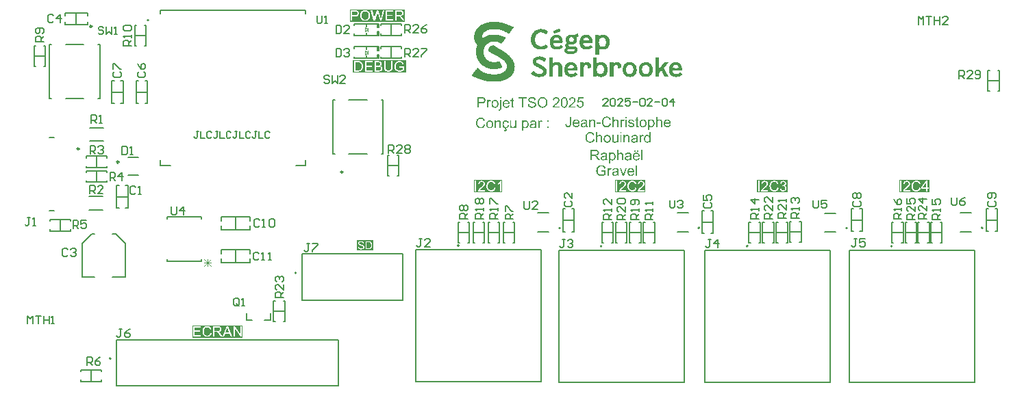
<source format=gto>
G04*
G04 #@! TF.GenerationSoftware,Altium Limited,Altium Designer,22.11.1 (43)*
G04*
G04 Layer_Color=65535*
%FSLAX25Y25*%
%MOIN*%
G70*
G04*
G04 #@! TF.SameCoordinates,3125327F-633B-4DE6-8F98-D116A0B0FB6F*
G04*
G04*
G04 #@! TF.FilePolarity,Positive*
G04*
G01*
G75*
%ADD10C,0.00787*%
%ADD11C,0.00984*%
%ADD12C,0.00500*%
%ADD13C,0.00591*%
%ADD14C,0.00394*%
%ADD15C,0.00600*%
%ADD16C,0.00300*%
%ADD17C,0.00709*%
%ADD18C,0.00602*%
G36*
X187727Y361880D02*
X161746D01*
Y367887D01*
X187727D01*
Y361880D01*
D02*
G37*
G36*
X224346Y339925D02*
X224412Y339918D01*
X224492Y339911D01*
X224572Y339903D01*
X224667Y339882D01*
X224864Y339838D01*
X225082Y339772D01*
X225192Y339728D01*
X225294Y339678D01*
X225396Y339612D01*
X225498Y339546D01*
X225505Y339539D01*
X225520Y339532D01*
X225549Y339510D01*
X225585Y339473D01*
X225622Y339437D01*
X225673Y339386D01*
X225724Y339328D01*
X225782Y339269D01*
X225840Y339196D01*
X225899Y339109D01*
X225964Y339021D01*
X226023Y338927D01*
X226074Y338817D01*
X226132Y338708D01*
X226176Y338591D01*
X226220Y338460D01*
X225564Y338307D01*
Y338314D01*
X225556Y338329D01*
X225542Y338358D01*
X225527Y338394D01*
X225512Y338438D01*
X225491Y338496D01*
X225432Y338613D01*
X225359Y338744D01*
X225272Y338876D01*
X225163Y339000D01*
X225046Y339109D01*
X225031Y339123D01*
X224988Y339153D01*
X224915Y339189D01*
X224820Y339240D01*
X224696Y339284D01*
X224557Y339328D01*
X224390Y339357D01*
X224207Y339364D01*
X224149D01*
X224113Y339357D01*
X224062D01*
X224003Y339349D01*
X223865Y339328D01*
X223712Y339298D01*
X223551Y339247D01*
X223384Y339175D01*
X223231Y339080D01*
X223223D01*
X223216Y339065D01*
X223165Y339029D01*
X223099Y338970D01*
X223019Y338883D01*
X222924Y338773D01*
X222837Y338650D01*
X222757Y338496D01*
X222684Y338329D01*
Y338321D01*
X222677Y338307D01*
X222669Y338285D01*
X222662Y338249D01*
X222648Y338205D01*
X222633Y338154D01*
X222611Y338030D01*
X222582Y337884D01*
X222553Y337724D01*
X222538Y337549D01*
X222531Y337359D01*
Y337352D01*
Y337330D01*
Y337294D01*
Y337250D01*
X222538Y337199D01*
Y337133D01*
X222545Y337060D01*
X222553Y336980D01*
X222575Y336805D01*
X222611Y336616D01*
X222655Y336426D01*
X222713Y336237D01*
Y336229D01*
X222720Y336215D01*
X222735Y336193D01*
X222749Y336156D01*
X222793Y336069D01*
X222859Y335967D01*
X222939Y335850D01*
X223041Y335726D01*
X223158Y335617D01*
X223296Y335515D01*
X223304D01*
X223318Y335508D01*
X223340Y335493D01*
X223369Y335478D01*
X223406Y335464D01*
X223449Y335442D01*
X223551Y335398D01*
X223683Y335354D01*
X223829Y335318D01*
X223989Y335289D01*
X224156Y335282D01*
X224207D01*
X224251Y335289D01*
X224302D01*
X224353Y335296D01*
X224485Y335325D01*
X224638Y335362D01*
X224791Y335420D01*
X224951Y335500D01*
X225031Y335544D01*
X225104Y335602D01*
X225112Y335610D01*
X225119Y335617D01*
X225141Y335639D01*
X225170Y335661D01*
X225199Y335697D01*
X225235Y335741D01*
X225279Y335785D01*
X225316Y335843D01*
X225359Y335909D01*
X225410Y335981D01*
X225454Y336054D01*
X225498Y336142D01*
X225534Y336237D01*
X225571Y336339D01*
X225607Y336448D01*
X225636Y336565D01*
X226307Y336397D01*
Y336390D01*
X226300Y336361D01*
X226285Y336317D01*
X226263Y336259D01*
X226241Y336193D01*
X226212Y336113D01*
X226176Y336025D01*
X226132Y335930D01*
X226030Y335726D01*
X225899Y335522D01*
X225819Y335420D01*
X225738Y335318D01*
X225651Y335231D01*
X225549Y335143D01*
X225542Y335136D01*
X225527Y335121D01*
X225491Y335107D01*
X225454Y335078D01*
X225396Y335041D01*
X225338Y335005D01*
X225257Y334968D01*
X225177Y334932D01*
X225082Y334888D01*
X224980Y334852D01*
X224871Y334815D01*
X224754Y334779D01*
X224630Y334749D01*
X224499Y334735D01*
X224361Y334720D01*
X224215Y334713D01*
X224135D01*
X224076Y334720D01*
X224011D01*
X223931Y334728D01*
X223843Y334742D01*
X223741Y334757D01*
X223530Y334793D01*
X223311Y334852D01*
X223092Y334932D01*
X222990Y334983D01*
X222888Y335041D01*
X222881Y335048D01*
X222866Y335056D01*
X222837Y335078D01*
X222808Y335107D01*
X222764Y335136D01*
X222713Y335180D01*
X222655Y335231D01*
X222597Y335289D01*
X222538Y335354D01*
X222473Y335420D01*
X222341Y335588D01*
X222217Y335785D01*
X222108Y336003D01*
Y336011D01*
X222093Y336033D01*
X222086Y336069D01*
X222064Y336113D01*
X222050Y336171D01*
X222028Y336244D01*
X221999Y336324D01*
X221977Y336412D01*
X221955Y336506D01*
X221926Y336616D01*
X221889Y336842D01*
X221860Y337097D01*
X221846Y337359D01*
Y337367D01*
Y337396D01*
Y337439D01*
X221853Y337491D01*
Y337563D01*
X221860Y337636D01*
X221867Y337731D01*
X221882Y337826D01*
X221919Y338037D01*
X221970Y338270D01*
X222042Y338504D01*
X222145Y338730D01*
X222152Y338737D01*
X222159Y338759D01*
X222174Y338788D01*
X222203Y338825D01*
X222232Y338876D01*
X222268Y338934D01*
X222363Y339065D01*
X222487Y339211D01*
X222633Y339357D01*
X222801Y339503D01*
X222997Y339627D01*
X223005Y339634D01*
X223027Y339641D01*
X223056Y339656D01*
X223092Y339678D01*
X223150Y339699D01*
X223209Y339721D01*
X223282Y339750D01*
X223362Y339779D01*
X223449Y339809D01*
X223544Y339838D01*
X223748Y339882D01*
X223982Y339918D01*
X224222Y339933D01*
X224295D01*
X224346Y339925D01*
D02*
G37*
G36*
X246041Y338533D02*
X246092Y338526D01*
X246201Y338511D01*
X246333Y338482D01*
X246471Y338438D01*
X246610Y338373D01*
X246748Y338292D01*
X246756D01*
X246763Y338278D01*
X246807Y338249D01*
X246872Y338190D01*
X246952Y338117D01*
X247040Y338023D01*
X247127Y337906D01*
X247215Y337768D01*
X247288Y337614D01*
Y337607D01*
X247295Y337593D01*
X247302Y337571D01*
X247317Y337542D01*
X247331Y337498D01*
X247346Y337447D01*
X247382Y337330D01*
X247419Y337184D01*
X247448Y337024D01*
X247470Y336842D01*
X247477Y336652D01*
Y336645D01*
Y336630D01*
Y336601D01*
Y336557D01*
X247470Y336506D01*
Y336448D01*
X247455Y336317D01*
X247426Y336156D01*
X247390Y335989D01*
X247339Y335814D01*
X247273Y335639D01*
Y335631D01*
X247266Y335617D01*
X247251Y335595D01*
X247237Y335566D01*
X247186Y335486D01*
X247120Y335384D01*
X247040Y335274D01*
X246938Y335165D01*
X246821Y335056D01*
X246683Y334954D01*
X246675D01*
X246668Y334946D01*
X246646Y334932D01*
X246617Y334917D01*
X246544Y334881D01*
X246442Y334837D01*
X246318Y334793D01*
X246187Y334757D01*
X246034Y334728D01*
X245881Y334720D01*
X245830D01*
X245771Y334728D01*
X245698Y334735D01*
X245611Y334749D01*
X245516Y334771D01*
X245421Y334801D01*
X245327Y334844D01*
X245319Y334852D01*
X245283Y334866D01*
X245239Y334895D01*
X245181Y334939D01*
X245123Y334983D01*
X245050Y335041D01*
X244984Y335107D01*
X244926Y335180D01*
Y333401D01*
X244306D01*
Y338460D01*
X244867D01*
Y337979D01*
X244875Y337994D01*
X244904Y338023D01*
X244940Y338074D01*
X244999Y338132D01*
X245064Y338205D01*
X245137Y338270D01*
X245225Y338336D01*
X245312Y338394D01*
X245327Y338402D01*
X245356Y338416D01*
X245414Y338438D01*
X245487Y338467D01*
X245574Y338496D01*
X245677Y338518D01*
X245793Y338533D01*
X245924Y338540D01*
X246005D01*
X246041Y338533D01*
D02*
G37*
G36*
X232802D02*
X232883Y338526D01*
X232977Y338511D01*
X233080Y338489D01*
X233189Y338460D01*
X233291Y338416D01*
X233306Y338409D01*
X233335Y338394D01*
X233386Y338373D01*
X233444Y338336D01*
X233517Y338292D01*
X233582Y338234D01*
X233648Y338176D01*
X233706Y338103D01*
X233714Y338096D01*
X233728Y338066D01*
X233750Y338030D01*
X233787Y337979D01*
X233816Y337906D01*
X233845Y337833D01*
X233881Y337746D01*
X233903Y337651D01*
Y337644D01*
X233910Y337614D01*
X233918Y337571D01*
X233925Y337512D01*
Y337425D01*
X233932Y337323D01*
X233940Y337199D01*
Y337046D01*
Y334801D01*
X233320D01*
Y337017D01*
Y337024D01*
Y337031D01*
Y337082D01*
Y337148D01*
X233313Y337228D01*
X233306Y337323D01*
X233291Y337418D01*
X233269Y337505D01*
X233247Y337585D01*
Y337593D01*
X233233Y337614D01*
X233211Y337651D01*
X233189Y337695D01*
X233152Y337738D01*
X233109Y337789D01*
X233050Y337840D01*
X232985Y337884D01*
X232977Y337891D01*
X232956Y337906D01*
X232912Y337921D01*
X232861Y337943D01*
X232802Y337964D01*
X232730Y337986D01*
X232642Y337994D01*
X232555Y338001D01*
X232518D01*
X232489Y337994D01*
X232416Y337986D01*
X232321Y337972D01*
X232219Y337935D01*
X232103Y337891D01*
X231986Y337833D01*
X231877Y337746D01*
X231862Y337731D01*
X231833Y337695D01*
X231811Y337665D01*
X231789Y337629D01*
X231760Y337585D01*
X231738Y337534D01*
X231709Y337476D01*
X231680Y337403D01*
X231658Y337323D01*
X231636Y337235D01*
X231622Y337141D01*
X231607Y337038D01*
X231592Y336915D01*
Y336791D01*
Y334801D01*
X230973D01*
Y338460D01*
X231527D01*
Y337935D01*
X231534Y337943D01*
X231549Y337964D01*
X231570Y337994D01*
X231600Y338030D01*
X231643Y338074D01*
X231694Y338125D01*
X231753Y338183D01*
X231826Y338241D01*
X231898Y338292D01*
X231986Y338351D01*
X232081Y338402D01*
X232183Y338445D01*
X232299Y338482D01*
X232416Y338511D01*
X232547Y338533D01*
X232686Y338540D01*
X232744D01*
X232802Y338533D01*
D02*
G37*
G36*
X253608Y338533D02*
X253688Y338518D01*
X253783Y338489D01*
X253885Y338453D01*
X254002Y338402D01*
X254126Y338336D01*
X253900Y337768D01*
X253892Y337775D01*
X253863Y337789D01*
X253819Y337811D01*
X253761Y337833D01*
X253696Y337855D01*
X253615Y337877D01*
X253535Y337891D01*
X253455Y337899D01*
X253419D01*
X253382Y337891D01*
X253331Y337884D01*
X253280Y337870D01*
X253214Y337848D01*
X253149Y337819D01*
X253091Y337775D01*
X253083Y337768D01*
X253061Y337753D01*
X253040Y337724D01*
X253003Y337687D01*
X252967Y337636D01*
X252930Y337578D01*
X252894Y337512D01*
X252865Y337432D01*
X252857Y337418D01*
X252850Y337374D01*
X252835Y337308D01*
X252814Y337221D01*
X252792Y337111D01*
X252777Y336987D01*
X252770Y336856D01*
X252763Y336711D01*
Y334801D01*
X252143D01*
Y338460D01*
X252704D01*
Y337906D01*
X252711Y337913D01*
X252741Y337964D01*
X252777Y338030D01*
X252835Y338110D01*
X252894Y338190D01*
X252959Y338278D01*
X253025Y338351D01*
X253091Y338409D01*
X253098Y338416D01*
X253120Y338431D01*
X253163Y338453D01*
X253207Y338475D01*
X253266Y338496D01*
X253338Y338518D01*
X253411Y338533D01*
X253491Y338540D01*
X253542D01*
X253608Y338533D01*
D02*
G37*
G36*
X257333Y337753D02*
X256626D01*
Y338460D01*
X257333D01*
Y337753D01*
D02*
G37*
G36*
X236477Y338533D02*
X236520D01*
X236579Y338526D01*
X236717Y338504D01*
X236870Y338467D01*
X237031Y338409D01*
X237191Y338336D01*
X237344Y338234D01*
X237351D01*
X237359Y338219D01*
X237402Y338176D01*
X237468Y338110D01*
X237548Y338015D01*
X237628Y337899D01*
X237709Y337753D01*
X237782Y337585D01*
X237832Y337388D01*
X237228Y337294D01*
Y337301D01*
X237220Y337308D01*
X237213Y337352D01*
X237191Y337418D01*
X237155Y337498D01*
X237118Y337585D01*
X237060Y337680D01*
X236994Y337768D01*
X236921Y337840D01*
X236914Y337848D01*
X236885Y337870D01*
X236834Y337899D01*
X236775Y337935D01*
X236695Y337972D01*
X236608Y338001D01*
X236506Y338023D01*
X236396Y338030D01*
X236353D01*
X236316Y338023D01*
X236236Y338015D01*
X236127Y337986D01*
X236010Y337950D01*
X235879Y337891D01*
X235755Y337804D01*
X235697Y337753D01*
X235638Y337695D01*
Y337687D01*
X235624Y337680D01*
X235609Y337658D01*
X235595Y337629D01*
X235573Y337593D01*
X235543Y337549D01*
X235522Y337498D01*
X235492Y337439D01*
X235463Y337367D01*
X235441Y337286D01*
X235412Y337199D01*
X235390Y337104D01*
X235376Y337002D01*
X235361Y336885D01*
X235347Y336761D01*
Y336630D01*
Y336623D01*
Y336601D01*
Y336557D01*
X235354Y336514D01*
Y336448D01*
X235361Y336382D01*
X235383Y336222D01*
X235412Y336047D01*
X235463Y335865D01*
X235529Y335704D01*
X235573Y335624D01*
X235624Y335559D01*
X235638Y335544D01*
X235675Y335508D01*
X235740Y335457D01*
X235821Y335398D01*
X235930Y335333D01*
X236054Y335282D01*
X236200Y335245D01*
X236280Y335238D01*
X236360Y335231D01*
X236374D01*
X236418Y335238D01*
X236491Y335245D01*
X236571Y335260D01*
X236666Y335282D01*
X236768Y335325D01*
X236870Y335376D01*
X236965Y335449D01*
X236980Y335457D01*
X237001Y335493D01*
X237045Y335544D01*
X237096Y335624D01*
X237147Y335719D01*
X237206Y335836D01*
X237249Y335981D01*
X237279Y336142D01*
X237891Y336062D01*
Y336054D01*
X237884Y336033D01*
X237876Y336003D01*
X237869Y335960D01*
X237854Y335901D01*
X237840Y335843D01*
X237789Y335697D01*
X237723Y335544D01*
X237628Y335376D01*
X237512Y335216D01*
X237446Y335143D01*
X237373Y335070D01*
X237366Y335063D01*
X237351Y335056D01*
X237330Y335041D01*
X237300Y335019D01*
X237264Y334990D01*
X237213Y334961D01*
X237155Y334932D01*
X237096Y334895D01*
X236950Y334830D01*
X236775Y334779D01*
X236586Y334735D01*
X236477Y334728D01*
X236453Y334726D01*
X236477Y334801D01*
X236017D01*
X236007Y334767D01*
X235937Y334779D01*
X235740Y334837D01*
X235646Y334881D01*
X235543Y334924D01*
X235441Y334983D01*
X235347Y335048D01*
X235252Y335121D01*
X235164Y335209D01*
X235157Y335216D01*
X235142Y335231D01*
X235121Y335260D01*
X235091Y335296D01*
X235062Y335347D01*
X235019Y335413D01*
X234982Y335486D01*
X234938Y335566D01*
X234895Y335661D01*
X234858Y335770D01*
X234815Y335879D01*
X234785Y336011D01*
X234756Y336142D01*
X234734Y336295D01*
X234720Y336448D01*
X234712Y336616D01*
Y336623D01*
Y336645D01*
Y336674D01*
Y336718D01*
X234720Y336769D01*
Y336827D01*
X234727Y336893D01*
X234734Y336966D01*
X234756Y337126D01*
X234793Y337301D01*
X234836Y337476D01*
X234902Y337651D01*
Y337658D01*
X234909Y337673D01*
X234924Y337695D01*
X234938Y337724D01*
X234982Y337804D01*
X235048Y337899D01*
X235135Y338008D01*
X235237Y338117D01*
X235361Y338227D01*
X235500Y338314D01*
X235507D01*
X235522Y338321D01*
X235543Y338336D01*
X235573Y338351D01*
X235609Y338365D01*
X235653Y338387D01*
X235762Y338431D01*
X235886Y338467D01*
X236039Y338504D01*
X236200Y338533D01*
X236374Y338540D01*
X236433D01*
X236477Y338533D01*
D02*
G37*
G36*
X241375Y334801D02*
X240822D01*
Y335333D01*
X240814Y335325D01*
X240800Y335303D01*
X240778Y335274D01*
X240741Y335238D01*
X240698Y335194D01*
X240647Y335136D01*
X240588Y335085D01*
X240515Y335027D01*
X240435Y334968D01*
X240348Y334917D01*
X240253Y334866D01*
X240151Y334815D01*
X240034Y334779D01*
X239917Y334749D01*
X239786Y334728D01*
X239655Y334720D01*
X239604D01*
X239538Y334728D01*
X239458Y334735D01*
X239364Y334749D01*
X239261Y334771D01*
X239159Y334801D01*
X239050Y334844D01*
X239035Y334852D01*
X239006Y334866D01*
X238955Y334895D01*
X238897Y334932D01*
X238824Y334975D01*
X238758Y335027D01*
X238693Y335085D01*
X238634Y335150D01*
X238627Y335158D01*
X238613Y335187D01*
X238591Y335223D01*
X238562Y335282D01*
X238525Y335347D01*
X238496Y335427D01*
X238467Y335515D01*
X238445Y335610D01*
Y335617D01*
X238438Y335646D01*
X238430Y335690D01*
Y335748D01*
X238423Y335836D01*
X238416Y335930D01*
X238408Y336054D01*
Y336193D01*
Y338460D01*
X239028D01*
Y336426D01*
Y336419D01*
Y336404D01*
Y336382D01*
Y336346D01*
Y336266D01*
X239035Y336164D01*
Y336054D01*
X239043Y335945D01*
X239050Y335850D01*
X239065Y335770D01*
Y335763D01*
X239079Y335734D01*
X239094Y335690D01*
X239116Y335631D01*
X239152Y335573D01*
X239196Y335508D01*
X239247Y335449D01*
X239312Y335391D01*
X239320Y335384D01*
X239349Y335369D01*
X239385Y335347D01*
X239444Y335325D01*
X239509Y335296D01*
X239589Y335274D01*
X239677Y335260D01*
X239779Y335252D01*
X239830D01*
X239881Y335260D01*
X239947Y335267D01*
X240027Y335289D01*
X240114Y335311D01*
X240209Y335347D01*
X240304Y335391D01*
X240318Y335398D01*
X240348Y335420D01*
X240391Y335449D01*
X240442Y335493D01*
X240501Y335551D01*
X240559Y335617D01*
X240610Y335690D01*
X240654Y335777D01*
X240661Y335792D01*
X240668Y335821D01*
X240683Y335879D01*
X240705Y335960D01*
X240727Y336062D01*
X240741Y336186D01*
X240749Y336331D01*
X240756Y336499D01*
Y338460D01*
X241375D01*
Y334801D01*
D02*
G37*
G36*
X257333Y334801D02*
X256626D01*
Y335508D01*
X257333D01*
Y334801D01*
D02*
G37*
G36*
X249934Y338533D02*
X250043Y338526D01*
X250167Y338511D01*
X250291Y338489D01*
X250415Y338460D01*
X250532Y338424D01*
X250546Y338416D01*
X250583Y338402D01*
X250634Y338380D01*
X250699Y338351D01*
X250772Y338307D01*
X250845Y338263D01*
X250911Y338205D01*
X250969Y338147D01*
X250976Y338139D01*
X250991Y338117D01*
X251013Y338081D01*
X251042Y338037D01*
X251079Y337972D01*
X251108Y337906D01*
X251137Y337826D01*
X251159Y337731D01*
Y337724D01*
X251166Y337702D01*
X251173Y337658D01*
X251181Y337600D01*
Y337520D01*
X251188Y337425D01*
X251195Y337301D01*
Y337162D01*
Y336331D01*
Y336324D01*
Y336295D01*
Y336251D01*
Y336193D01*
Y336127D01*
Y336047D01*
X251202Y335872D01*
Y335690D01*
X251210Y335508D01*
X251217Y335427D01*
Y335354D01*
X251224Y335289D01*
X251232Y335238D01*
Y335231D01*
X251239Y335201D01*
X251246Y335158D01*
X251268Y335099D01*
X251283Y335034D01*
X251312Y334961D01*
X251348Y334881D01*
X251385Y334801D01*
X250736D01*
X250729Y334808D01*
X250721Y334837D01*
X250707Y334873D01*
X250685Y334932D01*
X250663Y334997D01*
X250648Y335078D01*
X250634Y335165D01*
X250619Y335260D01*
X250612D01*
X250605Y335245D01*
X250561Y335209D01*
X250495Y335158D01*
X250408Y335092D01*
X250299Y335027D01*
X250189Y334954D01*
X250073Y334888D01*
X249949Y334837D01*
X249934Y334830D01*
X249890Y334822D01*
X249825Y334801D01*
X249744Y334779D01*
X249642Y334757D01*
X249526Y334742D01*
X249394Y334728D01*
X249263Y334720D01*
X249205D01*
X249161Y334728D01*
X249110D01*
X249052Y334735D01*
X248921Y334757D01*
X248775Y334793D01*
X248615Y334844D01*
X248469Y334917D01*
X248337Y335012D01*
X248323Y335027D01*
X248286Y335063D01*
X248235Y335128D01*
X248177Y335216D01*
X248119Y335325D01*
X248068Y335449D01*
X248031Y335602D01*
X248024Y335675D01*
X248017Y335763D01*
Y335777D01*
Y335806D01*
X248024Y335858D01*
X248031Y335923D01*
X248046Y336003D01*
X248068Y336084D01*
X248097Y336171D01*
X248133Y336251D01*
X248141Y336259D01*
X248155Y336288D01*
X248184Y336331D01*
X248221Y336382D01*
X248265Y336441D01*
X248323Y336499D01*
X248381Y336557D01*
X248454Y336608D01*
X248461Y336616D01*
X248491Y336630D01*
X248527Y336659D01*
X248585Y336689D01*
X248651Y336718D01*
X248731Y336754D01*
X248811Y336783D01*
X248906Y336812D01*
X248913D01*
X248942Y336820D01*
X248986Y336834D01*
X249045Y336842D01*
X249117Y336856D01*
X249212Y336871D01*
X249322Y336893D01*
X249453Y336907D01*
X249460D01*
X249489Y336915D01*
X249526D01*
X249577Y336922D01*
X249635Y336929D01*
X249708Y336944D01*
X249788Y336951D01*
X249876Y336966D01*
X250051Y337002D01*
X250240Y337038D01*
X250408Y337082D01*
X250488Y337104D01*
X250561Y337126D01*
Y337133D01*
Y337148D01*
X250568Y337192D01*
Y337243D01*
Y337272D01*
Y337286D01*
Y337294D01*
Y337301D01*
Y337345D01*
X250561Y337418D01*
X250546Y337498D01*
X250524Y337585D01*
X250488Y337673D01*
X250444Y337753D01*
X250386Y337819D01*
X250379Y337826D01*
X250342Y337855D01*
X250284Y337884D01*
X250211Y337928D01*
X250109Y337964D01*
X249992Y338001D01*
X249847Y338023D01*
X249679Y338030D01*
X249606D01*
X249533Y338023D01*
X249431Y338008D01*
X249329Y337994D01*
X249219Y337964D01*
X249117Y337928D01*
X249030Y337877D01*
X249023Y337870D01*
X248993Y337848D01*
X248957Y337811D01*
X248913Y337753D01*
X248870Y337680D01*
X248819Y337585D01*
X248775Y337469D01*
X248731Y337337D01*
X248126Y337418D01*
Y337425D01*
X248133Y337432D01*
Y337454D01*
X248141Y337483D01*
X248163Y337549D01*
X248192Y337644D01*
X248228Y337738D01*
X248272Y337840D01*
X248330Y337943D01*
X248396Y338037D01*
X248403Y338045D01*
X248432Y338074D01*
X248476Y338117D01*
X248534Y338176D01*
X248615Y338234D01*
X248709Y338292D01*
X248819Y338358D01*
X248942Y338409D01*
X248950D01*
X248957Y338416D01*
X248979Y338424D01*
X249008Y338431D01*
X249081Y338453D01*
X249183Y338475D01*
X249300Y338496D01*
X249446Y338518D01*
X249599Y338533D01*
X249774Y338540D01*
X249854D01*
X249934Y338533D01*
D02*
G37*
G36*
X228654Y338533D02*
X228720Y338526D01*
X228793Y338511D01*
X228873Y338496D01*
X228968Y338482D01*
X229165Y338416D01*
X229267Y338380D01*
X229369Y338329D01*
X229471Y338278D01*
X229573Y338205D01*
X229668Y338132D01*
X229763Y338045D01*
X229770Y338037D01*
X229784Y338023D01*
X229806Y337994D01*
X229835Y337957D01*
X229872Y337906D01*
X229916Y337840D01*
X229959Y337768D01*
X230003Y337687D01*
X230047Y337600D01*
X230091Y337491D01*
X230134Y337381D01*
X230171Y337257D01*
X230200Y337126D01*
X230222Y336987D01*
X230236Y336842D01*
X230244Y336681D01*
Y336674D01*
Y336652D01*
Y336616D01*
Y336565D01*
X230236Y336506D01*
X230229Y336433D01*
Y336361D01*
X230215Y336280D01*
X230193Y336098D01*
X230149Y335916D01*
X230098Y335734D01*
X230025Y335566D01*
Y335559D01*
X230018Y335551D01*
X230003Y335529D01*
X229989Y335500D01*
X229938Y335427D01*
X229872Y335340D01*
X229784Y335238D01*
X229675Y335136D01*
X229551Y335034D01*
X229405Y334939D01*
X229398D01*
X229391Y334932D01*
X229369Y334917D01*
X229332Y334903D01*
X229296Y334888D01*
X229252Y334873D01*
X229143Y334830D01*
X229019Y334793D01*
X228866Y334757D01*
X228706Y334728D01*
X228531Y334720D01*
X228458D01*
X228399Y334728D01*
X228334Y334735D01*
X228261Y334749D01*
X228173Y334764D01*
X228086Y334779D01*
X227889Y334837D01*
X227780Y334881D01*
X227678Y334924D01*
X227575Y334983D01*
X227473Y335048D01*
X227379Y335121D01*
X227284Y335209D01*
X227277Y335216D01*
X227262Y335231D01*
X227240Y335260D01*
X227211Y335303D01*
X227175Y335354D01*
X227138Y335413D01*
X227094Y335486D01*
X227051Y335573D01*
X227007Y335668D01*
X226963Y335777D01*
X226927Y335894D01*
X226890Y336018D01*
X226861Y336156D01*
X226839Y336302D01*
X226825Y336463D01*
X226817Y336630D01*
Y336645D01*
Y336674D01*
X226825Y336725D01*
Y336798D01*
X226832Y336878D01*
X226847Y336980D01*
X226861Y337082D01*
X226890Y337199D01*
X226919Y337316D01*
X226956Y337439D01*
X227000Y337571D01*
X227058Y337695D01*
X227116Y337811D01*
X227196Y337928D01*
X227277Y338037D01*
X227379Y338132D01*
X227386Y338139D01*
X227401Y338147D01*
X227430Y338168D01*
X227466Y338198D01*
X227510Y338227D01*
X227568Y338263D01*
X227626Y338300D01*
X227699Y338336D01*
X227780Y338373D01*
X227867Y338409D01*
X228064Y338475D01*
X228290Y338526D01*
X228407Y338533D01*
X228531Y338540D01*
X228603D01*
X228654Y338533D01*
D02*
G37*
G36*
X236025Y334764D02*
X236105Y334749D01*
X236178Y334735D01*
X236243Y334728D01*
X236294Y334720D01*
X236367D01*
X236453Y334726D01*
X236360Y334436D01*
X236374D01*
X236411Y334429D01*
X236462Y334414D01*
X236528Y334400D01*
X236600Y334378D01*
X236673Y334341D01*
X236739Y334305D01*
X236805Y334254D01*
X236812Y334246D01*
X236826Y334232D01*
X236856Y334195D01*
X236885Y334159D01*
X236907Y334108D01*
X236936Y334057D01*
X236950Y333991D01*
X236958Y333926D01*
Y333911D01*
X236950Y333882D01*
X236943Y333838D01*
X236929Y333773D01*
X236892Y333707D01*
X236848Y333627D01*
X236790Y333547D01*
X236703Y333474D01*
X236688Y333466D01*
X236659Y333444D01*
X236600Y333408D01*
X236513Y333372D01*
X236411Y333335D01*
X236280Y333299D01*
X236127Y333277D01*
X235952Y333270D01*
X235456D01*
X235492Y333707D01*
X235616D01*
X235718Y333700D01*
X235864D01*
X235923Y333707D01*
X235996Y333714D01*
X236149Y333743D01*
X236222Y333765D01*
X236280Y333794D01*
X236287D01*
X236294Y333809D01*
X236331Y333838D01*
X236367Y333896D01*
X236374Y333926D01*
X236382Y333962D01*
Y333969D01*
X236374Y333999D01*
X236367Y334035D01*
X236338Y334071D01*
X236331Y334079D01*
X236309Y334101D01*
X236258Y334130D01*
X236192Y334159D01*
X236185D01*
X236170Y334166D01*
X236141D01*
X236105Y334173D01*
X236054Y334181D01*
X235996D01*
X235923Y334188D01*
X235835D01*
X236007Y334767D01*
X236025Y334764D01*
D02*
G37*
G36*
X295207Y339612D02*
X294587D01*
Y340320D01*
X295207D01*
Y339612D01*
D02*
G37*
G36*
X285613Y340400D02*
X285679Y340392D01*
X285759Y340385D01*
X285840Y340378D01*
X285934Y340356D01*
X286131Y340312D01*
X286350Y340247D01*
X286459Y340203D01*
X286561Y340152D01*
X286663Y340086D01*
X286765Y340021D01*
X286773Y340013D01*
X286787Y340006D01*
X286816Y339984D01*
X286853Y339948D01*
X286889Y339911D01*
X286940Y339860D01*
X286991Y339802D01*
X287050Y339744D01*
X287108Y339671D01*
X287166Y339583D01*
X287232Y339496D01*
X287290Y339401D01*
X287341Y339292D01*
X287400Y339182D01*
X287443Y339066D01*
X287487Y338934D01*
X286831Y338781D01*
Y338789D01*
X286824Y338803D01*
X286809Y338832D01*
X286794Y338869D01*
X286780Y338913D01*
X286758Y338971D01*
X286700Y339088D01*
X286627Y339219D01*
X286539Y339350D01*
X286430Y339474D01*
X286313Y339583D01*
X286299Y339598D01*
X286255Y339627D01*
X286182Y339664D01*
X286087Y339715D01*
X285964Y339758D01*
X285825Y339802D01*
X285657Y339831D01*
X285475Y339838D01*
X285417D01*
X285380Y339831D01*
X285329D01*
X285271Y339824D01*
X285132Y339802D01*
X284979Y339773D01*
X284819Y339722D01*
X284651Y339649D01*
X284498Y339554D01*
X284491D01*
X284484Y339540D01*
X284433Y339503D01*
X284367Y339445D01*
X284287Y339357D01*
X284192Y339248D01*
X284104Y339124D01*
X284024Y338971D01*
X283951Y338803D01*
Y338796D01*
X283944Y338781D01*
X283937Y338759D01*
X283930Y338723D01*
X283915Y338679D01*
X283900Y338628D01*
X283878Y338504D01*
X283849Y338358D01*
X283820Y338198D01*
X283806Y338023D01*
X283798Y337834D01*
Y337826D01*
Y337805D01*
Y337768D01*
Y337724D01*
X283806Y337673D01*
Y337608D01*
X283813Y337535D01*
X283820Y337455D01*
X283842Y337280D01*
X283878Y337090D01*
X283922Y336900D01*
X283981Y336711D01*
Y336704D01*
X283988Y336689D01*
X284002Y336667D01*
X284017Y336631D01*
X284061Y336543D01*
X284126Y336441D01*
X284207Y336325D01*
X284309Y336201D01*
X284425Y336091D01*
X284564Y335989D01*
X284571D01*
X284586Y335982D01*
X284608Y335967D01*
X284637Y335953D01*
X284673Y335938D01*
X284717Y335916D01*
X284819Y335873D01*
X284950Y335829D01*
X285096Y335792D01*
X285256Y335763D01*
X285424Y335756D01*
X285475D01*
X285519Y335763D01*
X285570D01*
X285621Y335771D01*
X285752Y335800D01*
X285905Y335836D01*
X286058Y335894D01*
X286219Y335975D01*
X286299Y336018D01*
X286372Y336077D01*
X286379Y336084D01*
X286386Y336091D01*
X286408Y336113D01*
X286437Y336135D01*
X286467Y336172D01*
X286503Y336215D01*
X286547Y336259D01*
X286583Y336317D01*
X286627Y336383D01*
X286678Y336456D01*
X286722Y336529D01*
X286765Y336616D01*
X286802Y336711D01*
X286838Y336813D01*
X286875Y336922D01*
X286904Y337039D01*
X287575Y336871D01*
Y336864D01*
X287567Y336835D01*
X287553Y336791D01*
X287531Y336733D01*
X287509Y336667D01*
X287480Y336587D01*
X287443Y336500D01*
X287400Y336405D01*
X287298Y336201D01*
X287166Y335997D01*
X287086Y335894D01*
X287006Y335792D01*
X286918Y335705D01*
X286816Y335617D01*
X286809Y335610D01*
X286794Y335596D01*
X286758Y335581D01*
X286722Y335552D01*
X286663Y335515D01*
X286605Y335479D01*
X286525Y335442D01*
X286445Y335406D01*
X286350Y335362D01*
X286248Y335326D01*
X286138Y335289D01*
X286022Y335253D01*
X285898Y335224D01*
X285767Y335209D01*
X285628Y335195D01*
X285482Y335187D01*
X285402D01*
X285344Y335195D01*
X285278D01*
X285198Y335202D01*
X285110Y335217D01*
X285009Y335231D01*
X284797Y335268D01*
X284578Y335326D01*
X284360Y335406D01*
X284258Y335457D01*
X284156Y335515D01*
X284148Y335523D01*
X284134Y335530D01*
X284104Y335552D01*
X284075Y335581D01*
X284032Y335610D01*
X283981Y335654D01*
X283922Y335705D01*
X283864Y335763D01*
X283806Y335829D01*
X283740Y335894D01*
X283609Y336062D01*
X283485Y336259D01*
X283376Y336478D01*
Y336485D01*
X283361Y336507D01*
X283354Y336543D01*
X283332Y336587D01*
X283317Y336645D01*
X283295Y336718D01*
X283266Y336799D01*
X283244Y336886D01*
X283222Y336981D01*
X283193Y337090D01*
X283157Y337316D01*
X283128Y337571D01*
X283113Y337834D01*
Y337841D01*
Y337870D01*
Y337914D01*
X283120Y337965D01*
Y338038D01*
X283128Y338111D01*
X283135Y338206D01*
X283150Y338300D01*
X283186Y338512D01*
X283237Y338745D01*
X283310Y338978D01*
X283412Y339204D01*
X283419Y339212D01*
X283426Y339233D01*
X283441Y339263D01*
X283470Y339299D01*
X283499Y339350D01*
X283536Y339408D01*
X283631Y339540D01*
X283755Y339685D01*
X283900Y339831D01*
X284068Y339977D01*
X284265Y340101D01*
X284272Y340108D01*
X284294Y340115D01*
X284323Y340130D01*
X284360Y340152D01*
X284418Y340174D01*
X284476Y340196D01*
X284549Y340225D01*
X284629Y340254D01*
X284717Y340283D01*
X284812Y340312D01*
X285016Y340356D01*
X285249Y340392D01*
X285490Y340407D01*
X285562D01*
X285613Y340400D01*
D02*
G37*
G36*
X307301Y339007D02*
X307352Y339000D01*
X307462Y338985D01*
X307593Y338956D01*
X307731Y338913D01*
X307870Y338847D01*
X308008Y338767D01*
X308016D01*
X308023Y338752D01*
X308067Y338723D01*
X308132Y338665D01*
X308213Y338592D01*
X308300Y338497D01*
X308387Y338380D01*
X308475Y338242D01*
X308548Y338089D01*
Y338082D01*
X308555Y338067D01*
X308562Y338045D01*
X308577Y338016D01*
X308592Y337972D01*
X308606Y337921D01*
X308643Y337805D01*
X308679Y337659D01*
X308708Y337498D01*
X308730Y337316D01*
X308737Y337126D01*
Y337119D01*
Y337105D01*
Y337075D01*
Y337032D01*
X308730Y336981D01*
Y336922D01*
X308716Y336791D01*
X308686Y336631D01*
X308650Y336463D01*
X308599Y336288D01*
X308533Y336113D01*
Y336106D01*
X308526Y336091D01*
X308511Y336069D01*
X308497Y336040D01*
X308446Y335960D01*
X308380Y335858D01*
X308300Y335749D01*
X308198Y335639D01*
X308081Y335530D01*
X307943Y335428D01*
X307936D01*
X307928Y335421D01*
X307906Y335406D01*
X307877Y335391D01*
X307804Y335355D01*
X307702Y335311D01*
X307578Y335268D01*
X307447Y335231D01*
X307294Y335202D01*
X307141Y335195D01*
X307090D01*
X307032Y335202D01*
X306959Y335209D01*
X306871Y335224D01*
X306776Y335246D01*
X306682Y335275D01*
X306587Y335319D01*
X306580Y335326D01*
X306543Y335340D01*
X306499Y335370D01*
X306441Y335413D01*
X306383Y335457D01*
X306310Y335515D01*
X306244Y335581D01*
X306186Y335654D01*
Y333875D01*
X305566D01*
Y338934D01*
X306128D01*
Y338453D01*
X306135Y338468D01*
X306164Y338497D01*
X306201Y338548D01*
X306259Y338606D01*
X306324Y338679D01*
X306397Y338745D01*
X306485Y338810D01*
X306572Y338869D01*
X306587Y338876D01*
X306616Y338891D01*
X306674Y338913D01*
X306747Y338942D01*
X306835Y338971D01*
X306937Y338993D01*
X307053Y339007D01*
X307185Y339015D01*
X307265D01*
X307301Y339007D01*
D02*
G37*
G36*
X278790Y339007D02*
X278870Y339000D01*
X278965Y338985D01*
X279067Y338964D01*
X279176Y338934D01*
X279278Y338891D01*
X279293Y338883D01*
X279322Y338869D01*
X279373Y338847D01*
X279432Y338810D01*
X279504Y338767D01*
X279570Y338708D01*
X279636Y338650D01*
X279694Y338577D01*
X279701Y338570D01*
X279716Y338541D01*
X279738Y338504D01*
X279774Y338453D01*
X279803Y338380D01*
X279833Y338307D01*
X279869Y338220D01*
X279891Y338125D01*
Y338118D01*
X279898Y338089D01*
X279906Y338045D01*
X279913Y337987D01*
Y337899D01*
X279920Y337797D01*
X279927Y337673D01*
Y337520D01*
Y335275D01*
X279308D01*
Y337491D01*
Y337498D01*
Y337506D01*
Y337557D01*
Y337622D01*
X279300Y337702D01*
X279293Y337797D01*
X279278Y337892D01*
X279257Y337980D01*
X279235Y338060D01*
Y338067D01*
X279220Y338089D01*
X279198Y338125D01*
X279176Y338169D01*
X279140Y338213D01*
X279096Y338264D01*
X279038Y338315D01*
X278972Y338358D01*
X278965Y338366D01*
X278943Y338380D01*
X278900Y338395D01*
X278848Y338417D01*
X278790Y338439D01*
X278717Y338461D01*
X278630Y338468D01*
X278542Y338475D01*
X278506D01*
X278477Y338468D01*
X278404Y338461D01*
X278309Y338446D01*
X278207Y338410D01*
X278090Y338366D01*
X277974Y338307D01*
X277864Y338220D01*
X277850Y338206D01*
X277820Y338169D01*
X277799Y338140D01*
X277777Y338103D01*
X277748Y338060D01*
X277726Y338009D01*
X277697Y337950D01*
X277667Y337877D01*
X277646Y337797D01*
X277624Y337710D01*
X277609Y337615D01*
X277594Y337513D01*
X277580Y337389D01*
Y337265D01*
Y335275D01*
X276960D01*
Y338934D01*
X277514D01*
Y338410D01*
X277522Y338417D01*
X277536Y338439D01*
X277558Y338468D01*
X277587Y338504D01*
X277631Y338548D01*
X277682Y338599D01*
X277740Y338657D01*
X277813Y338716D01*
X277886Y338767D01*
X277974Y338825D01*
X278068Y338876D01*
X278170Y338920D01*
X278287Y338956D01*
X278404Y338985D01*
X278535Y339007D01*
X278674Y339015D01*
X278732D01*
X278790Y339007D01*
D02*
G37*
G36*
X293698D02*
X293778Y338993D01*
X293873Y338964D01*
X293975Y338927D01*
X294092Y338876D01*
X294216Y338810D01*
X293990Y338242D01*
X293983Y338249D01*
X293953Y338264D01*
X293910Y338286D01*
X293851Y338307D01*
X293786Y338329D01*
X293706Y338351D01*
X293625Y338366D01*
X293545Y338373D01*
X293509D01*
X293472Y338366D01*
X293421Y338358D01*
X293370Y338344D01*
X293304Y338322D01*
X293239Y338293D01*
X293181Y338249D01*
X293173Y338242D01*
X293151Y338227D01*
X293129Y338198D01*
X293093Y338162D01*
X293057Y338111D01*
X293020Y338052D01*
X292984Y337987D01*
X292955Y337907D01*
X292947Y337892D01*
X292940Y337848D01*
X292925Y337783D01*
X292903Y337695D01*
X292882Y337586D01*
X292867Y337462D01*
X292860Y337331D01*
X292852Y337185D01*
Y335275D01*
X292233D01*
Y338934D01*
X292794D01*
Y338380D01*
X292801Y338388D01*
X292831Y338439D01*
X292867Y338504D01*
X292925Y338584D01*
X292984Y338665D01*
X293049Y338752D01*
X293115Y338825D01*
X293181Y338883D01*
X293188Y338891D01*
X293210Y338905D01*
X293253Y338927D01*
X293297Y338949D01*
X293355Y338971D01*
X293428Y338993D01*
X293501Y339007D01*
X293582Y339015D01*
X293633D01*
X293698Y339007D01*
D02*
G37*
G36*
X297503Y339007D02*
X297613Y339000D01*
X297729Y338985D01*
X297853Y338956D01*
X297985Y338927D01*
X298109Y338883D01*
X298116D01*
X298123Y338876D01*
X298160Y338862D01*
X298218Y338832D01*
X298291Y338796D01*
X298371Y338745D01*
X298451Y338687D01*
X298524Y338621D01*
X298590Y338548D01*
X298597Y338541D01*
X298612Y338512D01*
X298641Y338461D01*
X298677Y338402D01*
X298714Y338315D01*
X298750Y338220D01*
X298779Y338111D01*
X298808Y337987D01*
X298203Y337907D01*
Y337921D01*
X298196Y337950D01*
X298182Y338001D01*
X298160Y338067D01*
X298123Y338133D01*
X298079Y338206D01*
X298028Y338278D01*
X297955Y338344D01*
X297948Y338351D01*
X297919Y338366D01*
X297875Y338395D01*
X297810Y338424D01*
X297737Y338453D01*
X297642Y338482D01*
X297525Y338497D01*
X297401Y338504D01*
X297329D01*
X297256Y338497D01*
X297161Y338490D01*
X297066Y338468D01*
X296964Y338446D01*
X296869Y338410D01*
X296789Y338359D01*
X296782Y338351D01*
X296760Y338337D01*
X296731Y338307D01*
X296702Y338264D01*
X296665Y338220D01*
X296636Y338162D01*
X296614Y338096D01*
X296607Y338031D01*
Y338023D01*
Y338009D01*
X296614Y337987D01*
Y337958D01*
X296636Y337885D01*
X296680Y337812D01*
X296687Y337805D01*
X296694Y337797D01*
X296709Y337775D01*
X296738Y337754D01*
X296767Y337732D01*
X296811Y337702D01*
X296862Y337681D01*
X296920Y337651D01*
X296928D01*
X296942Y337644D01*
X296971Y337637D01*
X297022Y337615D01*
X297095Y337593D01*
X297190Y337571D01*
X297248Y337549D01*
X297314Y337535D01*
X297387Y337513D01*
X297467Y337491D01*
X297474D01*
X297496Y337484D01*
X297533Y337476D01*
X297576Y337462D01*
X297627Y337447D01*
X297693Y337433D01*
X297832Y337389D01*
X297985Y337345D01*
X298138Y337294D01*
X298276Y337243D01*
X298335Y337221D01*
X298386Y337199D01*
X298400Y337192D01*
X298429Y337178D01*
X298473Y337156D01*
X298539Y337119D01*
X298604Y337075D01*
X298670Y337017D01*
X298736Y336952D01*
X298794Y336879D01*
X298801Y336871D01*
X298816Y336842D01*
X298845Y336799D01*
X298874Y336733D01*
X298896Y336653D01*
X298925Y336565D01*
X298940Y336463D01*
X298947Y336347D01*
Y336332D01*
Y336296D01*
X298940Y336237D01*
X298925Y336157D01*
X298903Y336069D01*
X298867Y335975D01*
X298823Y335865D01*
X298765Y335763D01*
X298757Y335749D01*
X298728Y335720D01*
X298692Y335668D01*
X298634Y335610D01*
X298553Y335545D01*
X298466Y335472D01*
X298364Y335406D01*
X298240Y335340D01*
X298233D01*
X298225Y335333D01*
X298182Y335319D01*
X298109Y335297D01*
X298014Y335268D01*
X297897Y335238D01*
X297766Y335217D01*
X297627Y335202D01*
X297467Y335195D01*
X297401D01*
X297351Y335202D01*
X297292D01*
X297219Y335209D01*
X297146Y335217D01*
X297066Y335231D01*
X296891Y335268D01*
X296709Y335319D01*
X296534Y335391D01*
X296454Y335435D01*
X296381Y335486D01*
X296374Y335494D01*
X296366Y335501D01*
X296323Y335545D01*
X296257Y335610D01*
X296184Y335712D01*
X296104Y335836D01*
X296024Y335982D01*
X295958Y336164D01*
X295907Y336368D01*
X296519Y336463D01*
Y336456D01*
Y336449D01*
X296534Y336405D01*
X296549Y336332D01*
X296578Y336252D01*
X296614Y336164D01*
X296658Y336069D01*
X296724Y335975D01*
X296804Y335894D01*
X296818Y335887D01*
X296847Y335865D01*
X296906Y335836D01*
X296979Y335800D01*
X297073Y335763D01*
X297183Y335734D01*
X297314Y335712D01*
X297467Y335705D01*
X297540D01*
X297613Y335712D01*
X297708Y335727D01*
X297810Y335749D01*
X297919Y335778D01*
X298014Y335814D01*
X298101Y335873D01*
X298109Y335880D01*
X298138Y335902D01*
X298167Y335938D01*
X298211Y335989D01*
X298247Y336048D01*
X298284Y336121D01*
X298305Y336193D01*
X298313Y336281D01*
Y336288D01*
Y336317D01*
X298305Y336354D01*
X298291Y336405D01*
X298269Y336456D01*
X298233Y336507D01*
X298189Y336565D01*
X298123Y336609D01*
X298116Y336616D01*
X298094Y336624D01*
X298058Y336645D01*
X297999Y336667D01*
X297912Y336696D01*
X297861Y336718D01*
X297802Y336733D01*
X297737Y336755D01*
X297664Y336777D01*
X297584Y336799D01*
X297489Y336820D01*
X297482D01*
X297460Y336828D01*
X297423Y336835D01*
X297380Y336849D01*
X297321Y336864D01*
X297256Y336886D01*
X297117Y336922D01*
X296957Y336974D01*
X296804Y337017D01*
X296658Y337068D01*
X296592Y337097D01*
X296541Y337119D01*
X296527Y337126D01*
X296498Y337141D01*
X296454Y337170D01*
X296395Y337207D01*
X296330Y337258D01*
X296264Y337316D01*
X296199Y337382D01*
X296140Y337462D01*
X296133Y337469D01*
X296118Y337498D01*
X296097Y337549D01*
X296075Y337608D01*
X296053Y337681D01*
X296031Y337768D01*
X296016Y337856D01*
X296009Y337958D01*
Y337972D01*
Y338001D01*
X296016Y338045D01*
X296024Y338111D01*
X296038Y338176D01*
X296053Y338257D01*
X296082Y338329D01*
X296118Y338410D01*
X296126Y338417D01*
X296140Y338446D01*
X296162Y338482D01*
X296199Y338533D01*
X296242Y338584D01*
X296293Y338650D01*
X296352Y338708D01*
X296425Y338759D01*
X296432Y338767D01*
X296454Y338774D01*
X296483Y338796D01*
X296527Y338818D01*
X296585Y338847D01*
X296651Y338876D01*
X296731Y338905D01*
X296818Y338934D01*
X296833Y338942D01*
X296862Y338949D01*
X296913Y338964D01*
X296979Y338978D01*
X297059Y338993D01*
X297146Y339000D01*
X297248Y339015D01*
X297423D01*
X297503Y339007D01*
D02*
G37*
G36*
X282552Y336791D02*
X280634D01*
Y337411D01*
X282552D01*
Y336791D01*
D02*
G37*
G36*
X268103Y336879D02*
Y336871D01*
Y336849D01*
Y336820D01*
Y336777D01*
X268096Y336718D01*
Y336660D01*
X268081Y336522D01*
X268067Y336361D01*
X268037Y336193D01*
X267994Y336040D01*
X267943Y335894D01*
Y335887D01*
X267935Y335880D01*
X267913Y335836D01*
X267877Y335778D01*
X267826Y335698D01*
X267753Y335617D01*
X267673Y335530D01*
X267571Y335442D01*
X267454Y335370D01*
X267440Y335362D01*
X267396Y335340D01*
X267330Y335311D01*
X267235Y335282D01*
X267119Y335246D01*
X266988Y335217D01*
X266842Y335195D01*
X266681Y335187D01*
X266616D01*
X266572Y335195D01*
X266514Y335202D01*
X266455Y335209D01*
X266302Y335238D01*
X266142Y335282D01*
X265974Y335348D01*
X265887Y335391D01*
X265807Y335442D01*
X265734Y335501D01*
X265661Y335566D01*
X265653Y335574D01*
X265646Y335581D01*
X265632Y335610D01*
X265610Y335639D01*
X265581Y335676D01*
X265551Y335727D01*
X265522Y335785D01*
X265486Y335851D01*
X265457Y335924D01*
X265427Y336011D01*
X265398Y336099D01*
X265369Y336201D01*
X265355Y336310D01*
X265333Y336434D01*
X265325Y336558D01*
Y336696D01*
X265931Y336784D01*
Y336777D01*
Y336762D01*
Y336733D01*
X265938Y336689D01*
X265945Y336645D01*
Y336594D01*
X265967Y336470D01*
X265989Y336339D01*
X266033Y336208D01*
X266076Y336091D01*
X266106Y336040D01*
X266142Y335997D01*
X266149Y335989D01*
X266178Y335967D01*
X266222Y335931D01*
X266281Y335894D01*
X266361Y335851D01*
X266448Y335822D01*
X266558Y335792D01*
X266674Y335785D01*
X266718D01*
X266762Y335792D01*
X266827Y335800D01*
X266893Y335814D01*
X266966Y335829D01*
X267039Y335858D01*
X267111Y335894D01*
X267119Y335902D01*
X267141Y335916D01*
X267170Y335946D01*
X267214Y335975D01*
X267250Y336026D01*
X267294Y336077D01*
X267330Y336135D01*
X267359Y336208D01*
Y336215D01*
X267374Y336244D01*
X267381Y336296D01*
X267396Y336361D01*
X267410Y336449D01*
X267418Y336558D01*
X267432Y336689D01*
Y336842D01*
Y340319D01*
X268103D01*
Y336879D01*
D02*
G37*
G36*
X310108Y338512D02*
X310115Y338519D01*
X310130Y338533D01*
X310152Y338555D01*
X310188Y338592D01*
X310225Y338628D01*
X310276Y338672D01*
X310341Y338716D01*
X310407Y338767D01*
X310480Y338810D01*
X310560Y338854D01*
X310750Y338934D01*
X310852Y338971D01*
X310961Y338993D01*
X311077Y339007D01*
X311194Y339015D01*
X311260D01*
X311340Y339007D01*
X311435Y338993D01*
X311544Y338978D01*
X311661Y338949D01*
X311777Y338905D01*
X311894Y338854D01*
X311909Y338847D01*
X311945Y338825D01*
X311996Y338789D01*
X312062Y338738D01*
X312127Y338672D01*
X312200Y338599D01*
X312266Y338512D01*
X312324Y338410D01*
X312331Y338395D01*
X312346Y338359D01*
X312368Y338293D01*
X312390Y338198D01*
X312412Y338082D01*
X312434Y337943D01*
X312448Y337775D01*
X312455Y337586D01*
Y335275D01*
X311836D01*
Y337593D01*
Y337600D01*
Y337615D01*
Y337637D01*
Y337666D01*
X311828Y337746D01*
X311814Y337848D01*
X311785Y337958D01*
X311748Y338067D01*
X311697Y338176D01*
X311632Y338264D01*
X311624Y338271D01*
X311595Y338300D01*
X311551Y338337D01*
X311486Y338373D01*
X311406Y338417D01*
X311311Y338446D01*
X311194Y338475D01*
X311063Y338482D01*
X311019D01*
X310968Y338475D01*
X310895Y338468D01*
X310822Y338446D01*
X310735Y338424D01*
X310647Y338388D01*
X310553Y338337D01*
X310545Y338329D01*
X310516Y338307D01*
X310472Y338278D01*
X310421Y338235D01*
X310363Y338176D01*
X310305Y338111D01*
X310254Y338031D01*
X310210Y337943D01*
X310203Y337928D01*
X310195Y337899D01*
X310181Y337841D01*
X310159Y337768D01*
X310137Y337673D01*
X310122Y337557D01*
X310115Y337425D01*
X310108Y337272D01*
Y335275D01*
X309488D01*
Y340320D01*
X310108D01*
Y338512D01*
D02*
G37*
G36*
X295207Y335275D02*
X294587D01*
Y338934D01*
X295207D01*
Y335275D01*
D02*
G37*
G36*
X288938Y338512D02*
X288945Y338519D01*
X288960Y338533D01*
X288982Y338555D01*
X289018Y338592D01*
X289054Y338628D01*
X289106Y338672D01*
X289171Y338716D01*
X289237Y338767D01*
X289310Y338810D01*
X289390Y338854D01*
X289579Y338934D01*
X289681Y338971D01*
X289791Y338993D01*
X289907Y339007D01*
X290024Y339015D01*
X290090D01*
X290170Y339007D01*
X290265Y338993D01*
X290374Y338978D01*
X290491Y338949D01*
X290607Y338905D01*
X290724Y338854D01*
X290738Y338847D01*
X290775Y338825D01*
X290826Y338789D01*
X290892Y338738D01*
X290957Y338672D01*
X291030Y338599D01*
X291096Y338512D01*
X291154Y338410D01*
X291161Y338395D01*
X291176Y338358D01*
X291198Y338293D01*
X291220Y338198D01*
X291241Y338082D01*
X291263Y337943D01*
X291278Y337775D01*
X291285Y337586D01*
Y335275D01*
X290666D01*
Y337593D01*
Y337600D01*
Y337615D01*
Y337637D01*
Y337666D01*
X290658Y337746D01*
X290644Y337848D01*
X290615Y337958D01*
X290578Y338067D01*
X290527Y338176D01*
X290461Y338264D01*
X290454Y338271D01*
X290425Y338300D01*
X290381Y338337D01*
X290316Y338373D01*
X290235Y338417D01*
X290141Y338446D01*
X290024Y338475D01*
X289893Y338482D01*
X289849D01*
X289798Y338475D01*
X289725Y338468D01*
X289652Y338446D01*
X289565Y338424D01*
X289477Y338388D01*
X289383Y338337D01*
X289375Y338329D01*
X289346Y338307D01*
X289302Y338278D01*
X289251Y338235D01*
X289193Y338176D01*
X289135Y338111D01*
X289084Y338031D01*
X289040Y337943D01*
X289033Y337928D01*
X289025Y337899D01*
X289011Y337841D01*
X288989Y337768D01*
X288967Y337673D01*
X288952Y337557D01*
X288945Y337425D01*
X288938Y337272D01*
Y335275D01*
X288318D01*
Y340319D01*
X288938D01*
Y338512D01*
D02*
G37*
G36*
X274744Y339007D02*
X274853Y339000D01*
X274977Y338985D01*
X275101Y338964D01*
X275225Y338934D01*
X275342Y338898D01*
X275357Y338891D01*
X275393Y338876D01*
X275444Y338854D01*
X275510Y338825D01*
X275583Y338781D01*
X275655Y338738D01*
X275721Y338679D01*
X275779Y338621D01*
X275787Y338614D01*
X275801Y338592D01*
X275823Y338555D01*
X275852Y338512D01*
X275889Y338446D01*
X275918Y338380D01*
X275947Y338300D01*
X275969Y338206D01*
Y338198D01*
X275976Y338176D01*
X275984Y338133D01*
X275991Y338074D01*
Y337994D01*
X275998Y337899D01*
X276005Y337775D01*
Y337637D01*
Y336806D01*
Y336799D01*
Y336769D01*
Y336726D01*
Y336667D01*
Y336602D01*
Y336522D01*
X276013Y336347D01*
Y336164D01*
X276020Y335982D01*
X276027Y335902D01*
Y335829D01*
X276034Y335763D01*
X276042Y335712D01*
Y335705D01*
X276049Y335676D01*
X276056Y335632D01*
X276078Y335574D01*
X276093Y335508D01*
X276122Y335435D01*
X276158Y335355D01*
X276195Y335275D01*
X275546D01*
X275539Y335282D01*
X275532Y335311D01*
X275517Y335348D01*
X275495Y335406D01*
X275473Y335472D01*
X275459Y335552D01*
X275444Y335639D01*
X275429Y335734D01*
X275422D01*
X275415Y335720D01*
X275371Y335683D01*
X275306Y335632D01*
X275218Y335566D01*
X275109Y335501D01*
X274999Y335428D01*
X274883Y335362D01*
X274759Y335311D01*
X274744Y335304D01*
X274700Y335297D01*
X274635Y335275D01*
X274555Y335253D01*
X274453Y335231D01*
X274336Y335217D01*
X274205Y335202D01*
X274074Y335195D01*
X274015D01*
X273971Y335202D01*
X273920D01*
X273862Y335209D01*
X273731Y335231D01*
X273585Y335268D01*
X273425Y335319D01*
X273279Y335391D01*
X273148Y335486D01*
X273133Y335501D01*
X273097Y335537D01*
X273046Y335603D01*
X272987Y335690D01*
X272929Y335800D01*
X272878Y335924D01*
X272842Y336077D01*
X272834Y336150D01*
X272827Y336237D01*
Y336252D01*
Y336281D01*
X272834Y336332D01*
X272842Y336398D01*
X272856Y336478D01*
X272878Y336558D01*
X272907Y336645D01*
X272943Y336726D01*
X272951Y336733D01*
X272965Y336762D01*
X272995Y336806D01*
X273031Y336857D01*
X273075Y336915D01*
X273133Y336973D01*
X273191Y337032D01*
X273264Y337083D01*
X273272Y337090D01*
X273301Y337105D01*
X273337Y337134D01*
X273395Y337163D01*
X273461Y337192D01*
X273541Y337229D01*
X273622Y337258D01*
X273716Y337287D01*
X273724D01*
X273753Y337294D01*
X273797Y337309D01*
X273855Y337316D01*
X273928Y337331D01*
X274022Y337345D01*
X274132Y337367D01*
X274263Y337382D01*
X274270D01*
X274300Y337389D01*
X274336D01*
X274387Y337396D01*
X274445Y337403D01*
X274518Y337418D01*
X274598Y337425D01*
X274686Y337440D01*
X274861Y337476D01*
X275050Y337513D01*
X275218Y337557D01*
X275298Y337579D01*
X275371Y337600D01*
Y337608D01*
Y337622D01*
X275378Y337666D01*
Y337717D01*
Y337746D01*
Y337761D01*
Y337768D01*
Y337775D01*
Y337819D01*
X275371Y337892D01*
X275357Y337972D01*
X275335Y338060D01*
X275298Y338147D01*
X275255Y338227D01*
X275196Y338293D01*
X275189Y338300D01*
X275152Y338329D01*
X275094Y338358D01*
X275021Y338402D01*
X274919Y338439D01*
X274802Y338475D01*
X274657Y338497D01*
X274489Y338504D01*
X274416D01*
X274343Y338497D01*
X274241Y338482D01*
X274139Y338468D01*
X274030Y338439D01*
X273928Y338402D01*
X273840Y338351D01*
X273833Y338344D01*
X273804Y338322D01*
X273767Y338286D01*
X273724Y338227D01*
X273680Y338154D01*
X273629Y338060D01*
X273585Y337943D01*
X273541Y337812D01*
X272936Y337892D01*
Y337899D01*
X272943Y337907D01*
Y337928D01*
X272951Y337958D01*
X272973Y338023D01*
X273002Y338118D01*
X273038Y338213D01*
X273082Y338315D01*
X273140Y338417D01*
X273206Y338512D01*
X273213Y338519D01*
X273242Y338548D01*
X273286Y338592D01*
X273344Y338650D01*
X273425Y338708D01*
X273519Y338767D01*
X273629Y338832D01*
X273753Y338883D01*
X273760D01*
X273767Y338891D01*
X273789Y338898D01*
X273818Y338905D01*
X273891Y338927D01*
X273993Y338949D01*
X274110Y338971D01*
X274256Y338993D01*
X274409Y339007D01*
X274584Y339015D01*
X274664D01*
X274744Y339007D01*
D02*
G37*
G36*
X300405Y338934D02*
X301032D01*
Y338453D01*
X300405D01*
Y336303D01*
Y336288D01*
Y336259D01*
Y336215D01*
X300412Y336164D01*
X300419Y336048D01*
X300427Y335997D01*
X300434Y335960D01*
X300441Y335946D01*
X300463Y335916D01*
X300492Y335880D01*
X300543Y335843D01*
X300558Y335836D01*
X300594Y335822D01*
X300660Y335807D01*
X300755Y335800D01*
X300828D01*
X300864Y335807D01*
X300915D01*
X300974Y335814D01*
X301032Y335822D01*
X301112Y335275D01*
X301097D01*
X301068Y335268D01*
X301017Y335260D01*
X300952Y335253D01*
X300879Y335238D01*
X300799Y335231D01*
X300638Y335224D01*
X300580D01*
X300522Y335231D01*
X300449Y335238D01*
X300361Y335246D01*
X300274Y335268D01*
X300194Y335290D01*
X300113Y335326D01*
X300106Y335333D01*
X300084Y335348D01*
X300055Y335370D01*
X300011Y335406D01*
X299975Y335442D01*
X299931Y335494D01*
X299887Y335545D01*
X299858Y335610D01*
Y335617D01*
X299844Y335647D01*
X299836Y335698D01*
X299822Y335771D01*
X299807Y335865D01*
X299800Y335924D01*
Y335989D01*
X299793Y336069D01*
X299785Y336150D01*
Y336237D01*
Y336339D01*
Y338453D01*
X299326D01*
Y338934D01*
X299785D01*
Y339838D01*
X300405Y340210D01*
Y338934D01*
D02*
G37*
G36*
X315029Y339007D02*
X315087Y339000D01*
X315160Y338985D01*
X315240Y338971D01*
X315335Y338949D01*
X315422Y338927D01*
X315524Y338891D01*
X315619Y338854D01*
X315721Y338803D01*
X315823Y338745D01*
X315925Y338679D01*
X316020Y338599D01*
X316108Y338512D01*
X316115Y338504D01*
X316129Y338490D01*
X316151Y338461D01*
X316180Y338417D01*
X316217Y338366D01*
X316253Y338307D01*
X316297Y338235D01*
X316341Y338147D01*
X316385Y338052D01*
X316428Y337950D01*
X316465Y337834D01*
X316501Y337710D01*
X316530Y337571D01*
X316552Y337425D01*
X316567Y337272D01*
X316574Y337105D01*
Y337097D01*
Y337068D01*
Y337017D01*
X316567Y336944D01*
X313833D01*
Y336937D01*
Y336915D01*
X313840Y336886D01*
Y336842D01*
X313848Y336791D01*
X313862Y336733D01*
X313884Y336602D01*
X313928Y336456D01*
X313986Y336296D01*
X314066Y336150D01*
X314169Y336018D01*
X314176D01*
X314183Y336004D01*
X314227Y335967D01*
X314292Y335916D01*
X314380Y335865D01*
X314496Y335807D01*
X314628Y335756D01*
X314774Y335720D01*
X314854Y335712D01*
X314941Y335705D01*
X315000D01*
X315065Y335712D01*
X315145Y335727D01*
X315233Y335749D01*
X315335Y335778D01*
X315430Y335822D01*
X315524Y335880D01*
X315532Y335887D01*
X315568Y335916D01*
X315612Y335960D01*
X315663Y336018D01*
X315721Y336099D01*
X315787Y336201D01*
X315852Y336317D01*
X315911Y336456D01*
X316552Y336376D01*
Y336368D01*
X316545Y336354D01*
X316538Y336325D01*
X316523Y336281D01*
X316501Y336237D01*
X316479Y336179D01*
X316421Y336055D01*
X316348Y335916D01*
X316246Y335771D01*
X316129Y335632D01*
X315984Y335501D01*
X315976D01*
X315962Y335486D01*
X315940Y335472D01*
X315911Y335450D01*
X315867Y335428D01*
X315823Y335406D01*
X315765Y335377D01*
X315699Y335348D01*
X315627Y335319D01*
X315554Y335290D01*
X315371Y335246D01*
X315167Y335209D01*
X314941Y335195D01*
X314861D01*
X314810Y335202D01*
X314744Y335209D01*
X314664Y335224D01*
X314577Y335238D01*
X314482Y335253D01*
X314278Y335311D01*
X314169Y335355D01*
X314066Y335399D01*
X313957Y335457D01*
X313855Y335523D01*
X313760Y335596D01*
X313666Y335683D01*
X313658Y335690D01*
X313644Y335705D01*
X313622Y335734D01*
X313593Y335778D01*
X313556Y335829D01*
X313520Y335887D01*
X313476Y335960D01*
X313432Y336040D01*
X313388Y336135D01*
X313345Y336237D01*
X313308Y336354D01*
X313272Y336478D01*
X313243Y336609D01*
X313221Y336755D01*
X313206Y336908D01*
X313199Y337068D01*
Y337075D01*
Y337112D01*
Y337156D01*
X313206Y337221D01*
X313213Y337301D01*
X313221Y337389D01*
X313235Y337491D01*
X313257Y337593D01*
X313316Y337826D01*
X313352Y337943D01*
X313396Y338067D01*
X313454Y338184D01*
X313520Y338293D01*
X313593Y338402D01*
X313673Y338504D01*
X313680Y338512D01*
X313695Y338526D01*
X313724Y338548D01*
X313760Y338584D01*
X313804Y338621D01*
X313862Y338665D01*
X313928Y338716D01*
X314008Y338759D01*
X314088Y338810D01*
X314183Y338854D01*
X314285Y338898D01*
X314394Y338934D01*
X314511Y338971D01*
X314635Y338993D01*
X314766Y339007D01*
X314905Y339015D01*
X314978D01*
X315029Y339007D01*
D02*
G37*
G36*
X303248D02*
X303314Y339000D01*
X303387Y338985D01*
X303467Y338971D01*
X303561Y338956D01*
X303758Y338891D01*
X303860Y338854D01*
X303962Y338803D01*
X304064Y338752D01*
X304167Y338679D01*
X304261Y338606D01*
X304356Y338519D01*
X304363Y338512D01*
X304378Y338497D01*
X304400Y338468D01*
X304429Y338431D01*
X304466Y338380D01*
X304509Y338315D01*
X304553Y338242D01*
X304597Y338162D01*
X304641Y338074D01*
X304684Y337965D01*
X304728Y337856D01*
X304764Y337732D01*
X304794Y337600D01*
X304815Y337462D01*
X304830Y337316D01*
X304837Y337156D01*
Y337148D01*
Y337126D01*
Y337090D01*
Y337039D01*
X304830Y336981D01*
X304823Y336908D01*
Y336835D01*
X304808Y336755D01*
X304786Y336573D01*
X304743Y336390D01*
X304692Y336208D01*
X304619Y336040D01*
Y336033D01*
X304611Y336026D01*
X304597Y336004D01*
X304582Y335975D01*
X304531Y335902D01*
X304466Y335814D01*
X304378Y335712D01*
X304269Y335610D01*
X304145Y335508D01*
X303999Y335413D01*
X303992D01*
X303984Y335406D01*
X303962Y335391D01*
X303926Y335377D01*
X303890Y335362D01*
X303846Y335348D01*
X303736Y335304D01*
X303613Y335268D01*
X303460Y335231D01*
X303299Y335202D01*
X303124Y335195D01*
X303051D01*
X302993Y335202D01*
X302927Y335209D01*
X302854Y335224D01*
X302767Y335238D01*
X302679Y335253D01*
X302483Y335311D01*
X302373Y335355D01*
X302271Y335399D01*
X302169Y335457D01*
X302067Y335523D01*
X301972Y335596D01*
X301877Y335683D01*
X301870Y335690D01*
X301856Y335705D01*
X301834Y335734D01*
X301805Y335778D01*
X301768Y335829D01*
X301732Y335887D01*
X301688Y335960D01*
X301644Y336048D01*
X301601Y336142D01*
X301557Y336252D01*
X301520Y336368D01*
X301484Y336492D01*
X301455Y336631D01*
X301433Y336777D01*
X301418Y336937D01*
X301411Y337105D01*
Y337119D01*
Y337148D01*
X301418Y337199D01*
Y337272D01*
X301426Y337352D01*
X301440Y337455D01*
X301455Y337557D01*
X301484Y337673D01*
X301513Y337790D01*
X301550Y337914D01*
X301593Y338045D01*
X301652Y338169D01*
X301710Y338286D01*
X301790Y338402D01*
X301870Y338512D01*
X301972Y338606D01*
X301980Y338614D01*
X301994Y338621D01*
X302023Y338643D01*
X302060Y338672D01*
X302103Y338701D01*
X302162Y338738D01*
X302220Y338774D01*
X302293Y338810D01*
X302373Y338847D01*
X302461Y338883D01*
X302658Y338949D01*
X302884Y339000D01*
X303000Y339007D01*
X303124Y339015D01*
X303197D01*
X303248Y339007D01*
D02*
G37*
G36*
X270735Y339007D02*
X270793Y339000D01*
X270866Y338985D01*
X270946Y338971D01*
X271041Y338949D01*
X271128Y338927D01*
X271230Y338891D01*
X271325Y338854D01*
X271427Y338803D01*
X271529Y338745D01*
X271631Y338679D01*
X271726Y338599D01*
X271814Y338512D01*
X271821Y338504D01*
X271835Y338490D01*
X271857Y338461D01*
X271886Y338417D01*
X271923Y338366D01*
X271959Y338307D01*
X272003Y338235D01*
X272047Y338147D01*
X272091Y338052D01*
X272134Y337950D01*
X272171Y337834D01*
X272207Y337710D01*
X272236Y337571D01*
X272258Y337425D01*
X272273Y337272D01*
X272280Y337105D01*
Y337097D01*
Y337068D01*
Y337017D01*
X272273Y336944D01*
X269539D01*
Y336937D01*
Y336915D01*
X269546Y336886D01*
Y336842D01*
X269554Y336791D01*
X269568Y336733D01*
X269590Y336602D01*
X269634Y336456D01*
X269692Y336296D01*
X269772Y336150D01*
X269874Y336018D01*
X269882D01*
X269889Y336004D01*
X269933Y335967D01*
X269998Y335916D01*
X270086Y335865D01*
X270202Y335807D01*
X270334Y335756D01*
X270479Y335720D01*
X270560Y335712D01*
X270647Y335705D01*
X270706D01*
X270771Y335712D01*
X270851Y335727D01*
X270939Y335749D01*
X271041Y335778D01*
X271136Y335822D01*
X271230Y335880D01*
X271238Y335887D01*
X271274Y335916D01*
X271318Y335960D01*
X271369Y336018D01*
X271427Y336099D01*
X271493Y336201D01*
X271558Y336317D01*
X271617Y336456D01*
X272258Y336376D01*
Y336368D01*
X272251Y336354D01*
X272244Y336325D01*
X272229Y336281D01*
X272207Y336237D01*
X272185Y336179D01*
X272127Y336055D01*
X272054Y335916D01*
X271952Y335771D01*
X271835Y335632D01*
X271690Y335501D01*
X271682D01*
X271668Y335486D01*
X271646Y335472D01*
X271617Y335450D01*
X271573Y335428D01*
X271529Y335406D01*
X271471Y335377D01*
X271405Y335348D01*
X271332Y335319D01*
X271259Y335289D01*
X271077Y335246D01*
X270873Y335209D01*
X270647Y335195D01*
X270567D01*
X270516Y335202D01*
X270450Y335209D01*
X270370Y335224D01*
X270283Y335238D01*
X270188Y335253D01*
X269984Y335311D01*
X269874Y335355D01*
X269772Y335399D01*
X269663Y335457D01*
X269561Y335523D01*
X269466Y335596D01*
X269371Y335683D01*
X269364Y335690D01*
X269350Y335705D01*
X269328Y335734D01*
X269299Y335778D01*
X269262Y335829D01*
X269226Y335887D01*
X269182Y335960D01*
X269138Y336040D01*
X269094Y336135D01*
X269051Y336237D01*
X269014Y336354D01*
X268978Y336478D01*
X268949Y336609D01*
X268927Y336755D01*
X268912Y336908D01*
X268905Y337068D01*
Y337075D01*
Y337112D01*
Y337156D01*
X268912Y337221D01*
X268919Y337301D01*
X268927Y337389D01*
X268941Y337491D01*
X268963Y337593D01*
X269022Y337826D01*
X269058Y337943D01*
X269102Y338067D01*
X269160Y338184D01*
X269226Y338293D01*
X269299Y338402D01*
X269379Y338504D01*
X269386Y338512D01*
X269401Y338526D01*
X269430Y338548D01*
X269466Y338584D01*
X269510Y338621D01*
X269568Y338665D01*
X269634Y338716D01*
X269714Y338759D01*
X269794Y338810D01*
X269889Y338854D01*
X269991Y338898D01*
X270100Y338934D01*
X270217Y338971D01*
X270341Y338993D01*
X270472Y339007D01*
X270611Y339015D01*
X270684D01*
X270735Y339007D01*
D02*
G37*
G36*
X292692Y332072D02*
X292073D01*
Y332779D01*
X292692D01*
Y332072D01*
D02*
G37*
G36*
X277602Y332859D02*
X277667Y332852D01*
X277748Y332844D01*
X277828Y332837D01*
X277923Y332815D01*
X278119Y332771D01*
X278338Y332706D01*
X278448Y332662D01*
X278550Y332611D01*
X278652Y332545D01*
X278754Y332480D01*
X278761Y332473D01*
X278776Y332465D01*
X278805Y332443D01*
X278841Y332407D01*
X278878Y332370D01*
X278929Y332319D01*
X278980Y332261D01*
X279038Y332203D01*
X279096Y332130D01*
X279155Y332043D01*
X279220Y331955D01*
X279278Y331860D01*
X279330Y331751D01*
X279388Y331642D01*
X279432Y331525D01*
X279475Y331394D01*
X278819Y331241D01*
Y331248D01*
X278812Y331262D01*
X278797Y331292D01*
X278783Y331328D01*
X278768Y331372D01*
X278746Y331430D01*
X278688Y331547D01*
X278615Y331678D01*
X278528Y331809D01*
X278418Y331933D01*
X278302Y332043D01*
X278287Y332057D01*
X278243Y332086D01*
X278170Y332123D01*
X278076Y332174D01*
X277952Y332217D01*
X277813Y332261D01*
X277646Y332290D01*
X277463Y332298D01*
X277405D01*
X277369Y332290D01*
X277318D01*
X277259Y332283D01*
X277121Y332261D01*
X276968Y332232D01*
X276807Y332181D01*
X276640Y332108D01*
X276486Y332013D01*
X276479D01*
X276472Y331999D01*
X276421Y331962D01*
X276355Y331904D01*
X276275Y331817D01*
X276180Y331707D01*
X276093Y331583D01*
X276013Y331430D01*
X275940Y331262D01*
Y331255D01*
X275932Y331241D01*
X275925Y331219D01*
X275918Y331182D01*
X275903Y331138D01*
X275889Y331087D01*
X275867Y330964D01*
X275838Y330818D01*
X275809Y330657D01*
X275794Y330482D01*
X275787Y330293D01*
Y330286D01*
Y330264D01*
Y330227D01*
Y330184D01*
X275794Y330133D01*
Y330067D01*
X275801Y329994D01*
X275809Y329914D01*
X275830Y329739D01*
X275867Y329549D01*
X275911Y329360D01*
X275969Y329170D01*
Y329163D01*
X275976Y329148D01*
X275991Y329127D01*
X276005Y329090D01*
X276049Y329003D01*
X276115Y328901D01*
X276195Y328784D01*
X276297Y328660D01*
X276414Y328551D01*
X276552Y328449D01*
X276559D01*
X276574Y328441D01*
X276596Y328427D01*
X276625Y328412D01*
X276661Y328397D01*
X276705Y328376D01*
X276807Y328332D01*
X276939Y328288D01*
X277084Y328252D01*
X277245Y328222D01*
X277412Y328215D01*
X277463D01*
X277507Y328222D01*
X277558D01*
X277609Y328230D01*
X277740Y328259D01*
X277893Y328295D01*
X278046Y328354D01*
X278207Y328434D01*
X278287Y328478D01*
X278360Y328536D01*
X278367Y328543D01*
X278375Y328551D01*
X278397Y328572D01*
X278426Y328594D01*
X278455Y328631D01*
X278491Y328675D01*
X278535Y328718D01*
X278571Y328777D01*
X278615Y328842D01*
X278666Y328915D01*
X278710Y328988D01*
X278754Y329076D01*
X278790Y329170D01*
X278827Y329272D01*
X278863Y329382D01*
X278892Y329498D01*
X279563Y329331D01*
Y329323D01*
X279556Y329294D01*
X279541Y329250D01*
X279519Y329192D01*
X279497Y329127D01*
X279468Y329046D01*
X279432Y328959D01*
X279388Y328864D01*
X279286Y328660D01*
X279155Y328456D01*
X279074Y328354D01*
X278994Y328252D01*
X278907Y328164D01*
X278805Y328077D01*
X278797Y328069D01*
X278783Y328055D01*
X278746Y328040D01*
X278710Y328011D01*
X278652Y327975D01*
X278593Y327938D01*
X278513Y327902D01*
X278433Y327865D01*
X278338Y327822D01*
X278236Y327785D01*
X278127Y327749D01*
X278010Y327712D01*
X277886Y327683D01*
X277755Y327668D01*
X277616Y327654D01*
X277471Y327647D01*
X277390D01*
X277332Y327654D01*
X277267D01*
X277186Y327661D01*
X277099Y327676D01*
X276997Y327690D01*
X276785Y327727D01*
X276567Y327785D01*
X276348Y327865D01*
X276246Y327916D01*
X276144Y327975D01*
X276136Y327982D01*
X276122Y327989D01*
X276093Y328011D01*
X276064Y328040D01*
X276020Y328069D01*
X275969Y328113D01*
X275911Y328164D01*
X275852Y328222D01*
X275794Y328288D01*
X275728Y328354D01*
X275597Y328521D01*
X275473Y328718D01*
X275364Y328937D01*
Y328944D01*
X275349Y328966D01*
X275342Y329003D01*
X275320Y329046D01*
X275306Y329105D01*
X275284Y329177D01*
X275255Y329258D01*
X275233Y329345D01*
X275211Y329440D01*
X275182Y329549D01*
X275145Y329775D01*
X275116Y330030D01*
X275101Y330293D01*
Y330300D01*
Y330329D01*
Y330373D01*
X275109Y330424D01*
Y330497D01*
X275116Y330570D01*
X275123Y330665D01*
X275138Y330759D01*
X275174Y330971D01*
X275225Y331204D01*
X275298Y331437D01*
X275400Y331663D01*
X275408Y331671D01*
X275415Y331693D01*
X275429Y331722D01*
X275459Y331758D01*
X275488Y331809D01*
X275524Y331868D01*
X275619Y331999D01*
X275743Y332144D01*
X275889Y332290D01*
X276056Y332436D01*
X276253Y332560D01*
X276260Y332567D01*
X276282Y332575D01*
X276311Y332589D01*
X276348Y332611D01*
X276406Y332633D01*
X276465Y332655D01*
X276537Y332684D01*
X276618Y332713D01*
X276705Y332742D01*
X276800Y332771D01*
X277004Y332815D01*
X277237Y332852D01*
X277478Y332866D01*
X277551D01*
X277602Y332859D01*
D02*
G37*
G36*
X306769Y327734D02*
X306193D01*
Y328193D01*
X306186Y328186D01*
X306179Y328171D01*
X306157Y328142D01*
X306128Y328106D01*
X306091Y328069D01*
X306047Y328026D01*
X305996Y327975D01*
X305931Y327924D01*
X305865Y327873D01*
X305792Y327822D01*
X305705Y327778D01*
X305610Y327741D01*
X305515Y327705D01*
X305406Y327676D01*
X305289Y327661D01*
X305165Y327654D01*
X305122D01*
X305092Y327661D01*
X305005Y327668D01*
X304903Y327683D01*
X304779Y327712D01*
X304641Y327756D01*
X304502Y327814D01*
X304363Y327894D01*
X304356D01*
X304349Y327909D01*
X304305Y327938D01*
X304240Y327996D01*
X304159Y328069D01*
X304064Y328164D01*
X303970Y328281D01*
X303875Y328412D01*
X303795Y328565D01*
Y328572D01*
X303787Y328587D01*
X303780Y328609D01*
X303766Y328638D01*
X303751Y328682D01*
X303729Y328733D01*
X303715Y328784D01*
X303700Y328850D01*
X303664Y328995D01*
X303627Y329163D01*
X303605Y329352D01*
X303598Y329557D01*
Y329564D01*
Y329578D01*
Y329608D01*
Y329651D01*
X303605Y329695D01*
Y329753D01*
X303620Y329885D01*
X303642Y330038D01*
X303678Y330205D01*
X303722Y330380D01*
X303780Y330548D01*
Y330555D01*
X303787Y330570D01*
X303802Y330592D01*
X303817Y330621D01*
X303860Y330701D01*
X303919Y330803D01*
X303992Y330912D01*
X304086Y331022D01*
X304196Y331138D01*
X304327Y331233D01*
X304334D01*
X304342Y331241D01*
X304363Y331255D01*
X304393Y331270D01*
X304466Y331306D01*
X304568Y331357D01*
X304684Y331401D01*
X304823Y331437D01*
X304976Y331467D01*
X305136Y331474D01*
X305194D01*
X305253Y331467D01*
X305333Y331459D01*
X305428Y331437D01*
X305530Y331416D01*
X305632Y331379D01*
X305727Y331328D01*
X305741Y331321D01*
X305770Y331306D01*
X305814Y331270D01*
X305873Y331233D01*
X305945Y331182D01*
X306011Y331117D01*
X306084Y331051D01*
X306150Y330971D01*
Y332779D01*
X306769D01*
Y327734D01*
D02*
G37*
G36*
X295470Y331467D02*
X295550Y331459D01*
X295645Y331445D01*
X295747Y331423D01*
X295856Y331394D01*
X295958Y331350D01*
X295973Y331343D01*
X296002Y331328D01*
X296053Y331306D01*
X296111Y331270D01*
X296184Y331226D01*
X296250Y331168D01*
X296315Y331109D01*
X296374Y331036D01*
X296381Y331029D01*
X296395Y331000D01*
X296417Y330964D01*
X296454Y330912D01*
X296483Y330840D01*
X296512Y330767D01*
X296549Y330679D01*
X296570Y330585D01*
Y330577D01*
X296578Y330548D01*
X296585Y330504D01*
X296592Y330446D01*
Y330359D01*
X296600Y330256D01*
X296607Y330133D01*
Y329979D01*
Y327734D01*
X295987D01*
Y329950D01*
Y329958D01*
Y329965D01*
Y330016D01*
Y330082D01*
X295980Y330162D01*
X295973Y330256D01*
X295958Y330351D01*
X295936Y330439D01*
X295914Y330519D01*
Y330526D01*
X295900Y330548D01*
X295878Y330585D01*
X295856Y330628D01*
X295819Y330672D01*
X295776Y330723D01*
X295718Y330774D01*
X295652Y330818D01*
X295645Y330825D01*
X295623Y330840D01*
X295579Y330854D01*
X295528Y330876D01*
X295470Y330898D01*
X295397Y330920D01*
X295309Y330927D01*
X295222Y330934D01*
X295185D01*
X295156Y330927D01*
X295083Y330920D01*
X294988Y330905D01*
X294886Y330869D01*
X294770Y330825D01*
X294653Y330767D01*
X294544Y330679D01*
X294529Y330665D01*
X294500Y330628D01*
X294478Y330599D01*
X294456Y330563D01*
X294427Y330519D01*
X294405Y330468D01*
X294376Y330410D01*
X294347Y330337D01*
X294325Y330256D01*
X294303Y330169D01*
X294289Y330074D01*
X294274Y329972D01*
X294260Y329848D01*
Y329724D01*
Y327734D01*
X293640Y327734D01*
Y331394D01*
X294194Y331394D01*
Y330869D01*
X294201Y330876D01*
X294216Y330898D01*
X294238Y330927D01*
X294267Y330964D01*
X294310Y331007D01*
X294361Y331058D01*
X294420Y331117D01*
X294493Y331175D01*
X294566Y331226D01*
X294653Y331284D01*
X294748Y331335D01*
X294850Y331379D01*
X294967Y331416D01*
X295083Y331445D01*
X295215Y331467D01*
X295353Y331474D01*
X295411D01*
X295470Y331467D01*
D02*
G37*
G36*
X302942D02*
X303022Y331452D01*
X303117Y331423D01*
X303219Y331386D01*
X303335Y331335D01*
X303460Y331270D01*
X303234Y330701D01*
X303226Y330708D01*
X303197Y330723D01*
X303153Y330745D01*
X303095Y330767D01*
X303029Y330789D01*
X302949Y330810D01*
X302869Y330825D01*
X302789Y330832D01*
X302752D01*
X302716Y330825D01*
X302665Y330818D01*
X302614Y330803D01*
X302548Y330781D01*
X302483Y330752D01*
X302424Y330708D01*
X302417Y330701D01*
X302395Y330686D01*
X302373Y330657D01*
X302337Y330621D01*
X302300Y330570D01*
X302264Y330512D01*
X302227Y330446D01*
X302198Y330366D01*
X302191Y330351D01*
X302184Y330308D01*
X302169Y330242D01*
X302147Y330154D01*
X302125Y330045D01*
X302111Y329921D01*
X302103Y329790D01*
X302096Y329644D01*
Y327734D01*
X301477D01*
Y331394D01*
X302038D01*
Y330840D01*
X302045Y330847D01*
X302074Y330898D01*
X302111Y330964D01*
X302169Y331044D01*
X302227Y331124D01*
X302293Y331211D01*
X302359Y331284D01*
X302424Y331343D01*
X302432Y331350D01*
X302453Y331364D01*
X302497Y331386D01*
X302541Y331408D01*
X302599Y331430D01*
X302672Y331452D01*
X302745Y331467D01*
X302825Y331474D01*
X302876D01*
X302942Y331467D01*
D02*
G37*
G36*
X291103Y327734D02*
X290549D01*
Y328266D01*
X290542Y328259D01*
X290527Y328237D01*
X290505Y328208D01*
X290469Y328171D01*
X290425Y328128D01*
X290374Y328069D01*
X290316Y328018D01*
X290243Y327960D01*
X290162Y327902D01*
X290075Y327851D01*
X289980Y327800D01*
X289878Y327749D01*
X289762Y327712D01*
X289645Y327683D01*
X289514Y327661D01*
X289383Y327654D01*
X289331D01*
X289266Y327661D01*
X289186Y327668D01*
X289091Y327683D01*
X288989Y327705D01*
X288887Y327734D01*
X288777Y327778D01*
X288763Y327785D01*
X288734Y327800D01*
X288683Y327829D01*
X288624Y327865D01*
X288551Y327909D01*
X288486Y327960D01*
X288420Y328018D01*
X288362Y328084D01*
X288355Y328091D01*
X288340Y328120D01*
X288318Y328157D01*
X288289Y328215D01*
X288252Y328281D01*
X288223Y328361D01*
X288194Y328449D01*
X288172Y328543D01*
Y328551D01*
X288165Y328580D01*
X288158Y328624D01*
Y328682D01*
X288151Y328769D01*
X288143Y328864D01*
X288136Y328988D01*
Y329127D01*
Y331394D01*
X288755D01*
Y329360D01*
Y329352D01*
Y329338D01*
Y329316D01*
Y329280D01*
Y329199D01*
X288763Y329097D01*
Y328988D01*
X288770Y328879D01*
X288777Y328784D01*
X288792Y328704D01*
Y328696D01*
X288807Y328667D01*
X288821Y328624D01*
X288843Y328565D01*
X288879Y328507D01*
X288923Y328441D01*
X288974Y328383D01*
X289040Y328325D01*
X289047Y328317D01*
X289076Y328303D01*
X289113Y328281D01*
X289171Y328259D01*
X289237Y328230D01*
X289317Y328208D01*
X289404Y328193D01*
X289506Y328186D01*
X289557D01*
X289609Y328193D01*
X289674Y328201D01*
X289754Y328222D01*
X289842Y328244D01*
X289936Y328281D01*
X290031Y328325D01*
X290046Y328332D01*
X290075Y328354D01*
X290119Y328383D01*
X290170Y328427D01*
X290228Y328485D01*
X290286Y328551D01*
X290337Y328624D01*
X290381Y328711D01*
X290388Y328726D01*
X290396Y328755D01*
X290410Y328813D01*
X290432Y328893D01*
X290454Y328995D01*
X290469Y329119D01*
X290476Y329265D01*
X290483Y329433D01*
Y331394D01*
X291103D01*
Y327734D01*
D02*
G37*
G36*
X299268Y331467D02*
X299377Y331459D01*
X299501Y331445D01*
X299625Y331423D01*
X299749Y331394D01*
X299866Y331357D01*
X299880Y331350D01*
X299917Y331335D01*
X299968Y331313D01*
X300033Y331284D01*
X300106Y331241D01*
X300179Y331197D01*
X300245Y331138D01*
X300303Y331080D01*
X300310Y331073D01*
X300325Y331051D01*
X300347Y331015D01*
X300376Y330971D01*
X300412Y330905D01*
X300441Y330840D01*
X300471Y330760D01*
X300492Y330665D01*
Y330657D01*
X300500Y330635D01*
X300507Y330592D01*
X300514Y330534D01*
Y330453D01*
X300522Y330359D01*
X300529Y330235D01*
Y330096D01*
Y329265D01*
Y329258D01*
Y329228D01*
Y329185D01*
Y329127D01*
Y329061D01*
Y328981D01*
X300536Y328806D01*
Y328624D01*
X300543Y328441D01*
X300551Y328361D01*
Y328288D01*
X300558Y328222D01*
X300565Y328171D01*
Y328164D01*
X300573Y328135D01*
X300580Y328091D01*
X300602Y328033D01*
X300616Y327967D01*
X300645Y327894D01*
X300682Y327814D01*
X300718Y327734D01*
X300070D01*
X300062Y327741D01*
X300055Y327771D01*
X300041Y327807D01*
X300019Y327865D01*
X299997Y327931D01*
X299982Y328011D01*
X299968Y328099D01*
X299953Y328193D01*
X299946D01*
X299938Y328179D01*
X299895Y328142D01*
X299829Y328091D01*
X299742Y328026D01*
X299632Y327960D01*
X299523Y327887D01*
X299406Y327822D01*
X299282Y327771D01*
X299268Y327763D01*
X299224Y327756D01*
X299158Y327734D01*
X299078Y327712D01*
X298976Y327690D01*
X298860Y327676D01*
X298728Y327661D01*
X298597Y327654D01*
X298539D01*
X298495Y327661D01*
X298444D01*
X298386Y327668D01*
X298254Y327690D01*
X298109Y327727D01*
X297948Y327778D01*
X297802Y327851D01*
X297671Y327945D01*
X297657Y327960D01*
X297620Y327996D01*
X297569Y328062D01*
X297511Y328150D01*
X297452Y328259D01*
X297401Y328383D01*
X297365Y328536D01*
X297358Y328609D01*
X297351Y328696D01*
Y328711D01*
Y328740D01*
X297358Y328791D01*
X297365Y328857D01*
X297380Y328937D01*
X297401Y329017D01*
X297431Y329105D01*
X297467Y329185D01*
X297474Y329192D01*
X297489Y329221D01*
X297518Y329265D01*
X297555Y329316D01*
X297598Y329374D01*
X297657Y329433D01*
X297715Y329491D01*
X297788Y329542D01*
X297795Y329549D01*
X297824Y329564D01*
X297861Y329593D01*
X297919Y329622D01*
X297985Y329651D01*
X298065Y329688D01*
X298145Y329717D01*
X298240Y329746D01*
X298247D01*
X298276Y329753D01*
X298320Y329768D01*
X298378Y329775D01*
X298451Y329790D01*
X298546Y329804D01*
X298655Y329826D01*
X298787Y329841D01*
X298794D01*
X298823Y329848D01*
X298860D01*
X298910Y329855D01*
X298969Y329863D01*
X299042Y329877D01*
X299122Y329885D01*
X299209Y329899D01*
X299384Y329936D01*
X299574Y329972D01*
X299742Y330016D01*
X299822Y330038D01*
X299895Y330060D01*
Y330067D01*
Y330082D01*
X299902Y330125D01*
Y330176D01*
Y330205D01*
Y330220D01*
Y330227D01*
Y330235D01*
Y330278D01*
X299895Y330351D01*
X299880Y330431D01*
X299858Y330519D01*
X299822Y330606D01*
X299778Y330686D01*
X299720Y330752D01*
X299712Y330760D01*
X299676Y330789D01*
X299618Y330818D01*
X299545Y330861D01*
X299443Y330898D01*
X299326Y330934D01*
X299180Y330956D01*
X299013Y330964D01*
X298940D01*
X298867Y330956D01*
X298765Y330942D01*
X298663Y330927D01*
X298553Y330898D01*
X298451Y330861D01*
X298364Y330810D01*
X298357Y330803D01*
X298327Y330781D01*
X298291Y330745D01*
X298247Y330686D01*
X298203Y330614D01*
X298152Y330519D01*
X298109Y330402D01*
X298065Y330271D01*
X297460Y330351D01*
Y330359D01*
X297467Y330366D01*
Y330388D01*
X297474Y330417D01*
X297496Y330482D01*
X297525Y330577D01*
X297562Y330672D01*
X297606Y330774D01*
X297664Y330876D01*
X297729Y330971D01*
X297737Y330978D01*
X297766Y331007D01*
X297810Y331051D01*
X297868Y331109D01*
X297948Y331168D01*
X298043Y331226D01*
X298152Y331292D01*
X298276Y331343D01*
X298284D01*
X298291Y331350D01*
X298313Y331357D01*
X298342Y331364D01*
X298415Y331386D01*
X298517Y331408D01*
X298634Y331430D01*
X298779Y331452D01*
X298932Y331467D01*
X299107Y331474D01*
X299187D01*
X299268Y331467D01*
D02*
G37*
G36*
X292692Y327734D02*
X292073D01*
Y331394D01*
X292692D01*
Y327734D01*
D02*
G37*
G36*
X280926Y330971D02*
X280933Y330978D01*
X280948Y330993D01*
X280970Y331015D01*
X281006Y331051D01*
X281043Y331087D01*
X281094Y331131D01*
X281159Y331175D01*
X281225Y331226D01*
X281298Y331270D01*
X281378Y331313D01*
X281568Y331394D01*
X281670Y331430D01*
X281779Y331452D01*
X281896Y331467D01*
X282012Y331474D01*
X282078D01*
X282158Y331467D01*
X282253Y331452D01*
X282362Y331437D01*
X282479Y331408D01*
X282595Y331364D01*
X282712Y331313D01*
X282727Y331306D01*
X282763Y331284D01*
X282814Y331248D01*
X282880Y331197D01*
X282945Y331131D01*
X283018Y331058D01*
X283084Y330971D01*
X283142Y330869D01*
X283150Y330854D01*
X283164Y330818D01*
X283186Y330752D01*
X283208Y330657D01*
X283230Y330541D01*
X283252Y330402D01*
X283266Y330235D01*
X283274Y330045D01*
Y327734D01*
X282654D01*
Y330052D01*
Y330060D01*
Y330074D01*
Y330096D01*
Y330125D01*
X282646Y330205D01*
X282632Y330308D01*
X282603Y330417D01*
X282566Y330526D01*
X282515Y330635D01*
X282450Y330723D01*
X282442Y330730D01*
X282413Y330759D01*
X282369Y330796D01*
X282304Y330832D01*
X282224Y330876D01*
X282129Y330905D01*
X282012Y330934D01*
X281881Y330942D01*
X281837D01*
X281786Y330934D01*
X281713Y330927D01*
X281641Y330905D01*
X281553Y330883D01*
X281466Y330847D01*
X281371Y330796D01*
X281364Y330789D01*
X281334Y330767D01*
X281291Y330738D01*
X281240Y330694D01*
X281181Y330635D01*
X281123Y330570D01*
X281072Y330490D01*
X281028Y330402D01*
X281021Y330388D01*
X281014Y330359D01*
X280999Y330300D01*
X280977Y330227D01*
X280955Y330133D01*
X280941Y330016D01*
X280933Y329885D01*
X280926Y329732D01*
Y327734D01*
X280306D01*
Y332779D01*
X280926D01*
Y330971D01*
D02*
G37*
G36*
X285832Y331467D02*
X285898Y331459D01*
X285971Y331445D01*
X286051Y331430D01*
X286146Y331416D01*
X286343Y331350D01*
X286445Y331313D01*
X286547Y331262D01*
X286649Y331211D01*
X286751Y331138D01*
X286846Y331066D01*
X286940Y330978D01*
X286948Y330971D01*
X286962Y330956D01*
X286984Y330927D01*
X287013Y330891D01*
X287050Y330840D01*
X287093Y330774D01*
X287137Y330701D01*
X287181Y330621D01*
X287225Y330533D01*
X287268Y330424D01*
X287312Y330315D01*
X287349Y330191D01*
X287378Y330060D01*
X287400Y329921D01*
X287414Y329775D01*
X287421Y329615D01*
Y329608D01*
Y329586D01*
Y329549D01*
Y329498D01*
X287414Y329440D01*
X287407Y329367D01*
Y329294D01*
X287392Y329214D01*
X287370Y329032D01*
X287327Y328850D01*
X287276Y328667D01*
X287203Y328500D01*
Y328492D01*
X287195Y328485D01*
X287181Y328463D01*
X287166Y328434D01*
X287115Y328361D01*
X287050Y328274D01*
X286962Y328171D01*
X286853Y328069D01*
X286729Y327967D01*
X286583Y327873D01*
X286576D01*
X286568Y327865D01*
X286547Y327851D01*
X286510Y327836D01*
X286474Y327822D01*
X286430Y327807D01*
X286321Y327763D01*
X286197Y327727D01*
X286044Y327690D01*
X285883Y327661D01*
X285708Y327654D01*
X285635D01*
X285577Y327661D01*
X285511Y327668D01*
X285439Y327683D01*
X285351Y327698D01*
X285264Y327712D01*
X285067Y327770D01*
X284958Y327814D01*
X284855Y327858D01*
X284753Y327916D01*
X284651Y327982D01*
X284557Y328055D01*
X284462Y328142D01*
X284454Y328150D01*
X284440Y328164D01*
X284418Y328193D01*
X284389Y328237D01*
X284352Y328288D01*
X284316Y328346D01*
X284272Y328419D01*
X284228Y328507D01*
X284185Y328602D01*
X284141Y328711D01*
X284104Y328828D01*
X284068Y328952D01*
X284039Y329090D01*
X284017Y329236D01*
X284002Y329396D01*
X283995Y329564D01*
Y329578D01*
Y329608D01*
X284002Y329659D01*
Y329732D01*
X284010Y329812D01*
X284024Y329914D01*
X284039Y330016D01*
X284068Y330133D01*
X284097Y330249D01*
X284134Y330373D01*
X284177Y330504D01*
X284236Y330628D01*
X284294Y330745D01*
X284374Y330861D01*
X284454Y330971D01*
X284557Y331066D01*
X284564Y331073D01*
X284578Y331080D01*
X284608Y331102D01*
X284644Y331131D01*
X284688Y331160D01*
X284746Y331197D01*
X284804Y331233D01*
X284877Y331270D01*
X284958Y331306D01*
X285045Y331343D01*
X285242Y331408D01*
X285468Y331459D01*
X285584Y331467D01*
X285708Y331474D01*
X285781D01*
X285832Y331467D01*
D02*
G37*
G36*
X300882Y323213D02*
X300233D01*
Y323920D01*
X300882D01*
Y323213D01*
D02*
G37*
G36*
X299598D02*
X298950D01*
Y323920D01*
X299598D01*
Y323213D01*
D02*
G37*
G36*
X288357Y322834D02*
X288408Y322827D01*
X288518Y322812D01*
X288649Y322783D01*
X288787Y322739D01*
X288926Y322674D01*
X289064Y322593D01*
X289072D01*
X289079Y322579D01*
X289123Y322550D01*
X289188Y322492D01*
X289268Y322419D01*
X289356Y322324D01*
X289443Y322207D01*
X289531Y322069D01*
X289604Y321916D01*
Y321908D01*
X289611Y321894D01*
X289618Y321872D01*
X289633Y321843D01*
X289648Y321799D01*
X289662Y321748D01*
X289699Y321631D01*
X289735Y321485D01*
X289764Y321325D01*
X289786Y321143D01*
X289793Y320953D01*
Y320946D01*
Y320931D01*
Y320902D01*
Y320859D01*
X289786Y320808D01*
Y320749D01*
X289772Y320618D01*
X289742Y320458D01*
X289706Y320290D01*
X289655Y320115D01*
X289589Y319940D01*
Y319933D01*
X289582Y319918D01*
X289567Y319896D01*
X289553Y319867D01*
X289502Y319787D01*
X289436Y319685D01*
X289356Y319576D01*
X289254Y319466D01*
X289137Y319357D01*
X288999Y319255D01*
X288991D01*
X288984Y319247D01*
X288962Y319233D01*
X288933Y319218D01*
X288860Y319182D01*
X288758Y319138D01*
X288634Y319094D01*
X288503Y319058D01*
X288350Y319029D01*
X288197Y319021D01*
X288146D01*
X288088Y319029D01*
X288015Y319036D01*
X287927Y319051D01*
X287832Y319073D01*
X287738Y319102D01*
X287643Y319145D01*
X287636Y319153D01*
X287599Y319167D01*
X287555Y319196D01*
X287497Y319240D01*
X287439Y319284D01*
X287366Y319342D01*
X287300Y319408D01*
X287242Y319481D01*
Y317702D01*
X286622D01*
Y322761D01*
X287184D01*
Y322280D01*
X287191Y322295D01*
X287220Y322324D01*
X287257Y322375D01*
X287315Y322433D01*
X287380Y322506D01*
X287453Y322572D01*
X287541Y322637D01*
X287628Y322696D01*
X287643Y322703D01*
X287672Y322717D01*
X287730Y322739D01*
X287803Y322768D01*
X287891Y322798D01*
X287993Y322819D01*
X288109Y322834D01*
X288241Y322841D01*
X288321D01*
X288357Y322834D01*
D02*
G37*
G36*
X302915Y319102D02*
X302296D01*
Y324146D01*
X302915D01*
Y319102D01*
D02*
G37*
G36*
X296172Y322834D02*
X296282Y322827D01*
X296405Y322812D01*
X296529Y322790D01*
X296653Y322761D01*
X296770Y322725D01*
X296784Y322717D01*
X296821Y322703D01*
X296872Y322681D01*
X296938Y322652D01*
X297010Y322608D01*
X297083Y322564D01*
X297149Y322506D01*
X297207Y322448D01*
X297215Y322441D01*
X297229Y322419D01*
X297251Y322382D01*
X297280Y322338D01*
X297317Y322273D01*
X297346Y322207D01*
X297375Y322127D01*
X297397Y322032D01*
Y322025D01*
X297404Y322003D01*
X297411Y321959D01*
X297419Y321901D01*
Y321821D01*
X297426Y321726D01*
X297433Y321602D01*
Y321464D01*
Y320633D01*
Y320625D01*
Y320596D01*
Y320552D01*
Y320494D01*
Y320428D01*
Y320348D01*
X297441Y320173D01*
Y319991D01*
X297448Y319809D01*
X297455Y319729D01*
Y319656D01*
X297463Y319590D01*
X297470Y319539D01*
Y319532D01*
X297477Y319503D01*
X297484Y319459D01*
X297506Y319401D01*
X297521Y319335D01*
X297550Y319262D01*
X297586Y319182D01*
X297623Y319102D01*
X296974D01*
X296967Y319109D01*
X296959Y319138D01*
X296945Y319175D01*
X296923Y319233D01*
X296901Y319299D01*
X296887Y319379D01*
X296872Y319466D01*
X296857Y319561D01*
X296850D01*
X296843Y319546D01*
X296799Y319510D01*
X296733Y319459D01*
X296646Y319393D01*
X296537Y319328D01*
X296427Y319255D01*
X296311Y319189D01*
X296187Y319138D01*
X296172Y319131D01*
X296128Y319124D01*
X296063Y319102D01*
X295983Y319080D01*
X295881Y319058D01*
X295764Y319043D01*
X295633Y319029D01*
X295501Y319021D01*
X295443D01*
X295399Y319029D01*
X295348D01*
X295290Y319036D01*
X295159Y319058D01*
X295013Y319094D01*
X294853Y319145D01*
X294707Y319218D01*
X294576Y319313D01*
X294561Y319328D01*
X294525Y319364D01*
X294474Y319430D01*
X294415Y319517D01*
X294357Y319626D01*
X294306Y319750D01*
X294269Y319903D01*
X294262Y319976D01*
X294255Y320064D01*
Y320078D01*
Y320108D01*
X294262Y320159D01*
X294269Y320224D01*
X294284Y320304D01*
X294306Y320385D01*
X294335Y320472D01*
X294372Y320552D01*
X294379Y320560D01*
X294393Y320589D01*
X294423Y320633D01*
X294459Y320684D01*
X294503Y320742D01*
X294561Y320800D01*
X294619Y320859D01*
X294692Y320910D01*
X294700Y320917D01*
X294729Y320931D01*
X294765Y320961D01*
X294824Y320990D01*
X294889Y321019D01*
X294969Y321055D01*
X295050Y321084D01*
X295144Y321114D01*
X295151D01*
X295181Y321121D01*
X295224Y321135D01*
X295283Y321143D01*
X295356Y321157D01*
X295450Y321172D01*
X295560Y321194D01*
X295691Y321208D01*
X295698D01*
X295727Y321216D01*
X295764D01*
X295815Y321223D01*
X295873Y321230D01*
X295946Y321245D01*
X296026Y321252D01*
X296114Y321267D01*
X296289Y321303D01*
X296478Y321340D01*
X296646Y321383D01*
X296726Y321405D01*
X296799Y321427D01*
Y321434D01*
Y321449D01*
X296806Y321493D01*
Y321544D01*
Y321573D01*
Y321587D01*
Y321595D01*
Y321602D01*
Y321646D01*
X296799Y321719D01*
X296784Y321799D01*
X296763Y321886D01*
X296726Y321974D01*
X296682Y322054D01*
X296624Y322120D01*
X296617Y322127D01*
X296580Y322156D01*
X296522Y322185D01*
X296449Y322229D01*
X296347Y322266D01*
X296231Y322302D01*
X296085Y322324D01*
X295917Y322331D01*
X295844D01*
X295771Y322324D01*
X295669Y322309D01*
X295567Y322295D01*
X295458Y322266D01*
X295356Y322229D01*
X295268Y322178D01*
X295261Y322171D01*
X295232Y322149D01*
X295195Y322112D01*
X295151Y322054D01*
X295108Y321981D01*
X295057Y321886D01*
X295013Y321770D01*
X294969Y321638D01*
X294364Y321719D01*
Y321726D01*
X294372Y321733D01*
Y321755D01*
X294379Y321784D01*
X294401Y321850D01*
X294430Y321945D01*
X294466Y322040D01*
X294510Y322142D01*
X294568Y322244D01*
X294634Y322338D01*
X294641Y322346D01*
X294670Y322375D01*
X294714Y322419D01*
X294773Y322477D01*
X294853Y322535D01*
X294947Y322593D01*
X295057Y322659D01*
X295181Y322710D01*
X295188D01*
X295195Y322717D01*
X295217Y322725D01*
X295246Y322732D01*
X295319Y322754D01*
X295421Y322776D01*
X295538Y322798D01*
X295684Y322819D01*
X295837Y322834D01*
X296012Y322841D01*
X296092D01*
X296172Y322834D01*
D02*
G37*
G36*
X291164Y322338D02*
X291171Y322346D01*
X291186Y322360D01*
X291208Y322382D01*
X291244Y322419D01*
X291281Y322455D01*
X291332Y322499D01*
X291397Y322543D01*
X291463Y322593D01*
X291536Y322637D01*
X291616Y322681D01*
X291805Y322761D01*
X291908Y322798D01*
X292017Y322819D01*
X292133Y322834D01*
X292250Y322841D01*
X292316D01*
X292396Y322834D01*
X292491Y322819D01*
X292600Y322805D01*
X292717Y322776D01*
X292833Y322732D01*
X292950Y322681D01*
X292965Y322674D01*
X293001Y322652D01*
X293052Y322615D01*
X293118Y322564D01*
X293183Y322499D01*
X293256Y322426D01*
X293322Y322338D01*
X293380Y322236D01*
X293387Y322222D01*
X293402Y322185D01*
X293424Y322120D01*
X293446Y322025D01*
X293467Y321908D01*
X293489Y321770D01*
X293504Y321602D01*
X293511Y321413D01*
Y319102D01*
X292892D01*
Y321420D01*
Y321427D01*
Y321442D01*
Y321464D01*
Y321493D01*
X292884Y321573D01*
X292870Y321675D01*
X292841Y321784D01*
X292804Y321894D01*
X292753Y322003D01*
X292688Y322091D01*
X292680Y322098D01*
X292651Y322127D01*
X292607Y322163D01*
X292542Y322200D01*
X292461Y322244D01*
X292367Y322273D01*
X292250Y322302D01*
X292119Y322309D01*
X292075D01*
X292024Y322302D01*
X291951Y322295D01*
X291878Y322273D01*
X291791Y322251D01*
X291703Y322215D01*
X291609Y322163D01*
X291601Y322156D01*
X291572Y322134D01*
X291528Y322105D01*
X291477Y322061D01*
X291419Y322003D01*
X291361Y321937D01*
X291310Y321857D01*
X291266Y321770D01*
X291259Y321755D01*
X291251Y321726D01*
X291237Y321668D01*
X291215Y321595D01*
X291193Y321500D01*
X291178Y321383D01*
X291171Y321252D01*
X291164Y321099D01*
Y319102D01*
X290544D01*
Y324146D01*
X291164D01*
Y322338D01*
D02*
G37*
G36*
X284406Y322834D02*
X284515Y322827D01*
X284639Y322812D01*
X284763Y322790D01*
X284887Y322761D01*
X285004Y322725D01*
X285018Y322717D01*
X285055Y322703D01*
X285106Y322681D01*
X285172Y322652D01*
X285244Y322608D01*
X285317Y322564D01*
X285383Y322506D01*
X285441Y322448D01*
X285449Y322441D01*
X285463Y322419D01*
X285485Y322382D01*
X285514Y322338D01*
X285551Y322273D01*
X285580Y322207D01*
X285609Y322127D01*
X285631Y322032D01*
Y322025D01*
X285638Y322003D01*
X285645Y321959D01*
X285653Y321901D01*
Y321821D01*
X285660Y321726D01*
X285667Y321602D01*
Y321464D01*
Y320633D01*
Y320625D01*
Y320596D01*
Y320552D01*
Y320494D01*
Y320428D01*
Y320348D01*
X285675Y320173D01*
Y319991D01*
X285682Y319809D01*
X285689Y319729D01*
Y319656D01*
X285696Y319590D01*
X285704Y319539D01*
Y319532D01*
X285711Y319503D01*
X285718Y319459D01*
X285740Y319401D01*
X285755Y319335D01*
X285784Y319262D01*
X285820Y319182D01*
X285857Y319102D01*
X285208D01*
X285201Y319109D01*
X285193Y319138D01*
X285179Y319175D01*
X285157Y319233D01*
X285135Y319299D01*
X285121Y319379D01*
X285106Y319466D01*
X285091Y319561D01*
X285084D01*
X285077Y319546D01*
X285033Y319510D01*
X284967Y319459D01*
X284880Y319393D01*
X284771Y319328D01*
X284661Y319255D01*
X284545Y319189D01*
X284421Y319138D01*
X284406Y319131D01*
X284362Y319124D01*
X284297Y319102D01*
X284216Y319080D01*
X284115Y319058D01*
X283998Y319043D01*
X283867Y319029D01*
X283735Y319021D01*
X283677D01*
X283633Y319029D01*
X283582D01*
X283524Y319036D01*
X283393Y319058D01*
X283247Y319094D01*
X283087Y319145D01*
X282941Y319218D01*
X282810Y319313D01*
X282795Y319328D01*
X282758Y319364D01*
X282708Y319430D01*
X282649Y319517D01*
X282591Y319626D01*
X282540Y319750D01*
X282503Y319903D01*
X282496Y319976D01*
X282489Y320064D01*
Y320078D01*
Y320108D01*
X282496Y320159D01*
X282503Y320224D01*
X282518Y320304D01*
X282540Y320385D01*
X282569Y320472D01*
X282606Y320552D01*
X282613Y320560D01*
X282627Y320589D01*
X282657Y320633D01*
X282693Y320684D01*
X282737Y320742D01*
X282795Y320800D01*
X282853Y320859D01*
X282926Y320910D01*
X282933Y320917D01*
X282963Y320931D01*
X282999Y320961D01*
X283057Y320990D01*
X283123Y321019D01*
X283203Y321055D01*
X283283Y321084D01*
X283378Y321114D01*
X283385D01*
X283415Y321121D01*
X283458Y321135D01*
X283517Y321143D01*
X283590Y321157D01*
X283684Y321172D01*
X283794Y321194D01*
X283925Y321208D01*
X283932D01*
X283961Y321216D01*
X283998D01*
X284049Y321223D01*
X284107Y321230D01*
X284180Y321245D01*
X284260Y321252D01*
X284348Y321267D01*
X284523Y321303D01*
X284712Y321340D01*
X284880Y321383D01*
X284960Y321405D01*
X285033Y321427D01*
Y321434D01*
Y321449D01*
X285040Y321493D01*
Y321544D01*
Y321573D01*
Y321587D01*
Y321595D01*
Y321602D01*
Y321646D01*
X285033Y321719D01*
X285018Y321799D01*
X284997Y321886D01*
X284960Y321974D01*
X284916Y322054D01*
X284858Y322120D01*
X284851Y322127D01*
X284814Y322156D01*
X284756Y322185D01*
X284683Y322229D01*
X284581Y322266D01*
X284464Y322302D01*
X284319Y322324D01*
X284151Y322331D01*
X284078D01*
X284005Y322324D01*
X283903Y322309D01*
X283801Y322295D01*
X283692Y322266D01*
X283590Y322229D01*
X283502Y322178D01*
X283495Y322171D01*
X283466Y322149D01*
X283429Y322112D01*
X283385Y322054D01*
X283342Y321981D01*
X283291Y321886D01*
X283247Y321770D01*
X283203Y321638D01*
X282598Y321719D01*
Y321726D01*
X282606Y321733D01*
Y321755D01*
X282613Y321784D01*
X282635Y321850D01*
X282664Y321945D01*
X282700Y322040D01*
X282744Y322142D01*
X282802Y322244D01*
X282868Y322338D01*
X282875Y322346D01*
X282904Y322375D01*
X282948Y322419D01*
X283006Y322477D01*
X283087Y322535D01*
X283181Y322593D01*
X283291Y322659D01*
X283415Y322710D01*
X283422D01*
X283429Y322717D01*
X283451Y322725D01*
X283480Y322732D01*
X283553Y322754D01*
X283655Y322776D01*
X283772Y322798D01*
X283918Y322819D01*
X284071Y322834D01*
X284246Y322841D01*
X284326D01*
X284406Y322834D01*
D02*
G37*
G36*
X280098Y324139D02*
X280163D01*
X280316Y324132D01*
X280477Y324110D01*
X280652Y324088D01*
X280812Y324051D01*
X280892Y324030D01*
X280958Y324008D01*
X280965D01*
X280973Y324001D01*
X281016Y323979D01*
X281082Y323950D01*
X281162Y323899D01*
X281249Y323833D01*
X281344Y323745D01*
X281432Y323643D01*
X281519Y323527D01*
Y323519D01*
X281526Y323512D01*
X281556Y323468D01*
X281585Y323395D01*
X281629Y323301D01*
X281665Y323191D01*
X281701Y323060D01*
X281723Y322922D01*
X281731Y322768D01*
Y322761D01*
Y322747D01*
Y322717D01*
X281723Y322681D01*
Y322630D01*
X281716Y322579D01*
X281687Y322455D01*
X281643Y322309D01*
X281585Y322156D01*
X281497Y322003D01*
X281439Y321930D01*
X281381Y321857D01*
X281373Y321850D01*
X281366Y321843D01*
X281344Y321821D01*
X281315Y321799D01*
X281279Y321770D01*
X281235Y321741D01*
X281177Y321704D01*
X281118Y321660D01*
X281045Y321624D01*
X280965Y321587D01*
X280878Y321544D01*
X280783Y321507D01*
X280674Y321478D01*
X280564Y321442D01*
X280440Y321420D01*
X280309Y321398D01*
X280324Y321391D01*
X280353Y321376D01*
X280397Y321347D01*
X280455Y321318D01*
X280586Y321238D01*
X280652Y321187D01*
X280710Y321143D01*
X280725Y321128D01*
X280761Y321092D01*
X280819Y321034D01*
X280892Y320961D01*
X280973Y320859D01*
X281067Y320749D01*
X281162Y320618D01*
X281264Y320472D01*
X282132Y319102D01*
X281300D01*
X280637Y320151D01*
Y320159D01*
X280623Y320173D01*
X280608Y320195D01*
X280586Y320224D01*
X280535Y320304D01*
X280469Y320407D01*
X280389Y320516D01*
X280309Y320633D01*
X280229Y320742D01*
X280156Y320844D01*
X280149Y320851D01*
X280127Y320880D01*
X280090Y320924D01*
X280039Y320975D01*
X279930Y321084D01*
X279872Y321135D01*
X279813Y321179D01*
X279806Y321187D01*
X279791Y321194D01*
X279762Y321208D01*
X279719Y321230D01*
X279675Y321252D01*
X279624Y321274D01*
X279507Y321310D01*
X279500D01*
X279485Y321318D01*
X279456D01*
X279420Y321325D01*
X279369Y321332D01*
X279310D01*
X279230Y321340D01*
X278370D01*
Y319102D01*
X277699D01*
Y324146D01*
X280039D01*
X280098Y324139D01*
D02*
G37*
G36*
X300007Y322834D02*
X300065Y322827D01*
X300138Y322812D01*
X300218Y322798D01*
X300313Y322776D01*
X300400Y322754D01*
X300502Y322717D01*
X300597Y322681D01*
X300699Y322630D01*
X300801Y322572D01*
X300903Y322506D01*
X300998Y322426D01*
X301086Y322338D01*
X301093Y322331D01*
X301108Y322317D01*
X301129Y322287D01*
X301158Y322244D01*
X301195Y322193D01*
X301231Y322134D01*
X301275Y322061D01*
X301319Y321974D01*
X301363Y321879D01*
X301406Y321777D01*
X301443Y321660D01*
X301479Y321536D01*
X301508Y321398D01*
X301530Y321252D01*
X301545Y321099D01*
X301552Y320931D01*
Y320924D01*
Y320895D01*
Y320844D01*
X301545Y320771D01*
X298811D01*
Y320764D01*
Y320742D01*
X298818Y320713D01*
Y320669D01*
X298826Y320618D01*
X298840Y320560D01*
X298862Y320428D01*
X298906Y320283D01*
X298964Y320122D01*
X299044Y319976D01*
X299147Y319845D01*
X299154D01*
X299161Y319831D01*
X299205Y319794D01*
X299270Y319743D01*
X299358Y319692D01*
X299475Y319634D01*
X299606Y319583D01*
X299751Y319546D01*
X299832Y319539D01*
X299919Y319532D01*
X299977D01*
X300043Y319539D01*
X300123Y319554D01*
X300211Y319576D01*
X300313Y319605D01*
X300408Y319648D01*
X300502Y319707D01*
X300510Y319714D01*
X300546Y319743D01*
X300590Y319787D01*
X300641Y319845D01*
X300699Y319925D01*
X300765Y320027D01*
X300831Y320144D01*
X300889Y320283D01*
X301530Y320202D01*
Y320195D01*
X301523Y320181D01*
X301516Y320151D01*
X301501Y320108D01*
X301479Y320064D01*
X301457Y320006D01*
X301399Y319882D01*
X301326Y319743D01*
X301224Y319597D01*
X301108Y319459D01*
X300962Y319328D01*
X300954D01*
X300940Y319313D01*
X300918Y319299D01*
X300889Y319277D01*
X300845Y319255D01*
X300801Y319233D01*
X300743Y319204D01*
X300677Y319175D01*
X300605Y319145D01*
X300532Y319116D01*
X300349Y319073D01*
X300145Y319036D01*
X299919Y319022D01*
X299839D01*
X299788Y319029D01*
X299722Y319036D01*
X299642Y319051D01*
X299555Y319065D01*
X299460Y319080D01*
X299256Y319138D01*
X299147Y319182D01*
X299044Y319226D01*
X298935Y319284D01*
X298833Y319350D01*
X298738Y319422D01*
X298643Y319510D01*
X298636Y319517D01*
X298622Y319532D01*
X298600Y319561D01*
X298571Y319605D01*
X298534Y319656D01*
X298498Y319714D01*
X298454Y319787D01*
X298410Y319867D01*
X298366Y319962D01*
X298323Y320064D01*
X298286Y320181D01*
X298250Y320304D01*
X298221Y320436D01*
X298199Y320582D01*
X298184Y320735D01*
X298177Y320895D01*
Y320902D01*
Y320939D01*
Y320983D01*
X298184Y321048D01*
X298191Y321128D01*
X298199Y321216D01*
X298213Y321318D01*
X298235Y321420D01*
X298293Y321653D01*
X298330Y321770D01*
X298374Y321894D01*
X298432Y322010D01*
X298498Y322120D01*
X298571Y322229D01*
X298651Y322331D01*
X298658Y322338D01*
X298673Y322353D01*
X298702Y322375D01*
X298738Y322411D01*
X298782Y322448D01*
X298840Y322492D01*
X298906Y322543D01*
X298986Y322586D01*
X299066Y322637D01*
X299161Y322681D01*
X299263Y322725D01*
X299372Y322761D01*
X299489Y322798D01*
X299613Y322819D01*
X299744Y322834D01*
X299883Y322841D01*
X299956D01*
X300007Y322834D01*
D02*
G37*
G36*
X283017Y316686D02*
X283076D01*
X283214Y316671D01*
X283367Y316649D01*
X283528Y316613D01*
X283703Y316569D01*
X283870Y316511D01*
X283878D01*
X283892Y316504D01*
X283914Y316496D01*
X283943Y316482D01*
X284023Y316438D01*
X284125Y316387D01*
X284235Y316314D01*
X284351Y316227D01*
X284461Y316132D01*
X284563Y316015D01*
X284577Y316001D01*
X284607Y315957D01*
X284650Y315891D01*
X284709Y315796D01*
X284767Y315680D01*
X284833Y315534D01*
X284898Y315373D01*
X284949Y315191D01*
X284344Y315031D01*
Y315038D01*
X284337Y315045D01*
X284330Y315067D01*
X284322Y315096D01*
X284300Y315162D01*
X284271Y315250D01*
X284227Y315352D01*
X284176Y315446D01*
X284125Y315548D01*
X284060Y315636D01*
X284052Y315643D01*
X284031Y315672D01*
X283987Y315709D01*
X283936Y315760D01*
X283870Y315818D01*
X283783Y315877D01*
X283688Y315935D01*
X283579Y315986D01*
X283564Y315993D01*
X283528Y316008D01*
X283462Y316030D01*
X283375Y316059D01*
X283273Y316081D01*
X283156Y316103D01*
X283025Y316117D01*
X282886Y316124D01*
X282806D01*
X282769Y316117D01*
X282726D01*
X282616Y316110D01*
X282492Y316088D01*
X282354Y316066D01*
X282223Y316030D01*
X282091Y315979D01*
X282077Y315971D01*
X282033Y315957D01*
X281975Y315920D01*
X281902Y315884D01*
X281815Y315826D01*
X281720Y315767D01*
X281632Y315694D01*
X281552Y315614D01*
X281545Y315607D01*
X281516Y315578D01*
X281479Y315527D01*
X281435Y315468D01*
X281384Y315395D01*
X281333Y315308D01*
X281282Y315213D01*
X281231Y315111D01*
Y315104D01*
X281224Y315089D01*
X281217Y315067D01*
X281202Y315031D01*
X281188Y314987D01*
X281173Y314936D01*
X281151Y314878D01*
X281136Y314812D01*
X281100Y314659D01*
X281071Y314484D01*
X281049Y314302D01*
X281042Y314098D01*
Y314090D01*
Y314069D01*
Y314032D01*
X281049Y313988D01*
Y313930D01*
X281056Y313857D01*
X281064Y313784D01*
X281071Y313704D01*
X281100Y313522D01*
X281136Y313332D01*
X281195Y313143D01*
X281268Y312961D01*
Y312953D01*
X281282Y312939D01*
X281290Y312917D01*
X281311Y312888D01*
X281363Y312807D01*
X281443Y312705D01*
X281538Y312596D01*
X281654Y312487D01*
X281793Y312385D01*
X281946Y312290D01*
X281953D01*
X281968Y312283D01*
X281989Y312268D01*
X282026Y312253D01*
X282062Y312239D01*
X282113Y312224D01*
X282230Y312180D01*
X282376Y312144D01*
X282536Y312108D01*
X282711Y312078D01*
X282893Y312071D01*
X282966D01*
X283010Y312078D01*
X283054D01*
X283163Y312093D01*
X283294Y312108D01*
X283433Y312137D01*
X283586Y312180D01*
X283739Y312231D01*
X283746D01*
X283761Y312239D01*
X283775Y312246D01*
X283805Y312261D01*
X283885Y312297D01*
X283972Y312341D01*
X284074Y312392D01*
X284184Y312450D01*
X284286Y312516D01*
X284373Y312589D01*
Y313536D01*
X282886D01*
Y314134D01*
X285029D01*
Y312261D01*
X285022Y312253D01*
X285008Y312246D01*
X284978Y312224D01*
X284942Y312195D01*
X284898Y312166D01*
X284847Y312129D01*
X284782Y312086D01*
X284716Y312042D01*
X284563Y311947D01*
X284388Y311845D01*
X284206Y311750D01*
X284009Y311670D01*
X284001D01*
X283987Y311663D01*
X283958Y311656D01*
X283921Y311641D01*
X283870Y311627D01*
X283812Y311605D01*
X283746Y311590D01*
X283681Y311575D01*
X283520Y311539D01*
X283338Y311503D01*
X283141Y311481D01*
X282937Y311473D01*
X282864D01*
X282813Y311481D01*
X282748D01*
X282667Y311488D01*
X282580Y311503D01*
X282485Y311510D01*
X282274Y311554D01*
X282048Y311605D01*
X281815Y311685D01*
X281698Y311729D01*
X281581Y311787D01*
X281574Y311794D01*
X281552Y311801D01*
X281523Y311823D01*
X281479Y311845D01*
X281428Y311882D01*
X281377Y311918D01*
X281239Y312020D01*
X281093Y312151D01*
X280940Y312312D01*
X280794Y312494D01*
X280663Y312705D01*
Y312713D01*
X280648Y312735D01*
X280633Y312764D01*
X280612Y312815D01*
X280590Y312866D01*
X280568Y312939D01*
X280539Y313012D01*
X280510Y313099D01*
X280480Y313194D01*
X280451Y313303D01*
X280429Y313412D01*
X280408Y313529D01*
X280371Y313784D01*
X280357Y314054D01*
Y314061D01*
Y314090D01*
Y314127D01*
X280364Y314178D01*
Y314244D01*
X280371Y314324D01*
X280386Y314404D01*
X280393Y314499D01*
X280415Y314601D01*
X280429Y314710D01*
X280488Y314943D01*
X280561Y315184D01*
X280663Y315424D01*
X280670Y315432D01*
X280677Y315454D01*
X280692Y315483D01*
X280721Y315527D01*
X280750Y315585D01*
X280787Y315643D01*
X280889Y315782D01*
X281013Y315942D01*
X281166Y316095D01*
X281341Y316248D01*
X281443Y316314D01*
X281545Y316379D01*
X281552Y316387D01*
X281574Y316394D01*
X281603Y316409D01*
X281647Y316431D01*
X281705Y316452D01*
X281771Y316482D01*
X281844Y316511D01*
X281931Y316540D01*
X282026Y316569D01*
X282128Y316591D01*
X282237Y316620D01*
X282354Y316642D01*
X282609Y316678D01*
X282740Y316693D01*
X282974D01*
X283017Y316686D01*
D02*
G37*
G36*
X287391Y315293D02*
X287472Y315279D01*
X287566Y315250D01*
X287668Y315213D01*
X287785Y315162D01*
X287909Y315096D01*
X287683Y314528D01*
X287676Y314535D01*
X287647Y314550D01*
X287603Y314572D01*
X287544Y314594D01*
X287479Y314615D01*
X287399Y314637D01*
X287318Y314652D01*
X287238Y314659D01*
X287202D01*
X287165Y314652D01*
X287114Y314645D01*
X287063Y314630D01*
X286998Y314608D01*
X286932Y314579D01*
X286874Y314535D01*
X286866Y314528D01*
X286845Y314513D01*
X286823Y314484D01*
X286786Y314448D01*
X286750Y314397D01*
X286713Y314338D01*
X286677Y314273D01*
X286648Y314193D01*
X286641Y314178D01*
X286633Y314134D01*
X286619Y314069D01*
X286597Y313981D01*
X286575Y313872D01*
X286560Y313748D01*
X286553Y313617D01*
X286546Y313471D01*
Y311561D01*
X285926D01*
Y315220D01*
X286487D01*
Y314666D01*
X286495Y314674D01*
X286524Y314725D01*
X286560Y314790D01*
X286619Y314871D01*
X286677Y314951D01*
X286742Y315038D01*
X286808Y315111D01*
X286874Y315169D01*
X286881Y315177D01*
X286903Y315191D01*
X286947Y315213D01*
X286990Y315235D01*
X287049Y315257D01*
X287122Y315279D01*
X287194Y315293D01*
X287275Y315301D01*
X287326D01*
X287391Y315293D01*
D02*
G37*
G36*
X293785Y311561D02*
X293194D01*
X291816Y315220D01*
X292473D01*
X293260Y313026D01*
Y313019D01*
X293267Y313012D01*
X293274Y312990D01*
X293282Y312968D01*
X293303Y312895D01*
X293333Y312800D01*
X293369Y312691D01*
X293413Y312567D01*
X293449Y312428D01*
X293493Y312290D01*
X293500Y312304D01*
X293508Y312341D01*
X293530Y312399D01*
X293551Y312487D01*
X293588Y312581D01*
X293624Y312705D01*
X293675Y312837D01*
X293726Y312982D01*
X294535Y315220D01*
X295177D01*
X293785Y311561D01*
D02*
G37*
G36*
X300258Y311561D02*
X299639D01*
Y316605D01*
X300258D01*
Y311561D01*
D02*
G37*
G36*
X289987Y315293D02*
X290096Y315286D01*
X290220Y315271D01*
X290344Y315250D01*
X290468Y315220D01*
X290584Y315184D01*
X290599Y315177D01*
X290635Y315162D01*
X290686Y315140D01*
X290752Y315111D01*
X290825Y315067D01*
X290898Y315024D01*
X290963Y314965D01*
X291022Y314907D01*
X291029Y314900D01*
X291044Y314878D01*
X291066Y314841D01*
X291095Y314798D01*
X291131Y314732D01*
X291160Y314666D01*
X291189Y314586D01*
X291211Y314491D01*
Y314484D01*
X291219Y314462D01*
X291226Y314419D01*
X291233Y314360D01*
Y314280D01*
X291241Y314185D01*
X291248Y314061D01*
Y313923D01*
Y313092D01*
Y313085D01*
Y313055D01*
Y313012D01*
Y312953D01*
Y312888D01*
Y312807D01*
X291255Y312632D01*
Y312450D01*
X291262Y312268D01*
X291270Y312188D01*
Y312115D01*
X291277Y312049D01*
X291284Y311998D01*
Y311991D01*
X291291Y311962D01*
X291299Y311918D01*
X291321Y311860D01*
X291335Y311794D01*
X291364Y311721D01*
X291401Y311641D01*
X291437Y311561D01*
X290789D01*
X290781Y311568D01*
X290774Y311597D01*
X290759Y311634D01*
X290737Y311692D01*
X290716Y311758D01*
X290701Y311838D01*
X290686Y311925D01*
X290672Y312020D01*
X290665D01*
X290657Y312005D01*
X290614Y311969D01*
X290548Y311918D01*
X290460Y311852D01*
X290351Y311787D01*
X290242Y311714D01*
X290125Y311648D01*
X290001Y311597D01*
X289987Y311590D01*
X289943Y311583D01*
X289877Y311561D01*
X289797Y311539D01*
X289695Y311517D01*
X289578Y311503D01*
X289447Y311488D01*
X289316Y311481D01*
X289258D01*
X289214Y311488D01*
X289163D01*
X289105Y311495D01*
X288973Y311517D01*
X288827Y311554D01*
X288667Y311605D01*
X288521Y311678D01*
X288390Y311772D01*
X288375Y311787D01*
X288339Y311823D01*
X288288Y311889D01*
X288230Y311976D01*
X288171Y312086D01*
X288120Y312210D01*
X288084Y312363D01*
X288077Y312436D01*
X288069Y312523D01*
Y312538D01*
Y312567D01*
X288077Y312618D01*
X288084Y312684D01*
X288099Y312764D01*
X288120Y312844D01*
X288149Y312931D01*
X288186Y313012D01*
X288193Y313019D01*
X288208Y313048D01*
X288237Y313092D01*
X288273Y313143D01*
X288317Y313201D01*
X288375Y313259D01*
X288434Y313318D01*
X288507Y313369D01*
X288514Y313376D01*
X288543Y313391D01*
X288580Y313420D01*
X288638Y313449D01*
X288703Y313478D01*
X288784Y313515D01*
X288864Y313544D01*
X288959Y313573D01*
X288966D01*
X288995Y313580D01*
X289039Y313595D01*
X289097Y313602D01*
X289170Y313617D01*
X289265Y313631D01*
X289374Y313653D01*
X289505Y313668D01*
X289513D01*
X289542Y313675D01*
X289578D01*
X289629Y313682D01*
X289688Y313689D01*
X289761Y313704D01*
X289841Y313711D01*
X289928Y313726D01*
X290103Y313762D01*
X290293Y313799D01*
X290460Y313843D01*
X290541Y313864D01*
X290614Y313886D01*
Y313894D01*
Y313908D01*
X290621Y313952D01*
Y314003D01*
Y314032D01*
Y314047D01*
Y314054D01*
Y314061D01*
Y314105D01*
X290614Y314178D01*
X290599Y314258D01*
X290577Y314346D01*
X290541Y314433D01*
X290497Y314513D01*
X290439Y314579D01*
X290431Y314586D01*
X290395Y314615D01*
X290336Y314645D01*
X290264Y314688D01*
X290161Y314725D01*
X290045Y314761D01*
X289899Y314783D01*
X289731Y314790D01*
X289658D01*
X289586Y314783D01*
X289484Y314768D01*
X289382Y314754D01*
X289272Y314725D01*
X289170Y314688D01*
X289083Y314637D01*
X289075Y314630D01*
X289046Y314608D01*
X289010Y314572D01*
X288966Y314513D01*
X288922Y314440D01*
X288871Y314346D01*
X288827Y314229D01*
X288784Y314098D01*
X288179Y314178D01*
Y314185D01*
X288186Y314193D01*
Y314214D01*
X288193Y314244D01*
X288215Y314309D01*
X288244Y314404D01*
X288281Y314499D01*
X288324Y314601D01*
X288383Y314703D01*
X288448Y314798D01*
X288456Y314805D01*
X288485Y314834D01*
X288529Y314878D01*
X288587Y314936D01*
X288667Y314994D01*
X288762Y315053D01*
X288871Y315118D01*
X288995Y315169D01*
X289002D01*
X289010Y315177D01*
X289032Y315184D01*
X289061Y315191D01*
X289134Y315213D01*
X289236Y315235D01*
X289352Y315257D01*
X289498Y315279D01*
X289651Y315293D01*
X289826Y315301D01*
X289906D01*
X289987Y315293D01*
D02*
G37*
G36*
X297350D02*
X297408Y315286D01*
X297481Y315271D01*
X297561Y315257D01*
X297656Y315235D01*
X297743Y315213D01*
X297845Y315177D01*
X297940Y315140D01*
X298042Y315089D01*
X298144Y315031D01*
X298246Y314965D01*
X298341Y314885D01*
X298428Y314798D01*
X298436Y314790D01*
X298450Y314776D01*
X298472Y314747D01*
X298501Y314703D01*
X298538Y314652D01*
X298574Y314594D01*
X298618Y314521D01*
X298662Y314433D01*
X298705Y314338D01*
X298749Y314236D01*
X298786Y314120D01*
X298822Y313996D01*
X298851Y313857D01*
X298873Y313711D01*
X298888Y313558D01*
X298895Y313391D01*
Y313383D01*
Y313354D01*
Y313303D01*
X298888Y313230D01*
X296154Y313230D01*
Y313223D01*
Y313201D01*
X296161Y313172D01*
Y313128D01*
X296168Y313077D01*
X296183Y313019D01*
X296205Y312888D01*
X296249Y312742D01*
X296307Y312581D01*
X296387Y312436D01*
X296489Y312304D01*
X296497D01*
X296504Y312290D01*
X296548Y312253D01*
X296613Y312202D01*
X296701Y312151D01*
X296817Y312093D01*
X296949Y312042D01*
X297094Y312005D01*
X297175Y311998D01*
X297262Y311991D01*
X297320D01*
X297386Y311998D01*
X297466Y312013D01*
X297554Y312035D01*
X297656Y312064D01*
X297750Y312108D01*
X297845Y312166D01*
X297852Y312173D01*
X297889Y312202D01*
X297933Y312246D01*
X297984Y312304D01*
X298042Y312385D01*
X298108Y312487D01*
X298173Y312603D01*
X298232Y312742D01*
X298873Y312662D01*
Y312654D01*
X298866Y312640D01*
X298858Y312611D01*
X298844Y312567D01*
X298822Y312523D01*
X298800Y312465D01*
X298742Y312341D01*
X298669Y312202D01*
X298567Y312057D01*
X298450Y311918D01*
X298305Y311787D01*
X298297D01*
X298283Y311772D01*
X298261Y311758D01*
X298232Y311736D01*
X298188Y311714D01*
X298144Y311692D01*
X298086Y311663D01*
X298020Y311634D01*
X297947Y311605D01*
X297874Y311575D01*
X297692Y311532D01*
X297488Y311495D01*
X297262Y311481D01*
X297182D01*
X297131Y311488D01*
X297065Y311495D01*
X296985Y311510D01*
X296898Y311524D01*
X296803Y311539D01*
X296599Y311597D01*
X296489Y311641D01*
X296387Y311685D01*
X296278Y311743D01*
X296176Y311809D01*
X296081Y311882D01*
X295986Y311969D01*
X295979Y311976D01*
X295964Y311991D01*
X295942Y312020D01*
X295913Y312064D01*
X295877Y312115D01*
X295840Y312173D01*
X295797Y312246D01*
X295753Y312326D01*
X295709Y312421D01*
X295666Y312523D01*
X295629Y312640D01*
X295593Y312764D01*
X295563Y312895D01*
X295542Y313041D01*
X295527Y313194D01*
X295520Y313354D01*
Y313362D01*
Y313398D01*
Y313442D01*
X295527Y313507D01*
X295534Y313587D01*
X295542Y313675D01*
X295556Y313777D01*
X295578Y313879D01*
X295636Y314112D01*
X295673Y314229D01*
X295717Y314353D01*
X295775Y314470D01*
X295840Y314579D01*
X295913Y314688D01*
X295993Y314790D01*
X296001Y314798D01*
X296015Y314812D01*
X296045Y314834D01*
X296081Y314871D01*
X296125Y314907D01*
X296183Y314951D01*
X296249Y315002D01*
X296329Y315045D01*
X296409Y315096D01*
X296504Y315140D01*
X296606Y315184D01*
X296715Y315220D01*
X296832Y315257D01*
X296956Y315279D01*
X297087Y315293D01*
X297225Y315301D01*
X297298D01*
X297350Y315293D01*
D02*
G37*
G36*
X187361Y386647D02*
X160592D01*
Y392654D01*
X187361D01*
Y386647D01*
D02*
G37*
G36*
X234140Y349092D02*
X233521D01*
Y349814D01*
X234140D01*
Y349092D01*
D02*
G37*
G36*
X249209Y349894D02*
X249260D01*
X249398Y349880D01*
X249552Y349858D01*
X249712Y349821D01*
X249887Y349778D01*
X250047Y349719D01*
X250055D01*
X250069Y349712D01*
X250091Y349697D01*
X250120Y349683D01*
X250193Y349646D01*
X250288Y349581D01*
X250397Y349508D01*
X250507Y349413D01*
X250609Y349304D01*
X250703Y349180D01*
Y349172D01*
X250711Y349165D01*
X250725Y349143D01*
X250740Y349121D01*
X250776Y349048D01*
X250820Y348954D01*
X250871Y348837D01*
X250907Y348699D01*
X250944Y348553D01*
X250958Y348392D01*
X250317Y348341D01*
Y348349D01*
Y348363D01*
X250310Y348385D01*
X250302Y348422D01*
X250281Y348502D01*
X250251Y348611D01*
X250208Y348728D01*
X250142Y348844D01*
X250062Y348954D01*
X249960Y349056D01*
X249945Y349063D01*
X249909Y349092D01*
X249836Y349136D01*
X249741Y349180D01*
X249617Y349223D01*
X249471Y349267D01*
X249289Y349296D01*
X249085Y349304D01*
X248983D01*
X248939Y349296D01*
X248881Y349289D01*
X248750Y349274D01*
X248604Y349245D01*
X248458Y349209D01*
X248320Y349151D01*
X248261Y349114D01*
X248203Y349078D01*
X248188Y349070D01*
X248159Y349041D01*
X248115Y348990D01*
X248072Y348932D01*
X248021Y348852D01*
X247977Y348764D01*
X247948Y348662D01*
X247933Y348546D01*
Y348531D01*
Y348502D01*
X247940Y348451D01*
X247955Y348392D01*
X247977Y348320D01*
X248013Y348247D01*
X248057Y348174D01*
X248123Y348101D01*
X248130Y348094D01*
X248166Y348072D01*
X248196Y348050D01*
X248225Y348035D01*
X248269Y348013D01*
X248320Y347984D01*
X248385Y347962D01*
X248458Y347933D01*
X248538Y347904D01*
X248633Y347867D01*
X248735Y347838D01*
X248852Y347802D01*
X248983Y347773D01*
X249129Y347736D01*
X249136D01*
X249165Y347729D01*
X249209Y347722D01*
X249260Y347707D01*
X249326Y347692D01*
X249406Y347671D01*
X249486Y347649D01*
X249573Y347627D01*
X249763Y347576D01*
X249945Y347525D01*
X250033Y347496D01*
X250113Y347467D01*
X250186Y347445D01*
X250244Y347415D01*
X250251D01*
X250266Y347408D01*
X250288Y347394D01*
X250317Y347379D01*
X250397Y347335D01*
X250492Y347277D01*
X250601Y347197D01*
X250711Y347109D01*
X250813Y347007D01*
X250900Y346898D01*
X250907Y346883D01*
X250937Y346847D01*
X250966Y346781D01*
X251010Y346694D01*
X251046Y346592D01*
X251082Y346468D01*
X251104Y346329D01*
X251112Y346183D01*
Y346176D01*
Y346169D01*
Y346147D01*
Y346118D01*
X251097Y346038D01*
X251082Y345936D01*
X251053Y345819D01*
X251017Y345695D01*
X250958Y345564D01*
X250878Y345425D01*
Y345418D01*
X250871Y345411D01*
X250835Y345367D01*
X250784Y345301D01*
X250711Y345229D01*
X250616Y345141D01*
X250499Y345046D01*
X250368Y344959D01*
X250215Y344879D01*
X250208D01*
X250193Y344871D01*
X250171Y344864D01*
X250142Y344849D01*
X250098Y344835D01*
X250047Y344813D01*
X249931Y344784D01*
X249792Y344747D01*
X249624Y344711D01*
X249442Y344689D01*
X249245Y344682D01*
X249129D01*
X249070Y344689D01*
X249005D01*
X248932Y344696D01*
X248844Y344704D01*
X248662Y344733D01*
X248473Y344762D01*
X248283Y344813D01*
X248101Y344879D01*
X248094D01*
X248079Y344886D01*
X248057Y344900D01*
X248028Y344915D01*
X247940Y344959D01*
X247838Y345024D01*
X247722Y345112D01*
X247598Y345214D01*
X247481Y345338D01*
X247372Y345476D01*
Y345484D01*
X247357Y345498D01*
X247350Y345520D01*
X247328Y345549D01*
X247313Y345586D01*
X247292Y345630D01*
X247241Y345739D01*
X247190Y345877D01*
X247146Y346030D01*
X247117Y346205D01*
X247102Y346388D01*
X247729Y346446D01*
Y346439D01*
Y346431D01*
X247736Y346410D01*
Y346380D01*
X247751Y346315D01*
X247773Y346220D01*
X247802Y346125D01*
X247831Y346016D01*
X247882Y345914D01*
X247933Y345819D01*
X247940Y345812D01*
X247962Y345783D01*
X247999Y345731D01*
X248057Y345680D01*
X248130Y345615D01*
X248210Y345549D01*
X248320Y345484D01*
X248436Y345425D01*
X248444D01*
X248451Y345418D01*
X248473Y345411D01*
X248495Y345404D01*
X248567Y345382D01*
X248662Y345353D01*
X248779Y345323D01*
X248910Y345301D01*
X249056Y345287D01*
X249216Y345280D01*
X249282D01*
X249355Y345287D01*
X249442Y345294D01*
X249544Y345309D01*
X249661Y345323D01*
X249778Y345353D01*
X249887Y345389D01*
X249902Y345396D01*
X249938Y345411D01*
X249989Y345440D01*
X250055Y345469D01*
X250120Y345520D01*
X250193Y345571D01*
X250266Y345630D01*
X250324Y345702D01*
X250332Y345710D01*
X250346Y345739D01*
X250368Y345775D01*
X250397Y345834D01*
X250426Y345892D01*
X250448Y345965D01*
X250463Y346045D01*
X250470Y346132D01*
Y346140D01*
Y346176D01*
X250463Y346220D01*
X250455Y346278D01*
X250434Y346337D01*
X250412Y346410D01*
X250375Y346482D01*
X250324Y346548D01*
X250317Y346555D01*
X250295Y346577D01*
X250266Y346606D01*
X250215Y346650D01*
X250157Y346694D01*
X250077Y346745D01*
X249982Y346796D01*
X249872Y346840D01*
X249865Y346847D01*
X249829Y346854D01*
X249770Y346876D01*
X249734Y346883D01*
X249683Y346898D01*
X249632Y346920D01*
X249566Y346934D01*
X249493Y346956D01*
X249406Y346978D01*
X249318Y347000D01*
X249216Y347029D01*
X249100Y347058D01*
X248976Y347088D01*
X248968D01*
X248946Y347095D01*
X248910Y347102D01*
X248866Y347117D01*
X248808Y347131D01*
X248742Y347146D01*
X248597Y347189D01*
X248436Y347241D01*
X248269Y347292D01*
X248123Y347343D01*
X248057Y347372D01*
X247999Y347401D01*
X247991D01*
X247984Y347408D01*
X247940Y347437D01*
X247875Y347474D01*
X247802Y347532D01*
X247714Y347598D01*
X247627Y347678D01*
X247539Y347773D01*
X247467Y347875D01*
X247459Y347889D01*
X247438Y347926D01*
X247408Y347984D01*
X247379Y348057D01*
X247350Y348152D01*
X247321Y348261D01*
X247299Y348378D01*
X247292Y348502D01*
Y348509D01*
Y348516D01*
Y348538D01*
Y348567D01*
X247306Y348640D01*
X247321Y348735D01*
X247343Y348844D01*
X247379Y348968D01*
X247430Y349092D01*
X247503Y349216D01*
Y349223D01*
X247510Y349231D01*
X247547Y349274D01*
X247598Y349333D01*
X247663Y349406D01*
X247751Y349486D01*
X247860Y349573D01*
X247991Y349654D01*
X248137Y349727D01*
X248145D01*
X248159Y349734D01*
X248181Y349741D01*
X248210Y349756D01*
X248247Y349770D01*
X248298Y349785D01*
X248407Y349814D01*
X248546Y349843D01*
X248706Y349872D01*
X248874Y349894D01*
X249063Y349901D01*
X249158D01*
X249209Y349894D01*
D02*
G37*
G36*
X228717Y348502D02*
X228797Y348487D01*
X228892Y348458D01*
X228994Y348422D01*
X229110Y348371D01*
X229234Y348305D01*
X229008Y347736D01*
X229001Y347744D01*
X228972Y347758D01*
X228928Y347780D01*
X228870Y347802D01*
X228804Y347824D01*
X228724Y347846D01*
X228644Y347860D01*
X228564Y347867D01*
X228527D01*
X228491Y347860D01*
X228440Y347853D01*
X228389Y347838D01*
X228323Y347816D01*
X228257Y347787D01*
X228199Y347744D01*
X228192Y347736D01*
X228170Y347722D01*
X228148Y347692D01*
X228112Y347656D01*
X228075Y347605D01*
X228039Y347547D01*
X228002Y347481D01*
X227973Y347401D01*
X227966Y347386D01*
X227959Y347343D01*
X227944Y347277D01*
X227922Y347189D01*
X227900Y347080D01*
X227886Y346956D01*
X227878Y346825D01*
X227871Y346679D01*
Y344769D01*
X227252D01*
Y348429D01*
X227813D01*
Y347875D01*
X227820Y347882D01*
X227849Y347933D01*
X227886Y347999D01*
X227944Y348079D01*
X228002Y348159D01*
X228068Y348247D01*
X228134Y348320D01*
X228199Y348378D01*
X228206Y348385D01*
X228228Y348400D01*
X228272Y348422D01*
X228316Y348443D01*
X228374Y348465D01*
X228447Y348487D01*
X228520Y348502D01*
X228600Y348509D01*
X228651D01*
X228717Y348502D01*
D02*
G37*
G36*
X274090Y349158D02*
X272070D01*
X271801Y347795D01*
X271808Y347802D01*
X271823Y347809D01*
X271844Y347824D01*
X271881Y347846D01*
X271925Y347867D01*
X271976Y347897D01*
X272092Y347955D01*
X272238Y348013D01*
X272398Y348064D01*
X272573Y348101D01*
X272661Y348115D01*
X272821D01*
X272865Y348108D01*
X272923Y348101D01*
X272989Y348094D01*
X273062Y348079D01*
X273142Y348057D01*
X273317Y348006D01*
X273412Y347970D01*
X273506Y347919D01*
X273601Y347867D01*
X273696Y347809D01*
X273783Y347736D01*
X273871Y347656D01*
X273878Y347649D01*
X273893Y347634D01*
X273915Y347612D01*
X273944Y347576D01*
X273980Y347525D01*
X274017Y347474D01*
X274061Y347408D01*
X274104Y347335D01*
X274141Y347255D01*
X274184Y347168D01*
X274221Y347066D01*
X274257Y346964D01*
X274287Y346854D01*
X274308Y346730D01*
X274323Y346606D01*
X274330Y346475D01*
Y346468D01*
Y346446D01*
Y346410D01*
X274323Y346358D01*
X274316Y346300D01*
X274308Y346234D01*
X274294Y346154D01*
X274279Y346074D01*
X274236Y345885D01*
X274163Y345688D01*
X274119Y345586D01*
X274061Y345491D01*
X274002Y345389D01*
X273929Y345294D01*
X273922Y345287D01*
X273907Y345265D01*
X273878Y345236D01*
X273842Y345199D01*
X273791Y345156D01*
X273732Y345097D01*
X273660Y345046D01*
X273579Y344988D01*
X273492Y344930D01*
X273390Y344879D01*
X273281Y344828D01*
X273164Y344777D01*
X273040Y344740D01*
X272901Y344711D01*
X272756Y344689D01*
X272603Y344682D01*
X272537D01*
X272486Y344689D01*
X272428Y344696D01*
X272362Y344704D01*
X272282Y344711D01*
X272202Y344733D01*
X272019Y344777D01*
X271837Y344842D01*
X271742Y344886D01*
X271648Y344937D01*
X271560Y344995D01*
X271473Y345061D01*
X271465Y345068D01*
X271451Y345075D01*
X271436Y345105D01*
X271407Y345134D01*
X271371Y345170D01*
X271334Y345214D01*
X271290Y345272D01*
X271254Y345338D01*
X271210Y345404D01*
X271166Y345484D01*
X271086Y345659D01*
X271021Y345863D01*
X270999Y345972D01*
X270984Y346089D01*
X271633Y346140D01*
Y346132D01*
Y346118D01*
X271640Y346096D01*
X271648Y346060D01*
X271669Y345979D01*
X271699Y345870D01*
X271742Y345761D01*
X271801Y345637D01*
X271873Y345527D01*
X271961Y345425D01*
X271976Y345418D01*
X272005Y345389D01*
X272063Y345353D01*
X272143Y345309D01*
X272231Y345265D01*
X272340Y345229D01*
X272464Y345199D01*
X272603Y345192D01*
X272646D01*
X272675Y345199D01*
X272763Y345207D01*
X272865Y345236D01*
X272989Y345272D01*
X273113Y345331D01*
X273244Y345418D01*
X273302Y345469D01*
X273361Y345527D01*
X273368Y345535D01*
X273375Y345542D01*
X273390Y345564D01*
X273412Y345586D01*
X273463Y345666D01*
X273521Y345768D01*
X273572Y345892D01*
X273623Y346045D01*
X273660Y346227D01*
X273674Y346322D01*
Y346424D01*
Y346431D01*
Y346446D01*
Y346475D01*
X273667Y346512D01*
Y346555D01*
X273660Y346606D01*
X273638Y346723D01*
X273601Y346862D01*
X273550Y347000D01*
X273477Y347131D01*
X273375Y347255D01*
Y347262D01*
X273361Y347270D01*
X273324Y347306D01*
X273259Y347357D01*
X273171Y347415D01*
X273055Y347467D01*
X272923Y347518D01*
X272770Y347554D01*
X272683Y347569D01*
X272544D01*
X272486Y347561D01*
X272413Y347554D01*
X272325Y347532D01*
X272238Y347510D01*
X272143Y347474D01*
X272048Y347430D01*
X272041Y347423D01*
X272012Y347408D01*
X271968Y347372D01*
X271910Y347335D01*
X271852Y347284D01*
X271793Y347219D01*
X271728Y347153D01*
X271677Y347073D01*
X271094Y347153D01*
X271582Y349748D01*
X274090D01*
Y349158D01*
D02*
G37*
G36*
X268856Y349829D02*
X268914Y349821D01*
X268987Y349814D01*
X269067Y349799D01*
X269147Y349785D01*
X269337Y349734D01*
X269526Y349661D01*
X269621Y349617D01*
X269716Y349566D01*
X269803Y349500D01*
X269883Y349428D01*
X269891Y349420D01*
X269905Y349413D01*
X269920Y349384D01*
X269949Y349355D01*
X269985Y349318D01*
X270022Y349267D01*
X270058Y349216D01*
X270102Y349151D01*
X270175Y349012D01*
X270248Y348837D01*
X270277Y348750D01*
X270292Y348647D01*
X270306Y348546D01*
X270314Y348436D01*
Y348422D01*
Y348385D01*
X270306Y348327D01*
X270299Y348247D01*
X270284Y348159D01*
X270255Y348057D01*
X270226Y347948D01*
X270182Y347838D01*
X270175Y347824D01*
X270160Y347787D01*
X270131Y347729D01*
X270088Y347649D01*
X270029Y347561D01*
X269956Y347452D01*
X269869Y347343D01*
X269767Y347219D01*
X269752Y347204D01*
X269716Y347160D01*
X269679Y347124D01*
X269643Y347088D01*
X269599Y347044D01*
X269541Y346985D01*
X269482Y346927D01*
X269409Y346862D01*
X269337Y346789D01*
X269249Y346708D01*
X269154Y346628D01*
X269052Y346533D01*
X268936Y346439D01*
X268819Y346337D01*
X268812Y346329D01*
X268797Y346315D01*
X268768Y346293D01*
X268732Y346264D01*
X268688Y346220D01*
X268637Y346176D01*
X268520Y346081D01*
X268396Y345972D01*
X268280Y345863D01*
X268178Y345768D01*
X268134Y345731D01*
X268097Y345695D01*
X268090Y345688D01*
X268068Y345666D01*
X268039Y345637D01*
X268003Y345593D01*
X267966Y345542D01*
X267922Y345491D01*
X267835Y345367D01*
X270321D01*
Y344769D01*
X266975D01*
Y344777D01*
Y344806D01*
Y344849D01*
X266982Y344908D01*
X266989Y344973D01*
X267004Y345046D01*
X267018Y345119D01*
X267048Y345199D01*
Y345207D01*
X267055Y345214D01*
X267069Y345258D01*
X267099Y345323D01*
X267142Y345411D01*
X267201Y345513D01*
X267274Y345630D01*
X267354Y345746D01*
X267456Y345870D01*
Y345877D01*
X267470Y345885D01*
X267507Y345928D01*
X267572Y345994D01*
X267667Y346089D01*
X267777Y346198D01*
X267915Y346329D01*
X268083Y346475D01*
X268265Y346628D01*
X268272Y346636D01*
X268302Y346657D01*
X268345Y346694D01*
X268396Y346738D01*
X268462Y346796D01*
X268542Y346862D01*
X268622Y346934D01*
X268717Y347015D01*
X268899Y347189D01*
X269081Y347364D01*
X269169Y347452D01*
X269249Y347539D01*
X269322Y347620D01*
X269380Y347700D01*
Y347707D01*
X269395Y347714D01*
X269409Y347736D01*
X269424Y347765D01*
X269475Y347846D01*
X269533Y347940D01*
X269584Y348057D01*
X269636Y348181D01*
X269665Y348320D01*
X269679Y348451D01*
Y348458D01*
Y348465D01*
X269672Y348509D01*
X269665Y348582D01*
X269643Y348662D01*
X269614Y348764D01*
X269563Y348866D01*
X269497Y348968D01*
X269409Y349070D01*
X269395Y349085D01*
X269358Y349114D01*
X269307Y349151D01*
X269227Y349202D01*
X269125Y349245D01*
X269009Y349289D01*
X268870Y349318D01*
X268717Y349325D01*
X268673D01*
X268644Y349318D01*
X268557Y349311D01*
X268455Y349289D01*
X268345Y349260D01*
X268221Y349209D01*
X268105Y349143D01*
X267995Y349056D01*
X267981Y349041D01*
X267951Y349005D01*
X267908Y348946D01*
X267864Y348859D01*
X267813Y348757D01*
X267769Y348626D01*
X267740Y348480D01*
X267725Y348312D01*
X267091Y348378D01*
Y348385D01*
X267099Y348407D01*
Y348443D01*
X267106Y348495D01*
X267121Y348553D01*
X267135Y348618D01*
X267157Y348699D01*
X267179Y348779D01*
X267237Y348954D01*
X267325Y349129D01*
X267376Y349216D01*
X267441Y349304D01*
X267507Y349384D01*
X267580Y349457D01*
X267587Y349464D01*
X267602Y349471D01*
X267623Y349493D01*
X267660Y349515D01*
X267704Y349544D01*
X267755Y349573D01*
X267813Y349610D01*
X267886Y349646D01*
X267966Y349683D01*
X268054Y349719D01*
X268148Y349748D01*
X268250Y349778D01*
X268360Y349799D01*
X268476Y349821D01*
X268600Y349829D01*
X268732Y349836D01*
X268805D01*
X268856Y349829D01*
D02*
G37*
G36*
X261012D02*
X261070Y349821D01*
X261143Y349814D01*
X261223Y349799D01*
X261303Y349785D01*
X261493Y349734D01*
X261682Y349661D01*
X261777Y349617D01*
X261872Y349566D01*
X261959Y349500D01*
X262039Y349428D01*
X262047Y349420D01*
X262061Y349413D01*
X262076Y349384D01*
X262105Y349355D01*
X262141Y349318D01*
X262178Y349267D01*
X262214Y349216D01*
X262258Y349151D01*
X262331Y349012D01*
X262404Y348837D01*
X262433Y348750D01*
X262448Y348647D01*
X262462Y348546D01*
X262470Y348436D01*
Y348422D01*
Y348385D01*
X262462Y348327D01*
X262455Y348247D01*
X262440Y348159D01*
X262411Y348057D01*
X262382Y347948D01*
X262338Y347838D01*
X262331Y347824D01*
X262316Y347787D01*
X262287Y347729D01*
X262244Y347649D01*
X262185Y347561D01*
X262112Y347452D01*
X262025Y347343D01*
X261923Y347219D01*
X261908Y347204D01*
X261872Y347160D01*
X261835Y347124D01*
X261799Y347088D01*
X261755Y347044D01*
X261697Y346985D01*
X261638Y346927D01*
X261565Y346862D01*
X261493Y346789D01*
X261405Y346708D01*
X261310Y346628D01*
X261208Y346533D01*
X261092Y346439D01*
X260975Y346337D01*
X260968Y346329D01*
X260953Y346315D01*
X260924Y346293D01*
X260888Y346264D01*
X260844Y346220D01*
X260793Y346176D01*
X260676Y346081D01*
X260552Y345972D01*
X260436Y345863D01*
X260333Y345768D01*
X260290Y345731D01*
X260253Y345695D01*
X260246Y345688D01*
X260224Y345666D01*
X260195Y345637D01*
X260158Y345593D01*
X260122Y345542D01*
X260078Y345491D01*
X259991Y345367D01*
X262477D01*
Y344769D01*
X259131D01*
Y344777D01*
Y344806D01*
Y344849D01*
X259138Y344908D01*
X259145Y344973D01*
X259160Y345046D01*
X259174Y345119D01*
X259204Y345199D01*
Y345207D01*
X259211Y345214D01*
X259225Y345258D01*
X259255Y345323D01*
X259298Y345411D01*
X259357Y345513D01*
X259430Y345630D01*
X259510Y345746D01*
X259612Y345870D01*
Y345877D01*
X259626Y345885D01*
X259663Y345928D01*
X259728Y345994D01*
X259823Y346089D01*
X259932Y346198D01*
X260071Y346329D01*
X260239Y346475D01*
X260421Y346628D01*
X260428Y346636D01*
X260457Y346657D01*
X260501Y346694D01*
X260552Y346738D01*
X260618Y346796D01*
X260698Y346862D01*
X260778Y346934D01*
X260873Y347015D01*
X261055Y347189D01*
X261237Y347364D01*
X261325Y347452D01*
X261405Y347539D01*
X261478Y347620D01*
X261536Y347700D01*
Y347707D01*
X261551Y347714D01*
X261565Y347736D01*
X261580Y347765D01*
X261631Y347846D01*
X261689Y347940D01*
X261740Y348057D01*
X261791Y348181D01*
X261821Y348320D01*
X261835Y348451D01*
Y348458D01*
Y348465D01*
X261828Y348509D01*
X261821Y348582D01*
X261799Y348662D01*
X261770Y348764D01*
X261719Y348866D01*
X261653Y348968D01*
X261565Y349070D01*
X261551Y349085D01*
X261514Y349114D01*
X261463Y349151D01*
X261383Y349202D01*
X261281Y349245D01*
X261164Y349289D01*
X261026Y349318D01*
X260873Y349325D01*
X260829D01*
X260800Y349318D01*
X260713Y349311D01*
X260611Y349289D01*
X260501Y349260D01*
X260377Y349209D01*
X260261Y349143D01*
X260151Y349056D01*
X260137Y349041D01*
X260107Y349005D01*
X260064Y348946D01*
X260020Y348859D01*
X259969Y348757D01*
X259925Y348626D01*
X259896Y348480D01*
X259881Y348312D01*
X259247Y348378D01*
Y348385D01*
X259255Y348407D01*
Y348443D01*
X259262Y348495D01*
X259276Y348553D01*
X259291Y348618D01*
X259313Y348699D01*
X259335Y348779D01*
X259393Y348954D01*
X259481Y349129D01*
X259532Y349216D01*
X259597Y349304D01*
X259663Y349384D01*
X259736Y349457D01*
X259743Y349464D01*
X259758Y349471D01*
X259779Y349493D01*
X259816Y349515D01*
X259860Y349544D01*
X259911Y349573D01*
X259969Y349610D01*
X260042Y349646D01*
X260122Y349683D01*
X260209Y349719D01*
X260304Y349748D01*
X260406Y349778D01*
X260516Y349799D01*
X260632Y349821D01*
X260756Y349829D01*
X260888Y349836D01*
X260960D01*
X261012Y349829D01*
D02*
G37*
G36*
X246636Y349216D02*
X244973D01*
Y344769D01*
X244303D01*
Y349216D01*
X242641D01*
Y349814D01*
X246636D01*
Y349216D01*
D02*
G37*
G36*
X224817Y349807D02*
X224940Y349799D01*
X225072Y349792D01*
X225196Y349778D01*
X225305Y349763D01*
X225320D01*
X225371Y349748D01*
X225436Y349734D01*
X225524Y349712D01*
X225619Y349675D01*
X225721Y349632D01*
X225830Y349581D01*
X225925Y349522D01*
X225939Y349515D01*
X225968Y349493D01*
X226012Y349449D01*
X226070Y349398D01*
X226136Y349333D01*
X226202Y349245D01*
X226275Y349151D01*
X226333Y349041D01*
X226340Y349027D01*
X226355Y348990D01*
X226384Y348925D01*
X226413Y348837D01*
X226435Y348735D01*
X226464Y348618D01*
X226479Y348487D01*
X226486Y348349D01*
Y348341D01*
Y348320D01*
Y348290D01*
X226479Y348239D01*
X226471Y348188D01*
X226464Y348123D01*
X226450Y348050D01*
X226435Y347970D01*
X226384Y347802D01*
X226355Y347714D01*
X226311Y347620D01*
X226260Y347525D01*
X226209Y347437D01*
X226143Y347350D01*
X226070Y347262D01*
X226063Y347255D01*
X226049Y347241D01*
X226027Y347219D01*
X225990Y347197D01*
X225946Y347160D01*
X225888Y347124D01*
X225815Y347080D01*
X225735Y347044D01*
X225640Y347000D01*
X225531Y346956D01*
X225414Y346920D01*
X225276Y346891D01*
X225130Y346862D01*
X224970Y346840D01*
X224787Y346825D01*
X224598Y346818D01*
X223308D01*
Y344769D01*
X222637Y344769D01*
Y349814D01*
X224707Y349814D01*
X224817Y349807D01*
D02*
G37*
G36*
X239739Y348429D02*
X240366D01*
Y347948D01*
X239739D01*
Y345797D01*
Y345783D01*
Y345753D01*
Y345710D01*
X239746Y345659D01*
X239754Y345542D01*
X239761Y345491D01*
X239768Y345455D01*
X239776Y345440D01*
X239798Y345411D01*
X239827Y345374D01*
X239878Y345338D01*
X239892Y345331D01*
X239929Y345316D01*
X239994Y345301D01*
X240089Y345294D01*
X240162D01*
X240198Y345301D01*
X240249D01*
X240308Y345309D01*
X240366Y345316D01*
X240446Y344769D01*
X240432D01*
X240403Y344762D01*
X240352Y344755D01*
X240286Y344747D01*
X240213Y344733D01*
X240133Y344725D01*
X239972Y344718D01*
X239914D01*
X239856Y344725D01*
X239783Y344733D01*
X239696Y344740D01*
X239608Y344762D01*
X239528Y344784D01*
X239448Y344820D01*
X239440Y344828D01*
X239419Y344842D01*
X239389Y344864D01*
X239346Y344900D01*
X239309Y344937D01*
X239265Y344988D01*
X239222Y345039D01*
X239193Y345105D01*
Y345112D01*
X239178Y345141D01*
X239171Y345192D01*
X239156Y345265D01*
X239141Y345360D01*
X239134Y345418D01*
Y345484D01*
X239127Y345564D01*
X239120Y345644D01*
Y345731D01*
Y345834D01*
Y347948D01*
X238660D01*
Y348429D01*
X239120D01*
Y349333D01*
X239739Y349705D01*
Y348429D01*
D02*
G37*
G36*
X236714Y348502D02*
X236772Y348495D01*
X236845Y348480D01*
X236925Y348465D01*
X237020Y348443D01*
X237107Y348422D01*
X237210Y348385D01*
X237304Y348349D01*
X237406Y348298D01*
X237509Y348239D01*
X237611Y348174D01*
X237705Y348094D01*
X237793Y348006D01*
X237800Y347999D01*
X237815Y347984D01*
X237837Y347955D01*
X237866Y347911D01*
X237902Y347860D01*
X237939Y347802D01*
X237982Y347729D01*
X238026Y347641D01*
X238070Y347547D01*
X238114Y347445D01*
X238150Y347328D01*
X238187Y347204D01*
X238216Y347066D01*
X238238Y346920D01*
X238252Y346767D01*
X238259Y346599D01*
Y346592D01*
Y346563D01*
Y346512D01*
X238252Y346439D01*
X235518D01*
Y346431D01*
Y346410D01*
X235526Y346380D01*
Y346337D01*
X235533Y346286D01*
X235547Y346227D01*
X235569Y346096D01*
X235613Y345950D01*
X235671Y345790D01*
X235752Y345644D01*
X235854Y345513D01*
X235861D01*
X235868Y345498D01*
X235912Y345462D01*
X235978Y345411D01*
X236065Y345360D01*
X236182Y345301D01*
X236313Y345250D01*
X236459Y345214D01*
X236539Y345207D01*
X236626Y345199D01*
X236685D01*
X236750Y345207D01*
X236830Y345221D01*
X236918Y345243D01*
X237020Y345272D01*
X237115Y345316D01*
X237210Y345374D01*
X237217Y345382D01*
X237253Y345411D01*
X237297Y345455D01*
X237348Y345513D01*
X237406Y345593D01*
X237472Y345695D01*
X237538Y345812D01*
X237596Y345950D01*
X238238Y345870D01*
Y345863D01*
X238230Y345848D01*
X238223Y345819D01*
X238208Y345775D01*
X238187Y345731D01*
X238165Y345673D01*
X238106Y345549D01*
X238033Y345411D01*
X237931Y345265D01*
X237815Y345127D01*
X237669Y344995D01*
X237662D01*
X237647Y344981D01*
X237625Y344966D01*
X237596Y344944D01*
X237552Y344922D01*
X237509Y344900D01*
X237450Y344871D01*
X237385Y344842D01*
X237312Y344813D01*
X237239Y344784D01*
X237056Y344740D01*
X236852Y344704D01*
X236626Y344689D01*
X236546D01*
X236495Y344696D01*
X236430Y344704D01*
X236349Y344718D01*
X236262Y344733D01*
X236167Y344747D01*
X235963Y344806D01*
X235854Y344849D01*
X235752Y344893D01*
X235642Y344952D01*
X235540Y345017D01*
X235445Y345090D01*
X235351Y345178D01*
X235343Y345185D01*
X235329Y345199D01*
X235307Y345229D01*
X235278Y345272D01*
X235241Y345323D01*
X235205Y345382D01*
X235161Y345455D01*
X235117Y345535D01*
X235074Y345630D01*
X235030Y345731D01*
X234993Y345848D01*
X234957Y345972D01*
X234928Y346103D01*
X234906Y346249D01*
X234891Y346402D01*
X234884Y346563D01*
Y346570D01*
Y346606D01*
Y346650D01*
X234891Y346716D01*
X234899Y346796D01*
X234906Y346883D01*
X234921Y346985D01*
X234942Y347088D01*
X235001Y347321D01*
X235037Y347437D01*
X235081Y347561D01*
X235139Y347678D01*
X235205Y347787D01*
X235278Y347897D01*
X235358Y347999D01*
X235365Y348006D01*
X235380Y348021D01*
X235409Y348042D01*
X235445Y348079D01*
X235489Y348115D01*
X235547Y348159D01*
X235613Y348210D01*
X235693Y348254D01*
X235773Y348305D01*
X235868Y348349D01*
X235970Y348392D01*
X236080Y348429D01*
X236196Y348465D01*
X236320Y348487D01*
X236451Y348502D01*
X236590Y348509D01*
X236663D01*
X236714Y348502D01*
D02*
G37*
G36*
X231210D02*
X231276Y348495D01*
X231348Y348480D01*
X231429Y348465D01*
X231523Y348451D01*
X231720Y348385D01*
X231822Y348349D01*
X231924Y348298D01*
X232026Y348247D01*
X232129Y348174D01*
X232223Y348101D01*
X232318Y348013D01*
X232325Y348006D01*
X232340Y347991D01*
X232362Y347962D01*
X232391Y347926D01*
X232427Y347875D01*
X232471Y347809D01*
X232515Y347736D01*
X232559Y347656D01*
X232602Y347569D01*
X232646Y347459D01*
X232690Y347350D01*
X232726Y347226D01*
X232755Y347095D01*
X232777Y346956D01*
X232792Y346811D01*
X232799Y346650D01*
Y346643D01*
Y346621D01*
Y346585D01*
Y346533D01*
X232792Y346475D01*
X232785Y346402D01*
Y346329D01*
X232770Y346249D01*
X232748Y346067D01*
X232704Y345885D01*
X232653Y345702D01*
X232580Y345535D01*
Y345527D01*
X232573Y345520D01*
X232559Y345498D01*
X232544Y345469D01*
X232493Y345396D01*
X232427Y345309D01*
X232340Y345207D01*
X232230Y345105D01*
X232107Y345003D01*
X231961Y344908D01*
X231954D01*
X231946Y344900D01*
X231924Y344886D01*
X231888Y344871D01*
X231852Y344857D01*
X231808Y344842D01*
X231698Y344798D01*
X231574Y344762D01*
X231421Y344725D01*
X231261Y344696D01*
X231086Y344689D01*
X231013D01*
X230955Y344696D01*
X230889Y344704D01*
X230816Y344718D01*
X230729Y344733D01*
X230641Y344747D01*
X230445Y344806D01*
X230335Y344849D01*
X230233Y344893D01*
X230131Y344952D01*
X230029Y345017D01*
X229934Y345090D01*
X229839Y345178D01*
X229832Y345185D01*
X229818Y345199D01*
X229796Y345229D01*
X229767Y345272D01*
X229730Y345323D01*
X229694Y345382D01*
X229650Y345455D01*
X229606Y345542D01*
X229562Y345637D01*
X229519Y345746D01*
X229482Y345863D01*
X229446Y345987D01*
X229417Y346125D01*
X229395Y346271D01*
X229380Y346431D01*
X229373Y346599D01*
Y346614D01*
Y346643D01*
X229380Y346694D01*
Y346767D01*
X229387Y346847D01*
X229402Y346949D01*
X229417Y347051D01*
X229446Y347168D01*
X229475Y347284D01*
X229511Y347408D01*
X229555Y347539D01*
X229613Y347663D01*
X229672Y347780D01*
X229752Y347897D01*
X229832Y348006D01*
X229934Y348101D01*
X229942Y348108D01*
X229956Y348115D01*
X229985Y348137D01*
X230022Y348166D01*
X230065Y348196D01*
X230124Y348232D01*
X230182Y348269D01*
X230255Y348305D01*
X230335Y348341D01*
X230423Y348378D01*
X230619Y348443D01*
X230845Y348495D01*
X230962Y348502D01*
X231086Y348509D01*
X231159D01*
X231210Y348502D01*
D02*
G37*
G36*
X264933Y349829D02*
X265028Y349814D01*
X265138Y349792D01*
X265254Y349763D01*
X265378Y349727D01*
X265495Y349668D01*
X265502D01*
X265509Y349661D01*
X265546Y349639D01*
X265604Y349603D01*
X265677Y349552D01*
X265757Y349479D01*
X265845Y349398D01*
X265925Y349304D01*
X266005Y349194D01*
X266012Y349180D01*
X266042Y349143D01*
X266071Y349078D01*
X266122Y348983D01*
X266165Y348873D01*
X266224Y348750D01*
X266275Y348604D01*
X266319Y348443D01*
Y348436D01*
X266326Y348422D01*
X266333Y348400D01*
X266340Y348363D01*
X266348Y348320D01*
X266355Y348269D01*
X266370Y348203D01*
X266377Y348130D01*
X266391Y348050D01*
X266399Y347962D01*
X266406Y347860D01*
X266421Y347758D01*
X266428Y347641D01*
Y347525D01*
X266435Y347394D01*
Y347255D01*
Y347248D01*
Y347219D01*
Y347168D01*
Y347109D01*
X266428Y347029D01*
Y346942D01*
X266421Y346847D01*
X266413Y346745D01*
X266391Y346512D01*
X266355Y346271D01*
X266311Y346038D01*
X266282Y345928D01*
X266246Y345819D01*
Y345812D01*
X266238Y345797D01*
X266224Y345768D01*
X266209Y345731D01*
X266195Y345680D01*
X266165Y345630D01*
X266107Y345505D01*
X266034Y345374D01*
X265939Y345229D01*
X265830Y345097D01*
X265699Y344973D01*
X265692D01*
X265684Y344959D01*
X265663Y344944D01*
X265633Y344930D01*
X265597Y344908D01*
X265560Y344879D01*
X265451Y344828D01*
X265320Y344777D01*
X265167Y344725D01*
X264984Y344696D01*
X264788Y344682D01*
X264715D01*
X264664Y344689D01*
X264605Y344696D01*
X264532Y344711D01*
X264452Y344725D01*
X264365Y344747D01*
X264277Y344777D01*
X264183Y344806D01*
X264088Y344849D01*
X263993Y344900D01*
X263898Y344959D01*
X263804Y345032D01*
X263716Y345112D01*
X263636Y345199D01*
X263629Y345207D01*
X263614Y345229D01*
X263592Y345265D01*
X263556Y345323D01*
X263519Y345389D01*
X263483Y345476D01*
X263432Y345579D01*
X263388Y345695D01*
X263344Y345826D01*
X263300Y345979D01*
X263257Y346147D01*
X263220Y346337D01*
X263184Y346541D01*
X263162Y346759D01*
X263147Y347000D01*
X263140Y347255D01*
Y347262D01*
Y347292D01*
Y347343D01*
Y347401D01*
X263147Y347481D01*
Y347569D01*
X263155Y347663D01*
X263162Y347773D01*
X263184Y347999D01*
X263220Y348239D01*
X263264Y348480D01*
X263293Y348589D01*
X263322Y348699D01*
Y348706D01*
X263330Y348720D01*
X263344Y348750D01*
X263359Y348786D01*
X263373Y348837D01*
X263403Y348888D01*
X263461Y349012D01*
X263534Y349143D01*
X263629Y349282D01*
X263738Y349420D01*
X263869Y349537D01*
X263876D01*
X263884Y349552D01*
X263906Y349566D01*
X263935Y349581D01*
X263971Y349610D01*
X264015Y349632D01*
X264124Y349690D01*
X264255Y349741D01*
X264409Y349792D01*
X264591Y349821D01*
X264788Y349836D01*
X264853D01*
X264933Y349829D01*
D02*
G37*
G36*
X254356Y349894D02*
X254421D01*
X254487Y349887D01*
X254574Y349872D01*
X254662Y349858D01*
X254851Y349821D01*
X255070Y349763D01*
X255281Y349675D01*
X255391Y349624D01*
X255500Y349566D01*
X255507Y349559D01*
X255522Y349552D01*
X255551Y349530D01*
X255595Y349508D01*
X255639Y349471D01*
X255697Y349428D01*
X255821Y349325D01*
X255952Y349194D01*
X256098Y349034D01*
X256237Y348844D01*
X256353Y348633D01*
Y348626D01*
X256368Y348604D01*
X256382Y348575D01*
X256397Y348531D01*
X256426Y348473D01*
X256448Y348407D01*
X256477Y348327D01*
X256506Y348239D01*
X256528Y348145D01*
X256557Y348042D01*
X256586Y347926D01*
X256608Y347809D01*
X256637Y347554D01*
X256652Y347277D01*
Y347270D01*
Y347241D01*
Y347204D01*
X256645Y347146D01*
Y347080D01*
X256637Y347000D01*
X256623Y346913D01*
X256616Y346818D01*
X256579Y346606D01*
X256521Y346373D01*
X256441Y346140D01*
X256397Y346023D01*
X256339Y345906D01*
Y345899D01*
X256324Y345877D01*
X256309Y345848D01*
X256280Y345804D01*
X256251Y345753D01*
X256215Y345702D01*
X256113Y345564D01*
X255989Y345418D01*
X255843Y345265D01*
X255668Y345119D01*
X255464Y344988D01*
X255456D01*
X255442Y344973D01*
X255405Y344959D01*
X255362Y344937D01*
X255311Y344915D01*
X255252Y344893D01*
X255179Y344864D01*
X255099Y344835D01*
X255012Y344806D01*
X254917Y344777D01*
X254706Y344733D01*
X254480Y344696D01*
X254239Y344682D01*
X254166D01*
X254122Y344689D01*
X254057D01*
X253984Y344704D01*
X253904Y344711D01*
X253809Y344725D01*
X253612Y344769D01*
X253401Y344828D01*
X253182Y344915D01*
X253073Y344966D01*
X252963Y345024D01*
X252956Y345032D01*
X252941Y345039D01*
X252912Y345061D01*
X252869Y345090D01*
X252825Y345119D01*
X252774Y345163D01*
X252650Y345272D01*
X252511Y345404D01*
X252365Y345564D01*
X252234Y345746D01*
X252110Y345957D01*
Y345965D01*
X252096Y345987D01*
X252081Y346016D01*
X252067Y346060D01*
X252045Y346118D01*
X252023Y346183D01*
X251994Y346256D01*
X251972Y346337D01*
X251943Y346431D01*
X251913Y346526D01*
X251870Y346745D01*
X251841Y346971D01*
X251826Y347219D01*
Y347226D01*
Y347233D01*
Y347277D01*
X251833Y347343D01*
Y347430D01*
X251848Y347532D01*
X251863Y347656D01*
X251884Y347795D01*
X251913Y347940D01*
X251943Y348094D01*
X251986Y348254D01*
X252045Y348414D01*
X252110Y348582D01*
X252183Y348742D01*
X252278Y348903D01*
X252380Y349048D01*
X252497Y349187D01*
X252504Y349194D01*
X252526Y349216D01*
X252570Y349253D01*
X252621Y349296D01*
X252686Y349355D01*
X252766Y349413D01*
X252861Y349479D01*
X252971Y349544D01*
X253087Y349610D01*
X253218Y349675D01*
X253364Y349734D01*
X253517Y349792D01*
X253685Y349836D01*
X253860Y349872D01*
X254042Y349894D01*
X254239Y349901D01*
X254305D01*
X254356Y349894D01*
D02*
G37*
G36*
X234140Y344580D02*
Y344572D01*
Y344551D01*
Y344514D01*
Y344470D01*
X234133Y344412D01*
Y344354D01*
X234119Y344208D01*
X234097Y344055D01*
X234068Y343895D01*
X234024Y343756D01*
X233995Y343690D01*
X233965Y343639D01*
Y343632D01*
X233958Y343625D01*
X233922Y343588D01*
X233863Y343530D01*
X233791Y343464D01*
X233688Y343399D01*
X233557Y343348D01*
X233404Y343304D01*
X233317Y343297D01*
X233222Y343289D01*
X233178D01*
X233135Y343297D01*
X233069D01*
X232996Y343304D01*
X232916Y343319D01*
X232741Y343362D01*
X232857Y343887D01*
X232865D01*
X232887Y343880D01*
X232923Y343873D01*
X232960Y343865D01*
X233054Y343843D01*
X233098Y343836D01*
X233171D01*
X233207Y343843D01*
X233251Y343851D01*
X233295Y343865D01*
X233339Y343895D01*
X233390Y343924D01*
X233426Y343967D01*
X233433Y343975D01*
X233441Y343997D01*
X233455Y344033D01*
X233477Y344091D01*
X233492Y344172D01*
X233499Y344230D01*
X233506Y344281D01*
X233514Y344346D01*
Y344427D01*
X233521Y344507D01*
Y344594D01*
Y348429D01*
X234140D01*
Y344580D01*
D02*
G37*
G36*
X262540Y383306D02*
X262561Y383284D01*
X262583Y383251D01*
X262605Y383197D01*
X262638Y383131D01*
Y383120D01*
X262649Y383098D01*
X262671Y383055D01*
X262693Y382989D01*
X262725Y382913D01*
X262758Y382836D01*
X262791Y382738D01*
X262835Y382628D01*
Y382617D01*
X262846Y382585D01*
X262867Y382530D01*
X262889Y382453D01*
X262922Y382344D01*
X262966Y382224D01*
X263021Y382082D01*
X263075Y381907D01*
X263053Y381896D01*
X263021D01*
X262988Y381885D01*
X262933Y381863D01*
X262867Y381841D01*
X262791Y381820D01*
X262704Y381798D01*
X262605Y381765D01*
X262507Y381732D01*
X262387Y381688D01*
X262256Y381645D01*
X262102Y381601D01*
X261949Y381546D01*
X261786Y381492D01*
X261611Y381437D01*
X261600D01*
X261589Y381426D01*
X261556Y381415D01*
X261512Y381404D01*
X261392Y381371D01*
X261250Y381317D01*
X261075Y381273D01*
X260900Y381207D01*
X260714Y381153D01*
X260528Y381098D01*
X260507Y381087D01*
X260452Y381076D01*
X260375Y381054D01*
X260277Y381033D01*
X260190Y381000D01*
X260102Y380978D01*
X260037Y380967D01*
X259993Y380956D01*
X259982D01*
X259971Y380967D01*
X259938Y380989D01*
X259895Y381033D01*
X259851Y381098D01*
X259785Y381197D01*
X259752Y381262D01*
X259709Y381339D01*
X259676Y381426D01*
X259632Y381524D01*
Y381535D01*
X259621Y381546D01*
X259599Y381612D01*
X259567Y381699D01*
X259523Y381809D01*
X259490Y381918D01*
X259479Y382016D01*
Y382093D01*
X259490Y382126D01*
X259501Y382137D01*
X259512D01*
X259534Y382148D01*
X259578Y382169D01*
X259632Y382191D01*
X259720Y382224D01*
X259840Y382268D01*
X259993Y382333D01*
X260015Y382344D01*
X260069Y382366D01*
X260168Y382399D01*
X260288Y382453D01*
X260441Y382508D01*
X260616Y382574D01*
X260802Y382650D01*
X261020Y382738D01*
X261031D01*
X261042Y382749D01*
X261075Y382760D01*
X261119Y382781D01*
X261228Y382825D01*
X261370Y382880D01*
X261534Y382945D01*
X261709Y383011D01*
X261884Y383087D01*
X262048Y383153D01*
X262070Y383164D01*
X262113Y383175D01*
X262190Y383208D01*
X262277Y383241D01*
X262365Y383273D01*
X262430Y383295D01*
X262496Y383317D01*
X262518Y383328D01*
X262540Y383306D01*
D02*
G37*
G36*
X231291Y386552D02*
X231586D01*
X231761Y386541D01*
X231936Y386530D01*
X232307Y386509D01*
X232690Y386476D01*
X233072Y386432D01*
X233083D01*
X233116Y386421D01*
X233182D01*
X233258Y386399D01*
X233356Y386388D01*
X233466Y386367D01*
X233597Y386345D01*
X233750Y386312D01*
X233903Y386279D01*
X234078Y386246D01*
X234264Y386203D01*
X234460Y386159D01*
X234876Y386050D01*
X235313Y385929D01*
X235324D01*
X235346Y385918D01*
X235379Y385907D01*
X235422Y385896D01*
X235488Y385875D01*
X235554Y385853D01*
X235728Y385798D01*
X235936Y385733D01*
X236165Y385645D01*
X236417Y385558D01*
X236690Y385459D01*
X236701D01*
X236723Y385448D01*
X236767Y385437D01*
X236821Y385416D01*
X236887Y385383D01*
X236963Y385350D01*
X237062Y385317D01*
X237160Y385274D01*
X237401Y385186D01*
X237663Y385077D01*
X237969Y384957D01*
X238286Y384825D01*
X238297D01*
X238319Y384814D01*
X238363Y384792D01*
X238417Y384771D01*
X238483Y384749D01*
X238559Y384716D01*
X238745Y384640D01*
X238953Y384552D01*
X239171Y384454D01*
X239401Y384366D01*
X239619Y384268D01*
X239630D01*
X239641Y384257D01*
X239707Y384224D01*
X239794Y384191D01*
X239904Y384148D01*
X240002Y384093D01*
X240089Y384060D01*
X240166Y384027D01*
X240177Y384016D01*
X240188D01*
Y384006D01*
X240177Y383984D01*
X240155Y383940D01*
X240111Y383874D01*
X240046Y383776D01*
X239947Y383634D01*
X239882Y383558D01*
X239816Y383459D01*
Y383448D01*
X239794Y383437D01*
X239783Y383404D01*
X239751Y383361D01*
X239674Y383251D01*
X239576Y383109D01*
X239444Y382934D01*
X239313Y382738D01*
X239160Y382530D01*
X238996Y382300D01*
Y382290D01*
X238985Y382279D01*
X238931Y382213D01*
X238865Y382115D01*
X238767Y381995D01*
X238668Y381841D01*
X238548Y381688D01*
X238308Y381361D01*
X238297Y381339D01*
X238253Y381295D01*
X238198Y381229D01*
X238144Y381142D01*
X238067Y381054D01*
X238013Y380978D01*
X237958Y380912D01*
X237914Y380869D01*
X237893Y380858D01*
X237838Y380825D01*
X237761Y380792D01*
X237718D01*
X237663Y380803D01*
X237652D01*
X237630Y380814D01*
X237597Y380836D01*
X237543Y380869D01*
X237477Y380912D01*
X237390Y380967D01*
X237280Y381044D01*
X237149Y381131D01*
X237138D01*
X237116Y381153D01*
X237084Y381175D01*
X237040Y381207D01*
X236974Y381240D01*
X236909Y381284D01*
X236821Y381339D01*
X236734Y381404D01*
X236504Y381524D01*
X236242Y381678D01*
X235947Y381831D01*
X235619Y381995D01*
X235608D01*
X235575Y382016D01*
X235532Y382038D01*
X235455Y382060D01*
X235379Y382104D01*
X235280Y382137D01*
X235171Y382191D01*
X235040Y382235D01*
X234767Y382344D01*
X234471Y382453D01*
X234154Y382552D01*
X233837Y382650D01*
X233826D01*
X233772Y382661D01*
X233706Y382683D01*
X233608Y382705D01*
X233488Y382727D01*
X233346Y382749D01*
X233182Y382770D01*
X233007Y382792D01*
X232985D01*
X232919Y382803D01*
X232821Y382814D01*
X232690Y382836D01*
X232537Y382858D01*
X232362Y382869D01*
X232165Y382891D01*
X231968Y382902D01*
X231870D01*
X231793Y382913D01*
X231597D01*
X231477Y382924D01*
X231028D01*
X230679Y382934D01*
X230307Y382924D01*
X229914Y382913D01*
X229815D01*
X229739Y382902D01*
X229651D01*
X229553Y382891D01*
X229444Y382880D01*
X229323Y382869D01*
X229061Y382847D01*
X228788Y382814D01*
X228525Y382770D01*
X228405Y382749D01*
X228296Y382716D01*
X228274D01*
X228219Y382694D01*
X228143Y382672D01*
X228023Y382628D01*
X227891Y382585D01*
X227728Y382530D01*
X227553Y382464D01*
X227356Y382388D01*
X226952Y382202D01*
X226525Y381983D01*
X226121Y381732D01*
X225924Y381601D01*
X225749Y381448D01*
X225738Y381437D01*
X225706Y381415D01*
X225662Y381361D01*
X225607Y381306D01*
X225542Y381229D01*
X225465Y381131D01*
X225378Y381022D01*
X225290Y380902D01*
X225214Y380770D01*
X225126Y380628D01*
X224984Y380311D01*
X224919Y380136D01*
X224875Y379961D01*
X224842Y379776D01*
X224831Y379579D01*
Y379568D01*
Y379546D01*
Y379502D01*
X224842Y379459D01*
X224853Y379328D01*
X224875Y379174D01*
Y379164D01*
X224886Y379142D01*
X224897Y379109D01*
X224908Y379065D01*
X224951Y378967D01*
X224995Y378879D01*
X225006Y378869D01*
X225017Y378857D01*
X225072Y378803D01*
X225104Y378781D01*
X225148Y378759D01*
X225203D01*
X225247Y378770D01*
X225257D01*
X225279Y378781D01*
X225323Y378803D01*
X225389Y378836D01*
X225476Y378879D01*
X225607Y378945D01*
X225760Y379043D01*
X225957Y379153D01*
X225968Y379164D01*
X226001Y379174D01*
X226055Y379207D01*
X226132Y379251D01*
X226219Y379306D01*
X226328Y379360D01*
X226449Y379426D01*
X226580Y379491D01*
X226875Y379634D01*
X227203Y379776D01*
X227542Y379918D01*
X227881Y380027D01*
X227891D01*
X227924Y380038D01*
X227968Y380049D01*
X228045Y380071D01*
X228132Y380093D01*
X228241Y380115D01*
X228362Y380136D01*
X228493Y380158D01*
X228646Y380191D01*
X228821Y380213D01*
X228995Y380235D01*
X229192Y380268D01*
X229400Y380289D01*
X229619Y380300D01*
X230088Y380333D01*
X230230D01*
X230296Y380344D01*
X230569D01*
X230788Y380355D01*
X231258D01*
X231487Y380344D01*
X231542D01*
X231586Y380333D01*
X231695Y380322D01*
X231848Y380311D01*
X232012Y380289D01*
X232209Y380268D01*
X232417Y380235D01*
X232624Y380202D01*
X232635D01*
X232690Y380191D01*
X232755Y380169D01*
X232854Y380147D01*
X232974Y380125D01*
X233116Y380082D01*
X233280Y380049D01*
X233455Y380005D01*
X233466D01*
X233477Y379994D01*
X233542Y379983D01*
X233630Y379951D01*
X233761Y379918D01*
X233903Y379863D01*
X234078Y379819D01*
X234253Y379765D01*
X234439Y379699D01*
X234450D01*
X234471Y379688D01*
X234515Y379677D01*
X234570Y379655D01*
X234635Y379634D01*
X234712Y379612D01*
X234898Y379557D01*
X235105Y379481D01*
X235335Y379404D01*
X235575Y379317D01*
X235805Y379229D01*
X235816D01*
X235827Y379218D01*
X235903Y379196D01*
X235991Y379153D01*
X236111Y379109D01*
X236220Y379054D01*
X236308Y379000D01*
X236384Y378956D01*
X236395Y378934D01*
X236406Y378923D01*
Y378912D01*
X236384Y378879D01*
X236362Y378836D01*
X236330Y378781D01*
X236264Y378694D01*
X236187Y378573D01*
X236078Y378420D01*
X236067Y378398D01*
X236023Y378333D01*
X235958Y378245D01*
X235870Y378114D01*
X235750Y377950D01*
X235619Y377776D01*
X235466Y377568D01*
X235302Y377349D01*
X235280Y377327D01*
X235269Y377295D01*
X235237Y377262D01*
X235193Y377207D01*
X235149Y377141D01*
X235094Y377065D01*
X235029Y376978D01*
X234963Y376879D01*
X234876Y376770D01*
X234788Y376650D01*
X234690Y376519D01*
X234581Y376365D01*
X234471Y376213D01*
X234340Y376048D01*
X234209Y375863D01*
X234198Y375874D01*
X234176Y375885D01*
X234133Y375917D01*
X234078Y375950D01*
X234001Y376005D01*
X233914Y376060D01*
X233805Y376136D01*
X233674Y376213D01*
X233663Y376223D01*
X233641Y376234D01*
X233597Y376256D01*
X233553Y376289D01*
X233477Y376322D01*
X233400Y376365D01*
X233313Y376420D01*
X233204Y376464D01*
X232974Y376573D01*
X232701Y376682D01*
X232395Y376781D01*
X232067Y376868D01*
X232056D01*
X232023Y376879D01*
X231979Y376890D01*
X231914Y376901D01*
X231837Y376912D01*
X231739Y376923D01*
X231630Y376945D01*
X231509Y376956D01*
X231236Y376989D01*
X230941Y377010D01*
X230613Y377021D01*
X230285Y377010D01*
X230263D01*
X230198Y376999D01*
X230110D01*
X229990Y376978D01*
X229837Y376967D01*
X229684Y376934D01*
X229334Y376868D01*
X229312D01*
X229258Y376846D01*
X229170Y376825D01*
X229061Y376792D01*
X228930Y376748D01*
X228788Y376704D01*
X228493Y376573D01*
X228482D01*
X228460Y376551D01*
X228416Y376530D01*
X228351Y376508D01*
X228274Y376464D01*
X228198Y376420D01*
X228001Y376300D01*
X227771Y376158D01*
X227531Y375994D01*
X227279Y375797D01*
X227050Y375589D01*
X227039Y375578D01*
X227028Y375568D01*
X226995Y375535D01*
X226952Y375491D01*
X226897Y375436D01*
X226831Y375371D01*
X226689Y375207D01*
X226536Y375010D01*
X226372Y374792D01*
X226208Y374551D01*
X226055Y374289D01*
X226044Y374278D01*
X226023Y374223D01*
X225990Y374158D01*
X225946Y374059D01*
X225902Y373928D01*
X225848Y373786D01*
X225782Y373611D01*
X225727Y373425D01*
X225673Y373218D01*
X225618Y372988D01*
X225563Y372748D01*
X225531Y372496D01*
X225498Y372234D01*
X225487Y371961D01*
Y371676D01*
X225509Y371392D01*
Y371371D01*
X225520Y371327D01*
X225531Y371239D01*
X225553Y371130D01*
X225585Y370999D01*
X225618Y370835D01*
X225673Y370660D01*
X225727Y370463D01*
X225804Y370256D01*
X225891Y370026D01*
X226001Y369797D01*
X226121Y369567D01*
X226252Y369327D01*
X226416Y369075D01*
X226591Y368846D01*
X226788Y368605D01*
X226799Y368594D01*
X226820Y368562D01*
X226875Y368518D01*
X226930Y368452D01*
X227017Y368376D01*
X227105Y368288D01*
X227214Y368201D01*
X227345Y368092D01*
X227476Y367982D01*
X227629Y367873D01*
X227782Y367764D01*
X227957Y367654D01*
X228318Y367447D01*
X228515Y367359D01*
X228722Y367272D01*
X228733D01*
X228777Y367250D01*
X228832Y367228D01*
X228919Y367206D01*
X229017Y367173D01*
X229149Y367141D01*
X229291Y367108D01*
X229444Y367075D01*
X229619Y367031D01*
X229815Y366999D01*
X230012Y366977D01*
X230230Y366955D01*
X230679Y366922D01*
X230919D01*
X231171Y366933D01*
X231247D01*
X231324Y366944D01*
X231433Y366955D01*
X231564Y366966D01*
X231706Y366988D01*
X231870Y367009D01*
X232034Y367042D01*
X232056D01*
X232100Y367053D01*
X232176Y367075D01*
X232275Y367097D01*
X232482Y367141D01*
X232570Y367173D01*
X232657Y367206D01*
X232668D01*
X232690Y367217D01*
X232723Y367228D01*
X232777Y367250D01*
X232887Y367283D01*
X233018Y367316D01*
X233029D01*
X233050Y367326D01*
X233116Y367337D01*
X233225D01*
X233247Y367326D01*
X233258Y367316D01*
X233280Y367294D01*
X233313Y367261D01*
X233356Y367206D01*
X233422Y367130D01*
X233488Y367031D01*
X233575Y366889D01*
X233586Y366867D01*
X233619Y366813D01*
X233674Y366725D01*
X233739Y366605D01*
X233826Y366452D01*
X233925Y366277D01*
X234023Y366091D01*
X234133Y365873D01*
X234143Y365862D01*
X234165Y365807D01*
X234209Y365742D01*
X234253Y365654D01*
X234307Y365556D01*
X234362Y365457D01*
X234417Y365348D01*
X234471Y365250D01*
X234482Y365239D01*
X234493Y365206D01*
X234515Y365162D01*
X234548Y365097D01*
X234613Y364955D01*
X234668Y364812D01*
X234679Y364791D01*
X234690Y364747D01*
X234712Y364670D01*
X234723Y364594D01*
X234712Y364495D01*
X234701Y364408D01*
X234646Y364332D01*
X234570Y364266D01*
X234559Y364255D01*
X234515Y364244D01*
X234450Y364211D01*
X234340Y364168D01*
X234198Y364113D01*
X234111Y364091D01*
X234012Y364058D01*
X233903Y364025D01*
X233783Y363982D01*
X233652Y363949D01*
X233509Y363905D01*
X233499D01*
X233444Y363894D01*
X233378Y363873D01*
X233280Y363851D01*
X233160Y363829D01*
X233018Y363796D01*
X232865Y363774D01*
X232701Y363741D01*
X232679D01*
X232624Y363730D01*
X232526Y363720D01*
X232406Y363709D01*
X232263Y363687D01*
X232089Y363676D01*
X231914Y363654D01*
X231717Y363643D01*
X231619D01*
X231553Y363632D01*
X231466D01*
X231356Y363621D01*
X231105D01*
X230963Y363610D01*
X230482D01*
X230132Y363621D01*
X229761Y363632D01*
X229662D01*
X229597Y363643D01*
X229509D01*
X229411Y363654D01*
X229302Y363665D01*
X229181Y363676D01*
X228930Y363698D01*
X228668Y363741D01*
X228405Y363785D01*
X228176Y363840D01*
X228165D01*
X228121Y363851D01*
X228066Y363873D01*
X227979Y363894D01*
X227881Y363927D01*
X227771Y363971D01*
X227640Y364015D01*
X227487Y364069D01*
X227170Y364190D01*
X226820Y364332D01*
X226471Y364507D01*
X226110Y364692D01*
X226099Y364703D01*
X226066Y364714D01*
X226023Y364747D01*
X225957Y364791D01*
X225869Y364845D01*
X225771Y364911D01*
X225662Y364977D01*
X225542Y365064D01*
X225279Y365261D01*
X224973Y365490D01*
X224656Y365763D01*
X224339Y366058D01*
X224328Y366070D01*
X224307Y366102D01*
X224263Y366146D01*
X224197Y366201D01*
X224132Y366277D01*
X224055Y366365D01*
X223957Y366463D01*
X223869Y366572D01*
X223662Y366802D01*
X223443Y367064D01*
X223246Y367326D01*
X223060Y367589D01*
Y367600D01*
X223039Y367621D01*
X223017Y367654D01*
X222984Y367709D01*
X222951Y367786D01*
X222907Y367862D01*
X222853Y367960D01*
X222798Y368070D01*
X222744Y368190D01*
X222678Y368321D01*
X222612Y368463D01*
X222547Y368616D01*
X222405Y368955D01*
X222263Y369338D01*
X222252Y369359D01*
X222241Y369403D01*
X222219Y369480D01*
X222186Y369578D01*
X222153Y369687D01*
X222120Y369808D01*
X222055Y370037D01*
Y370048D01*
X222044Y370092D01*
X222033Y370146D01*
X222011Y370234D01*
X222000Y370332D01*
X221978Y370452D01*
X221956Y370584D01*
X221946Y370726D01*
Y370737D01*
Y370758D01*
Y370802D01*
Y370868D01*
X221935Y370933D01*
Y371021D01*
Y371207D01*
Y371217D01*
Y371250D01*
Y371316D01*
Y371392D01*
X221924Y371480D01*
Y371589D01*
Y371709D01*
Y371841D01*
Y371851D01*
Y371884D01*
Y371928D01*
Y371993D01*
Y372070D01*
Y372168D01*
X221935Y372376D01*
Y372606D01*
X221946Y372846D01*
X221956Y373065D01*
X221968Y373272D01*
Y373283D01*
Y373294D01*
X221978Y373360D01*
X221989Y373458D01*
X222011Y373589D01*
X222033Y373742D01*
X222077Y373917D01*
X222120Y374114D01*
X222175Y374311D01*
Y374322D01*
X222197Y374365D01*
X222219Y374442D01*
X222252Y374540D01*
X222284Y374660D01*
X222339Y374824D01*
X222394Y375010D01*
X222459Y375229D01*
X222448Y375240D01*
X222427Y375272D01*
X222394Y375327D01*
X222339Y375393D01*
X222273Y375491D01*
X222186Y375611D01*
X222088Y375743D01*
X221978Y375906D01*
X221968Y375917D01*
X221956Y375939D01*
X221935Y375983D01*
X221891Y376027D01*
X221847Y376092D01*
X221803Y376169D01*
X221694Y376355D01*
X221574Y376573D01*
X221454Y376814D01*
X221334Y377076D01*
X221235Y377338D01*
Y377349D01*
X221224Y377371D01*
X221213Y377415D01*
X221202Y377459D01*
X221181Y377535D01*
X221159Y377611D01*
X221137Y377699D01*
X221104Y377808D01*
X221060Y378038D01*
X221006Y378311D01*
X220962Y378617D01*
X220929Y378934D01*
Y378956D01*
Y379011D01*
Y379109D01*
Y379240D01*
Y379404D01*
X220940Y379590D01*
X220951Y379798D01*
X220984Y380038D01*
X221017Y380289D01*
X221060Y380563D01*
X221126Y380847D01*
X221202Y381131D01*
X221290Y381437D01*
X221399Y381732D01*
X221519Y382038D01*
X221672Y382344D01*
X221683Y382366D01*
X221716Y382410D01*
X221760Y382497D01*
X221836Y382607D01*
X221924Y382749D01*
X222033Y382902D01*
X222164Y383077D01*
X222306Y383262D01*
X222470Y383470D01*
X222656Y383678D01*
X222864Y383896D01*
X223082Y384115D01*
X223323Y384323D01*
X223585Y384541D01*
X223858Y384738D01*
X224153Y384935D01*
X224164Y384946D01*
X224186Y384957D01*
X224230Y384978D01*
X224285Y385011D01*
X224350Y385055D01*
X224438Y385099D01*
X224536Y385153D01*
X224656Y385219D01*
X224777Y385274D01*
X224919Y385350D01*
X225072Y385416D01*
X225225Y385492D01*
X225399Y385558D01*
X225585Y385634D01*
X225979Y385787D01*
X225990D01*
X226033Y385809D01*
X226088Y385820D01*
X226165Y385853D01*
X226263Y385886D01*
X226383Y385918D01*
X226514Y385962D01*
X226656Y386006D01*
X226820Y386050D01*
X226984Y386104D01*
X227345Y386203D01*
X227738Y386290D01*
X228132Y386367D01*
X228154D01*
X228208Y386377D01*
X228296Y386399D01*
X228416Y386410D01*
X228580Y386432D01*
X228788Y386454D01*
X229017Y386476D01*
X229291Y386498D01*
X229323D01*
X229367Y386509D01*
X229487D01*
X229575Y386520D01*
X229761Y386530D01*
X229990Y386541D01*
X230230Y386552D01*
X230493Y386563D01*
X231171D01*
X231291Y386552D01*
D02*
G37*
G36*
X253577Y383055D02*
X253741D01*
X253927Y383044D01*
X254134Y383022D01*
X254342Y383000D01*
X254364D01*
X254397Y382989D01*
X254440D01*
X254550Y382967D01*
X254681Y382945D01*
X254834Y382924D01*
X254998Y382880D01*
X255151Y382847D01*
X255304Y382792D01*
X255315D01*
X255337Y382781D01*
X255369Y382770D01*
X255413Y382760D01*
X255534Y382716D01*
X255665Y382661D01*
X255676D01*
X255697Y382639D01*
X255741Y382628D01*
X255796Y382596D01*
X255916Y382541D01*
X256058Y382465D01*
X256069Y382453D01*
X256113Y382432D01*
X256178Y382388D01*
X256266Y382344D01*
X256364Y382279D01*
X256463Y382213D01*
X256659Y382071D01*
X256670Y382060D01*
X256703Y382038D01*
X256736Y382005D01*
X256790Y381962D01*
X256834Y381918D01*
X256867Y381863D01*
X256900Y381820D01*
X256911Y381787D01*
Y381776D01*
X256889Y381732D01*
X256867Y381688D01*
X256845Y381645D01*
X256801Y381579D01*
X256747Y381503D01*
X256736Y381492D01*
X256725Y381470D01*
X256692Y381415D01*
X256648Y381361D01*
X256594Y381295D01*
X256528Y381207D01*
X256375Y381022D01*
X256364Y381011D01*
X256342Y380978D01*
X256299Y380934D01*
X256233Y380858D01*
X256156Y380770D01*
X256069Y380661D01*
X255960Y380530D01*
X255829Y380388D01*
X255818Y380410D01*
X255763Y380453D01*
X255676Y380541D01*
X255555Y380661D01*
X255544Y380672D01*
X255534Y380683D01*
X255501Y380716D01*
X255457Y380759D01*
X255391Y380803D01*
X255326Y380858D01*
X255249Y380912D01*
X255151Y380967D01*
X255053Y381033D01*
X254932Y381098D01*
X254670Y381218D01*
X254364Y381328D01*
X254025Y381404D01*
X254014D01*
X253981Y381415D01*
X253938D01*
X253872Y381426D01*
X253785D01*
X253686Y381437D01*
X253457D01*
X253194Y381426D01*
X252910Y381382D01*
X252626Y381317D01*
X252473Y381273D01*
X252331Y381207D01*
X252320D01*
X252298Y381197D01*
X252265Y381175D01*
X252222Y381153D01*
X252091Y381076D01*
X251927Y380967D01*
X251752Y380836D01*
X251566Y380661D01*
X251369Y380453D01*
X251194Y380213D01*
Y380202D01*
X251172Y380180D01*
X251151Y380147D01*
X251129Y380093D01*
X251085Y380027D01*
X251052Y379951D01*
X251009Y379852D01*
X250965Y379754D01*
X250866Y379524D01*
X250768Y379262D01*
X250692Y378967D01*
X250626Y378650D01*
Y378628D01*
X250615Y378573D01*
Y378475D01*
X250604Y378355D01*
X250593Y378213D01*
Y378049D01*
Y377874D01*
Y377699D01*
Y377677D01*
X250604Y377611D01*
X250615Y377513D01*
X250626Y377393D01*
X250659Y377240D01*
X250681Y377076D01*
X250724Y376901D01*
X250779Y376715D01*
Y376704D01*
X250790Y376672D01*
X250812Y376628D01*
X250834Y376562D01*
X250866Y376475D01*
X250910Y376387D01*
X251019Y376169D01*
X251162Y375928D01*
X251347Y375677D01*
X251457Y375557D01*
X251577Y375436D01*
X251708Y375316D01*
X251850Y375207D01*
X251861Y375196D01*
X251883Y375185D01*
X251927Y375152D01*
X251992Y375119D01*
X252058Y375076D01*
X252145Y375032D01*
X252255Y374988D01*
X252364Y374934D01*
X252615Y374835D01*
X252899Y374737D01*
X253216Y374682D01*
X253380Y374660D01*
X253544Y374650D01*
X253730D01*
X253850Y374660D01*
X253992Y374682D01*
X254156Y374704D01*
X254331Y374737D01*
X254506Y374792D01*
X254528Y374802D01*
X254583Y374824D01*
X254670Y374857D01*
X254790Y374923D01*
X254921Y374988D01*
X255064Y375076D01*
X255206Y375185D01*
X255359Y375305D01*
X255369Y375316D01*
X255391Y375327D01*
X255424Y375360D01*
X255468Y375415D01*
X255534Y375469D01*
X255610Y375546D01*
X255708Y375622D01*
X255818Y375721D01*
X255829Y375710D01*
X255851Y375677D01*
X255894Y375633D01*
X255949Y375568D01*
X256025Y375480D01*
X256124Y375371D01*
X256233Y375251D01*
X256364Y375109D01*
X256375Y375098D01*
X256408Y375065D01*
X256441Y375021D01*
X256495Y374956D01*
X256627Y374814D01*
X256747Y374650D01*
X256758Y374639D01*
X256769Y374617D01*
X256801Y374584D01*
X256834Y374540D01*
X256889Y374453D01*
X256900Y374420D01*
X256911Y374398D01*
Y374387D01*
X256900Y374365D01*
X256878Y374332D01*
X256856Y374289D01*
X256812Y374245D01*
X256747Y374180D01*
X256670Y374114D01*
X256659Y374103D01*
X256627Y374081D01*
X256583Y374037D01*
X256517Y373983D01*
X256441Y373917D01*
X256342Y373852D01*
X256244Y373775D01*
X256124Y373699D01*
X256113D01*
X256091Y373688D01*
X256058Y373666D01*
X256025Y373644D01*
X255916Y373578D01*
X255796Y373513D01*
X255785D01*
X255763Y373502D01*
X255741Y373480D01*
X255697Y373458D01*
X255599Y373414D01*
X255490Y373371D01*
X255479D01*
X255435Y373349D01*
X255369Y373338D01*
X255282Y373305D01*
X255162Y373272D01*
X255031Y373239D01*
X254889Y373207D01*
X254725Y373174D01*
X254539Y373141D01*
X254342Y373108D01*
X253927Y373065D01*
X253490Y373043D01*
X253260Y373054D01*
X253030Y373065D01*
X253020D01*
X252976Y373076D01*
X252910D01*
X252823Y373087D01*
X252714Y373108D01*
X252593Y373130D01*
X252451Y373163D01*
X252287Y373196D01*
X252123Y373239D01*
X251948Y373283D01*
X251577Y373404D01*
X251194Y373567D01*
X250998Y373655D01*
X250812Y373764D01*
X250801D01*
X250790Y373775D01*
X250724Y373819D01*
X250626Y373884D01*
X250495Y373972D01*
X250342Y374081D01*
X250189Y374212D01*
X250025Y374354D01*
X249861Y374518D01*
X249839Y374540D01*
X249784Y374595D01*
X249708Y374682D01*
X249609Y374802D01*
X249500Y374945D01*
X249380Y375109D01*
X249260Y375294D01*
X249150Y375491D01*
X249139Y375502D01*
X249129Y375546D01*
X249096Y375611D01*
X249063Y375688D01*
X249019Y375797D01*
X248965Y375928D01*
X248910Y376070D01*
X248855Y376234D01*
X248801Y376420D01*
X248746Y376617D01*
X248702Y376825D01*
X248648Y377043D01*
X248615Y377273D01*
X248582Y377524D01*
X248571Y377765D01*
X248560Y378027D01*
Y378038D01*
Y378093D01*
Y378158D01*
X248571Y378256D01*
Y378377D01*
X248582Y378519D01*
X248604Y378683D01*
X248626Y378858D01*
X248658Y379043D01*
X248691Y379251D01*
X248790Y379677D01*
X248855Y379896D01*
X248932Y380115D01*
X249019Y380333D01*
X249118Y380552D01*
Y380563D01*
X249139Y380595D01*
X249161Y380639D01*
X249194Y380694D01*
X249249Y380770D01*
X249303Y380858D01*
X249435Y381065D01*
X249609Y381306D01*
X249828Y381557D01*
X250079Y381809D01*
X250364Y382049D01*
X250375Y382060D01*
X250396Y382082D01*
X250440Y382115D01*
X250506Y382148D01*
X250582Y382202D01*
X250670Y382268D01*
X250779Y382333D01*
X250899Y382399D01*
X251030Y382475D01*
X251172Y382552D01*
X251479Y382694D01*
X251828Y382836D01*
X252200Y382945D01*
X252211D01*
X252233Y382956D01*
X252276Y382967D01*
X252331Y382978D01*
X252397Y383000D01*
X252484Y383011D01*
X252670Y383033D01*
X252714D01*
X252768Y383044D01*
X252834D01*
X252921Y383055D01*
X253020D01*
X253227Y383066D01*
X253435D01*
X253577Y383055D01*
D02*
G37*
G36*
X271415Y380759D02*
X271437Y380727D01*
X271469Y380683D01*
X271502Y380628D01*
X271546Y380552D01*
Y380541D01*
X271568Y380508D01*
X271579Y380464D01*
X271611Y380399D01*
X271633Y380322D01*
X271666Y380235D01*
X271743Y380038D01*
Y380027D01*
X271754Y380005D01*
X271765Y379961D01*
X271786Y379918D01*
X271830Y379787D01*
X271863Y379656D01*
Y379644D01*
X271874Y379623D01*
X271885Y379557D01*
X271896Y379491D01*
Y379459D01*
X271885Y379448D01*
X271874D01*
X271852Y379437D01*
X271797Y379415D01*
X271710Y379393D01*
X271699D01*
X271688Y379382D01*
X271655D01*
X271611Y379371D01*
X271491Y379339D01*
X271349Y379317D01*
X271338D01*
X271316Y379306D01*
X271273D01*
X271218Y379295D01*
X271109Y379262D01*
X270988Y379229D01*
X270978D01*
X270967Y379218D01*
X270912Y379207D01*
X270857Y379174D01*
X270846Y379164D01*
X270835Y379142D01*
Y379131D01*
X270846Y379098D01*
Y379065D01*
X270857Y379022D01*
X270868Y378967D01*
X270879Y378890D01*
Y378879D01*
X270890Y378858D01*
X270901Y378814D01*
X270912Y378759D01*
X270923Y378683D01*
X270934Y378606D01*
X270967Y378420D01*
Y378409D01*
X270978Y378388D01*
Y378355D01*
X270988Y378311D01*
X270999Y378191D01*
X271021Y378038D01*
X271032Y377863D01*
Y377666D01*
X271010Y377459D01*
X270967Y377262D01*
Y377251D01*
X270956Y377240D01*
X270945Y377174D01*
X270901Y377076D01*
X270846Y376945D01*
X270770Y376792D01*
X270672Y376639D01*
X270540Y376464D01*
X270387Y376300D01*
X270366Y376278D01*
X270311Y376223D01*
X270213Y376147D01*
X270092Y376060D01*
X269928Y375950D01*
X269742Y375841D01*
X269524Y375743D01*
X269283Y375655D01*
X269272D01*
X269251Y375644D01*
X269218Y375633D01*
X269163Y375622D01*
X269109Y375611D01*
X269032Y375589D01*
X268857Y375568D01*
X268650Y375535D01*
X268431Y375513D01*
X268190D01*
X267939Y375535D01*
X267906D01*
X267863Y375546D01*
X267808Y375557D01*
X267677Y375568D01*
X267513Y375589D01*
X267349Y375600D01*
X267196Y375611D01*
X267130D01*
X267076Y375622D01*
X267021Y375611D01*
X266977D01*
X266966Y375600D01*
X266944Y375589D01*
X266912Y375568D01*
X266890Y375535D01*
X266857Y375480D01*
X266835Y375404D01*
X266824Y375316D01*
Y375305D01*
Y375272D01*
X266813Y375218D01*
Y375152D01*
X266824Y375010D01*
X266846Y374945D01*
X266868Y374879D01*
Y374868D01*
X266890Y374857D01*
X266912Y374835D01*
X266955Y374802D01*
X267021Y374770D01*
X267097Y374737D01*
X267196Y374715D01*
X267327Y374693D01*
X267360D01*
X267404Y374682D01*
X267458Y374671D01*
X267535D01*
X267622Y374660D01*
X267709Y374650D01*
X268759D01*
X268912Y374639D01*
X269076D01*
X269272Y374628D01*
X269666Y374595D01*
X269688D01*
X269753Y374584D01*
X269841D01*
X269950Y374573D01*
X270070Y374562D01*
X270180Y374540D01*
X270278Y374529D01*
X270344Y374507D01*
X270355D01*
X270376Y374497D01*
X270409Y374475D01*
X270464Y374453D01*
X270584Y374387D01*
X270737Y374289D01*
X270890Y374158D01*
X271043Y374005D01*
X271174Y373808D01*
X271218Y373710D01*
X271262Y373589D01*
Y373578D01*
X271273Y373556D01*
Y373524D01*
X271284Y373480D01*
X271295Y373425D01*
X271305Y373349D01*
X271316Y373185D01*
Y372999D01*
X271284Y372780D01*
X271229Y372551D01*
X271185Y372442D01*
X271131Y372321D01*
X271120Y372310D01*
X271098Y372267D01*
X271065Y372201D01*
X271010Y372114D01*
X270945Y372015D01*
X270868Y371906D01*
X270770Y371797D01*
X270661Y371688D01*
X270650Y371676D01*
X270606Y371633D01*
X270540Y371578D01*
X270442Y371513D01*
X270333Y371436D01*
X270202Y371349D01*
X270059Y371272D01*
X269896Y371196D01*
X269874Y371185D01*
X269819Y371163D01*
X269742Y371130D01*
X269622Y371097D01*
X269491Y371054D01*
X269338Y371010D01*
X269163Y370966D01*
X268977Y370933D01*
X268955D01*
X268890Y370922D01*
X268802Y370901D01*
X268671Y370890D01*
X268518Y370868D01*
X268354Y370857D01*
X268169Y370846D01*
X267819D01*
X267742Y370857D01*
X267644D01*
X267524Y370868D01*
X267404Y370879D01*
X267130Y370912D01*
X266835Y370966D01*
X266529Y371032D01*
X266212Y371130D01*
X266201D01*
X266179Y371141D01*
X266136Y371163D01*
X266081Y371185D01*
X266015Y371207D01*
X265939Y371239D01*
X265764Y371327D01*
X265567Y371436D01*
X265392Y371567D01*
X265217Y371720D01*
X265152Y371808D01*
X265086Y371895D01*
X265075Y371917D01*
X265043Y371972D01*
X265010Y372070D01*
X264966Y372201D01*
X264933Y372354D01*
X264911Y372540D01*
Y372737D01*
X264944Y372955D01*
Y372966D01*
X264955Y372988D01*
Y373010D01*
X264966Y373054D01*
X264999Y373163D01*
X265054Y373294D01*
X265119Y373436D01*
X265207Y373567D01*
X265316Y373688D01*
X265447Y373786D01*
X265458D01*
X265469Y373797D01*
X265524Y373841D01*
X265567Y373884D01*
X265578Y373917D01*
X265589Y373950D01*
Y373972D01*
X265578Y373994D01*
X265567Y374026D01*
X265556Y374070D01*
X265534Y374136D01*
X265491Y374223D01*
X265447Y374322D01*
Y374332D01*
X265436Y374343D01*
X265414Y374409D01*
X265381Y374497D01*
X265338Y374628D01*
X265305Y374770D01*
X265283Y374934D01*
Y375098D01*
X265294Y375272D01*
Y375283D01*
Y375294D01*
X265316Y375349D01*
X265338Y375447D01*
X265370Y375557D01*
X265436Y375688D01*
X265513Y375841D01*
X265611Y375994D01*
X265742Y376147D01*
X265753Y376158D01*
X265775Y376180D01*
X265830Y376256D01*
X265895Y376344D01*
X265906Y376387D01*
X265917Y376420D01*
Y376442D01*
X265906Y376464D01*
X265895Y376497D01*
X265873Y376551D01*
X265841Y376628D01*
X265797Y376715D01*
X265731Y376825D01*
X265720Y376846D01*
X265687Y376901D01*
X265644Y376999D01*
X265600Y377120D01*
X265556Y377273D01*
X265513Y377459D01*
X265480Y377677D01*
X265469Y377907D01*
Y377918D01*
Y377939D01*
Y377972D01*
Y378016D01*
X265480Y378136D01*
X265502Y378289D01*
X265534Y378464D01*
X265578Y378661D01*
X265633Y378858D01*
X265720Y379043D01*
Y379054D01*
X265742Y379076D01*
X265764Y379109D01*
X265786Y379153D01*
X265884Y379284D01*
X266004Y379437D01*
X266092Y379513D01*
X266179Y379601D01*
X266289Y379688D01*
X266398Y379776D01*
X266529Y379863D01*
X266660Y379940D01*
X266813Y380027D01*
X266977Y380093D01*
X266988D01*
X267021Y380104D01*
X267065Y380125D01*
X267130Y380147D01*
X267218Y380169D01*
X267316Y380202D01*
X267425Y380224D01*
X267546Y380257D01*
X267688Y380278D01*
X267830Y380300D01*
X268136Y380322D01*
X268475D01*
X268650Y380300D01*
X268824Y380278D01*
X268846D01*
X268890Y380268D01*
X268967Y380257D01*
X269054Y380246D01*
X269163Y380235D01*
X269272Y380224D01*
X269382D01*
X269480Y380235D01*
X269491D01*
X269535Y380246D01*
X269600Y380257D01*
X269688Y380278D01*
X269808Y380311D01*
X269950Y380355D01*
X270136Y380410D01*
X270344Y380486D01*
X270366Y380497D01*
X270409Y380508D01*
X270486Y380541D01*
X270573Y380574D01*
X270683Y380606D01*
X270792Y380650D01*
X271032Y380727D01*
X271043D01*
X271076Y380737D01*
X271131Y380749D01*
X271185Y380770D01*
X271305Y380792D01*
X271393D01*
X271415Y380759D01*
D02*
G37*
G36*
X283919Y380344D02*
X284028Y380333D01*
X284159Y380311D01*
X284312Y380278D01*
X284498Y380235D01*
X284706Y380180D01*
X284717D01*
X284738Y380169D01*
X284771Y380158D01*
X284815Y380147D01*
X284870Y380115D01*
X284935Y380093D01*
X285099Y380016D01*
X285285Y379907D01*
X285493Y379765D01*
X285711Y379601D01*
X285941Y379393D01*
X285952Y379382D01*
X285963Y379371D01*
X285995Y379339D01*
X286039Y379295D01*
X286083Y379240D01*
X286138Y379174D01*
X286269Y379011D01*
X286400Y378825D01*
X286531Y378606D01*
X286651Y378366D01*
X286750Y378114D01*
Y378103D01*
X286760Y378093D01*
X286771Y378027D01*
X286804Y377928D01*
X286837Y377797D01*
X286870Y377633D01*
X286903Y377459D01*
X286925Y377273D01*
X286946Y377076D01*
Y377065D01*
Y377054D01*
Y376989D01*
X286957Y376890D01*
Y376759D01*
Y376606D01*
X286946Y376431D01*
X286913Y376070D01*
Y376060D01*
X286903Y376027D01*
Y375983D01*
X286881Y375917D01*
X286870Y375830D01*
X286848Y375732D01*
X286815Y375622D01*
X286782Y375502D01*
X286695Y375240D01*
X286586Y374956D01*
X286443Y374671D01*
X286280Y374376D01*
Y374365D01*
X286258Y374343D01*
X286236Y374300D01*
X286192Y374256D01*
X286094Y374125D01*
X285952Y373961D01*
X285766Y373786D01*
X285558Y373600D01*
X285318Y373436D01*
X285055Y373294D01*
X285045D01*
X285034Y373283D01*
X285001Y373272D01*
X284957Y373261D01*
X284902Y373239D01*
X284837Y373218D01*
X284684Y373174D01*
X284487Y373130D01*
X284258Y373097D01*
X284006Y373076D01*
X283722Y373065D01*
X283646D01*
X283591Y373076D01*
X283525D01*
X283438Y373087D01*
X283252Y373097D01*
X283044Y373130D01*
X282815Y373174D01*
X282585Y373239D01*
X282356Y373316D01*
X282345D01*
X282323Y373338D01*
X282279Y373360D01*
X282225Y373382D01*
X282093Y373436D01*
X281951Y373491D01*
X281940D01*
X281919Y373502D01*
X281853Y373535D01*
X281787Y373567D01*
X281766Y373578D01*
X281755D01*
Y373567D01*
X281744Y373556D01*
Y373524D01*
X281733Y373469D01*
Y373393D01*
X281722Y373283D01*
Y373141D01*
Y373119D01*
Y373065D01*
Y372977D01*
Y372857D01*
X281711Y372715D01*
Y372551D01*
Y372354D01*
Y372147D01*
Y372125D01*
Y372092D01*
Y372059D01*
Y372004D01*
Y371939D01*
Y371873D01*
Y371786D01*
Y371688D01*
Y371578D01*
Y371469D01*
Y371338D01*
Y371196D01*
Y371043D01*
Y370879D01*
Y370704D01*
X279853D01*
Y370726D01*
Y370780D01*
Y370868D01*
Y370999D01*
Y371174D01*
Y371371D01*
Y371611D01*
Y371895D01*
Y372212D01*
Y372562D01*
Y372955D01*
Y373382D01*
Y373852D01*
Y374354D01*
Y374890D01*
Y375469D01*
Y375491D01*
Y375546D01*
Y375633D01*
Y375764D01*
Y375939D01*
Y376147D01*
Y376387D01*
Y376661D01*
Y376978D01*
Y377338D01*
Y377732D01*
Y378158D01*
Y378628D01*
Y379131D01*
Y379666D01*
Y380246D01*
X281733D01*
Y380235D01*
X281722Y380224D01*
Y380191D01*
X281711Y380147D01*
X281700Y380093D01*
X281678Y380038D01*
X281645Y379874D01*
Y379863D01*
X281634Y379830D01*
Y379776D01*
X281623Y379721D01*
Y379666D01*
Y379623D01*
X281645Y379590D01*
X281667Y379568D01*
X281689D01*
X281711Y379579D01*
X281755Y379601D01*
X281809Y379644D01*
X281886Y379688D01*
X281973Y379765D01*
X282093Y379863D01*
X282104Y379874D01*
X282126Y379885D01*
X282159Y379907D01*
X282203Y379940D01*
X282257Y379961D01*
X282323Y379994D01*
X282410Y380038D01*
X282421D01*
X282443Y380060D01*
X282487Y380071D01*
X282553Y380093D01*
X282695Y380147D01*
X282858Y380202D01*
X282869D01*
X282880Y380213D01*
X282913D01*
X282957Y380224D01*
X283066Y380246D01*
X283197Y380278D01*
X283339Y380311D01*
X283492Y380333D01*
X283646Y380344D01*
X283777Y380355D01*
X283842D01*
X283919Y380344D01*
D02*
G37*
G36*
X261239D02*
X261348Y380333D01*
X261490Y380311D01*
X261654Y380278D01*
X261829Y380235D01*
X262026Y380180D01*
X262037D01*
X262070Y380169D01*
X262124Y380147D01*
X262190Y380125D01*
X262266Y380082D01*
X262365Y380038D01*
X262583Y379918D01*
X262704Y379852D01*
X262824Y379765D01*
X262955Y379666D01*
X263086Y379557D01*
X263206Y379437D01*
X263327Y379306D01*
X263447Y379164D01*
X263556Y379000D01*
X263567Y378989D01*
X263578Y378956D01*
X263611Y378912D01*
X263644Y378847D01*
X263687Y378759D01*
X263731Y378650D01*
X263775Y378541D01*
X263829Y378409D01*
X263873Y378256D01*
X263917Y378103D01*
X263961Y377928D01*
X263993Y377754D01*
X264026Y377557D01*
X264037Y377360D01*
X264048Y377152D01*
X264037Y376934D01*
Y376923D01*
Y376890D01*
Y376835D01*
X264026Y376770D01*
Y376672D01*
X264015Y376551D01*
Y376420D01*
X264004Y376256D01*
X263687D01*
X263567Y376245D01*
X263119D01*
X262933Y376234D01*
X262507D01*
X262266Y376223D01*
X262004D01*
X261731Y376213D01*
X261294D01*
X261162Y376202D01*
X260223D01*
X259982Y376191D01*
X259446D01*
Y376180D01*
X259457Y376169D01*
Y376136D01*
X259468Y376092D01*
X259479Y376027D01*
X259501Y375961D01*
X259512Y375863D01*
X259534Y375764D01*
Y375753D01*
X259545Y375743D01*
X259556Y375710D01*
X259567Y375666D01*
X259599Y375557D01*
X259665Y375426D01*
X259752Y375272D01*
X259862Y375119D01*
X259993Y374977D01*
X260157Y374846D01*
X260168D01*
X260179Y374835D01*
X260244Y374792D01*
X260354Y374748D01*
X260496Y374682D01*
X260671Y374628D01*
X260889Y374573D01*
X261141Y374529D01*
X261414Y374518D01*
X261501D01*
X261589Y374529D01*
X261720Y374551D01*
X261862Y374573D01*
X262037Y374606D01*
X262223Y374660D01*
X262419Y374737D01*
X262430D01*
X262441Y374748D01*
X262507Y374770D01*
X262594Y374814D01*
X262704Y374879D01*
X262813Y374945D01*
X262922Y375021D01*
X263021Y375109D01*
X263097Y375207D01*
Y375218D01*
X263119Y375229D01*
X263163Y375272D01*
X263217Y375305D01*
X263250D01*
X263283Y375294D01*
X263294D01*
X263305Y375283D01*
X263337Y375262D01*
X263381Y375229D01*
X263436Y375174D01*
X263512Y375098D01*
X263611Y374999D01*
X263720Y374879D01*
X263731Y374868D01*
X263753Y374846D01*
X263786Y374802D01*
X263829Y374748D01*
X263928Y374617D01*
X264037Y374486D01*
X264048Y374475D01*
X264059Y374453D01*
X264113Y374387D01*
X264168Y374322D01*
X264179Y374289D01*
X264190Y374278D01*
Y374267D01*
X264179Y374245D01*
X264157Y374212D01*
X264124Y374169D01*
X264070Y374125D01*
X264004Y374059D01*
X263917Y373994D01*
X263906Y373983D01*
X263862Y373961D01*
X263808Y373917D01*
X263731Y373873D01*
X263633Y373808D01*
X263534Y373742D01*
X263414Y373677D01*
X263283Y373600D01*
X263272D01*
X263250Y373578D01*
X263217Y373556D01*
X263163Y373535D01*
X263053Y373480D01*
X262911Y373414D01*
X262900D01*
X262878Y373404D01*
X262846Y373382D01*
X262802Y373360D01*
X262693Y373316D01*
X262572Y373272D01*
X262561D01*
X262540Y373261D01*
X262507Y373251D01*
X262463Y373239D01*
X262398Y373218D01*
X262332Y373207D01*
X262245Y373185D01*
X262157Y373163D01*
X261939Y373130D01*
X261687Y373097D01*
X261403Y373076D01*
X261009D01*
X260955Y373087D01*
X260878D01*
X260802Y373097D01*
X260594Y373108D01*
X260375Y373141D01*
X260135Y373185D01*
X259895Y373251D01*
X259665Y373327D01*
X259654D01*
X259621Y373349D01*
X259578Y373371D01*
X259512Y373404D01*
X259436Y373447D01*
X259348Y373502D01*
X259140Y373633D01*
X258911Y373808D01*
X258670Y374026D01*
X258452Y374289D01*
X258244Y374584D01*
Y374595D01*
X258222Y374628D01*
X258200Y374671D01*
X258168Y374737D01*
X258135Y374824D01*
X258091Y374923D01*
X258047Y375043D01*
X258004Y375174D01*
X257949Y375316D01*
X257905Y375469D01*
X257862Y375644D01*
X257829Y375830D01*
X257796Y376027D01*
X257774Y376234D01*
X257763Y376442D01*
X257752Y376672D01*
Y376693D01*
Y376737D01*
Y376803D01*
X257763Y376901D01*
X257774Y377021D01*
X257785Y377163D01*
X257807Y377316D01*
X257829Y377491D01*
X257905Y377852D01*
X258015Y378245D01*
X258080Y378442D01*
X258168Y378628D01*
X258255Y378814D01*
X258364Y378989D01*
X258375Y379000D01*
X258397Y379032D01*
X258430Y379076D01*
X258474Y379131D01*
X258539Y379207D01*
X258616Y379295D01*
X258714Y379382D01*
X258812Y379481D01*
X258933Y379579D01*
X259064Y379677D01*
X259206Y379776D01*
X259370Y379874D01*
X259534Y379972D01*
X259720Y380060D01*
X259916Y380136D01*
X260124Y380202D01*
X260135D01*
X260146Y380213D01*
X260179D01*
X260223Y380224D01*
X260321Y380246D01*
X260463Y380278D01*
X260605Y380311D01*
X260769Y380333D01*
X260933Y380344D01*
X261086Y380355D01*
X261152D01*
X261239Y380344D01*
D02*
G37*
G36*
X275732Y380300D02*
X275798D01*
X275852Y380289D01*
X275907Y380278D01*
X275984D01*
X276148Y380246D01*
X276333Y380213D01*
X276530Y380169D01*
X276727Y380104D01*
X276913Y380027D01*
X276923Y380016D01*
X276967Y379994D01*
X277033Y379961D01*
X277109Y379918D01*
X277197Y379852D01*
X277295Y379776D01*
X277503Y379601D01*
X277514Y379590D01*
X277547Y379557D01*
X277601Y379513D01*
X277667Y379437D01*
X277743Y379360D01*
X277820Y379262D01*
X277907Y379164D01*
X277984Y379043D01*
Y379032D01*
X278006Y379022D01*
X278016Y378989D01*
X278049Y378945D01*
X278115Y378825D01*
X278202Y378672D01*
X278290Y378486D01*
X278388Y378267D01*
X278476Y378027D01*
X278541Y377776D01*
Y377765D01*
X278552Y377743D01*
Y377710D01*
X278563Y377655D01*
X278574Y377590D01*
X278585Y377524D01*
X278596Y377349D01*
X278607Y377152D01*
Y376923D01*
X278574Y376693D01*
X278530Y376464D01*
Y376453D01*
X278519Y376442D01*
X278497Y376387D01*
X278454Y376322D01*
X278377Y376267D01*
X278366D01*
X278344Y376256D01*
X278312Y376245D01*
X278246Y376234D01*
X278159Y376223D01*
X278027Y376213D01*
X277874Y376202D01*
X277678Y376191D01*
X274912D01*
X274803Y376180D01*
X274694D01*
X274585Y376169D01*
X274563D01*
X274486Y376158D01*
X274388D01*
X274278Y376136D01*
X274169Y376114D01*
X274060Y376081D01*
X273994Y376038D01*
X273972Y376016D01*
X273961Y375983D01*
Y375972D01*
Y375950D01*
Y375917D01*
X273972Y375852D01*
X273994Y375775D01*
X274027Y375677D01*
X274082Y375557D01*
X274147Y375404D01*
X274158Y375382D01*
X274180Y375338D01*
X274235Y375262D01*
X274300Y375174D01*
X274388Y375076D01*
X274508Y374967D01*
X274639Y374857D01*
X274803Y374759D01*
X274814D01*
X274825Y374748D01*
X274890Y374726D01*
X274978Y374682D01*
X275109Y374639D01*
X275262Y374595D01*
X275448Y374551D01*
X275645Y374529D01*
X275852Y374518D01*
X275940D01*
X276049Y374529D01*
X276169Y374540D01*
X276311Y374551D01*
X276464Y374584D01*
X276618Y374617D01*
X276760Y374660D01*
X276781Y374671D01*
X276825Y374682D01*
X276891Y374715D01*
X276978Y374759D01*
X277087Y374824D01*
X277208Y374901D01*
X277328Y374988D01*
X277448Y375098D01*
X277470Y375119D01*
X277536Y375174D01*
X277579Y375218D01*
X277634Y375272D01*
X277711Y375327D01*
X277787Y375404D01*
X277798Y375393D01*
X277820Y375371D01*
X277853Y375327D01*
X277896Y375272D01*
X277962Y375196D01*
X278038Y375109D01*
X278137Y374999D01*
X278235Y374879D01*
X278246Y374857D01*
X278290Y374814D01*
X278344Y374748D01*
X278410Y374671D01*
X278476Y374584D01*
X278541Y374497D01*
X278585Y374431D01*
X278607Y374376D01*
Y374365D01*
Y374311D01*
X278596Y374267D01*
X278574Y374223D01*
X278530Y374169D01*
X278476Y374103D01*
X278465Y374092D01*
X278421Y374048D01*
X278355Y373983D01*
X278257Y373906D01*
X278126Y373819D01*
X277973Y373710D01*
X277787Y373600D01*
X277579Y373491D01*
X277568D01*
X277547Y373480D01*
X277514Y373458D01*
X277470Y373447D01*
X277350Y373393D01*
X277197Y373338D01*
X277022Y373272D01*
X276814Y373207D01*
X276606Y373163D01*
X276399Y373119D01*
X276366D01*
X276333Y373108D01*
X276290D01*
X276169Y373087D01*
X276016Y373076D01*
X275831Y373065D01*
X275623Y373054D01*
X275415D01*
X275197Y373076D01*
X275175D01*
X275142Y373087D01*
X275098D01*
X275000Y373108D01*
X274858Y373130D01*
X274694Y373163D01*
X274519Y373207D01*
X274344Y373261D01*
X274158Y373327D01*
X274147D01*
X274125Y373349D01*
X274071Y373371D01*
X274016Y373404D01*
X273940Y373436D01*
X273852Y373491D01*
X273655Y373622D01*
X273437Y373786D01*
X273207Y373994D01*
X272978Y374234D01*
X272770Y374529D01*
Y374540D01*
X272748Y374573D01*
X272726Y374617D01*
X272694Y374682D01*
X272650Y374759D01*
X272606Y374857D01*
X272562Y374967D01*
X272519Y375087D01*
X272464Y375229D01*
X272420Y375382D01*
X272377Y375546D01*
X272333Y375710D01*
X272278Y376092D01*
X272267Y376300D01*
X272256Y376508D01*
Y376530D01*
Y376573D01*
Y376650D01*
X272267Y376748D01*
Y376868D01*
X272278Y377010D01*
X272300Y377174D01*
X272322Y377338D01*
X272355Y377524D01*
X272388Y377721D01*
X272486Y378114D01*
X272551Y378322D01*
X272628Y378519D01*
X272715Y378705D01*
X272814Y378890D01*
X272825Y378901D01*
X272836Y378934D01*
X272868Y378978D01*
X272923Y379043D01*
X272978Y379120D01*
X273054Y379207D01*
X273131Y379306D01*
X273229Y379404D01*
X273339Y379513D01*
X273459Y379623D01*
X273590Y379732D01*
X273732Y379830D01*
X273896Y379929D01*
X274060Y380016D01*
X274246Y380104D01*
X274431Y380169D01*
X274442D01*
X274464Y380180D01*
X274497D01*
X274541Y380191D01*
X274595Y380213D01*
X274661Y380224D01*
X274825Y380257D01*
X275011Y380278D01*
X275229Y380300D01*
X275481Y380311D01*
X275732Y380300D01*
D02*
G37*
G36*
X252976Y369720D02*
X253096Y369709D01*
X253227Y369687D01*
X253391Y369665D01*
X253577Y369633D01*
X253610D01*
X253643Y369622D01*
X253686Y369611D01*
X253741Y369600D01*
X253807Y369578D01*
X253971Y369534D01*
X254156Y369480D01*
X254375Y369403D01*
X254626Y369316D01*
X254878Y369206D01*
X254889D01*
X254910Y369195D01*
X254943Y369174D01*
X254998Y369152D01*
X255118Y369097D01*
X255260Y369021D01*
X255424Y368922D01*
X255588Y368824D01*
X255730Y368725D01*
X255839Y368627D01*
X255861Y368605D01*
X255916Y368551D01*
X255993Y368463D01*
X256113Y368343D01*
Y368332D01*
X256091Y368310D01*
X256058Y368277D01*
X256025Y368234D01*
X255971Y368168D01*
X255905Y368081D01*
X255839Y367993D01*
X255752Y367884D01*
Y367873D01*
X255730Y367862D01*
X255676Y367786D01*
X255588Y367687D01*
X255490Y367578D01*
X255381Y367458D01*
X255282Y367348D01*
X255184Y367261D01*
X255140Y367239D01*
X255107Y367217D01*
X255096D01*
X255074Y367206D01*
X255042D01*
X254987Y367217D01*
X254932Y367228D01*
X254856Y367261D01*
X254768Y367316D01*
X254670Y367403D01*
X254659Y367414D01*
X254615Y367447D01*
X254561Y367501D01*
X254484Y367556D01*
X254386Y367633D01*
X254276Y367698D01*
X254156Y367775D01*
X254025Y367851D01*
X254014Y367862D01*
X253960Y367884D01*
X253883Y367917D01*
X253796Y367949D01*
X253675Y367993D01*
X253555Y368037D01*
X253282Y368113D01*
X253271D01*
X253249Y368124D01*
X253216D01*
X253162Y368135D01*
X253096Y368146D01*
X253020Y368157D01*
X252845Y368179D01*
X252637Y368190D01*
X252418Y368179D01*
X252178Y368157D01*
X251938Y368113D01*
X251927D01*
X251916Y368102D01*
X251883Y368092D01*
X251839Y368081D01*
X251730Y368037D01*
X251610Y367971D01*
X251467Y367884D01*
X251336Y367775D01*
X251227Y367633D01*
X251140Y367469D01*
Y367458D01*
X251129Y367425D01*
X251118Y367370D01*
X251107Y367305D01*
Y367228D01*
Y367151D01*
X251129Y367064D01*
X251162Y366977D01*
X251172Y366966D01*
X251183Y366933D01*
X251216Y366889D01*
X251271Y366835D01*
X251347Y366758D01*
X251446Y366671D01*
X251577Y366572D01*
X251730Y366463D01*
X251741Y366452D01*
X251774Y366430D01*
X251828Y366397D01*
X251905Y366354D01*
X251992Y366299D01*
X252101Y366233D01*
X252222Y366168D01*
X252353Y366091D01*
X252375Y366080D01*
X252418Y366058D01*
X252495Y366015D01*
X252604Y365960D01*
X252735Y365895D01*
X252877Y365829D01*
X253042Y365742D01*
X253227Y365654D01*
X253249Y365643D01*
X253293Y365621D01*
X253369Y365578D01*
X253468Y365534D01*
X253599Y365468D01*
X253730Y365392D01*
X253894Y365304D01*
X254058Y365217D01*
X254408Y365009D01*
X254757Y364802D01*
X254921Y364692D01*
X255085Y364594D01*
X255227Y364485D01*
X255359Y364386D01*
X255369Y364375D01*
X255391Y364364D01*
X255413Y364332D01*
X255457Y364299D01*
X255566Y364190D01*
X255697Y364058D01*
X255829Y363883D01*
X255960Y363698D01*
X256080Y363490D01*
X256167Y363260D01*
X256178Y363239D01*
X256189Y363184D01*
X256211Y363086D01*
X256244Y362976D01*
X256266Y362845D01*
X256288Y362703D01*
X256310Y362572D01*
Y362441D01*
Y362430D01*
Y362386D01*
X256299Y362310D01*
X256288Y362211D01*
X256266Y362091D01*
X256233Y361938D01*
X256189Y361763D01*
X256135Y361577D01*
X256124Y361555D01*
X256113Y361501D01*
X256069Y361402D01*
X256025Y361293D01*
X255960Y361162D01*
X255872Y361009D01*
X255763Y360856D01*
X255643Y360703D01*
X255632Y360681D01*
X255577Y360637D01*
X255512Y360561D01*
X255413Y360473D01*
X255282Y360375D01*
X255140Y360266D01*
X254987Y360156D01*
X254812Y360058D01*
X254801D01*
X254790Y360047D01*
X254757Y360036D01*
X254714Y360014D01*
X254659Y359992D01*
X254604Y359970D01*
X254440Y359916D01*
X254233Y359861D01*
X253992Y359796D01*
X253719Y359752D01*
X253402Y359708D01*
X253358D01*
X253315Y359697D01*
X253249D01*
X253173Y359686D01*
X253085D01*
X252976Y359675D01*
X252615D01*
X252342Y359686D01*
X252069Y359697D01*
X251795Y359741D01*
X251784D01*
X251763Y359752D01*
X251719D01*
X251664Y359763D01*
X251588Y359785D01*
X251511Y359807D01*
X251413Y359828D01*
X251304Y359850D01*
X251063Y359927D01*
X250790Y360014D01*
X250506Y360135D01*
X250200Y360277D01*
X250189D01*
X250167Y360298D01*
X250123Y360320D01*
X250058Y360342D01*
X249992Y360386D01*
X249916Y360419D01*
X249730Y360528D01*
X249533Y360648D01*
X249325Y360779D01*
X249129Y360921D01*
X248965Y361074D01*
X248954Y361085D01*
X248943Y361096D01*
X248910Y361129D01*
X248866Y361184D01*
X248812Y361238D01*
X248735Y361315D01*
X248658Y361391D01*
X248560Y361490D01*
X248571Y361501D01*
X248604Y361533D01*
X248658Y361577D01*
X248724Y361654D01*
X248822Y361741D01*
X248932Y361851D01*
X249063Y361982D01*
X249216Y362124D01*
X249227Y362135D01*
X249260Y362168D01*
X249314Y362211D01*
X249380Y362288D01*
X249478Y362375D01*
X249588Y362495D01*
X249730Y362627D01*
X249883Y362779D01*
X249894Y362769D01*
X249905Y362747D01*
X249937Y362714D01*
X249970Y362670D01*
X250025Y362605D01*
X250090Y362528D01*
X250156Y362441D01*
X250243Y362331D01*
X250265Y362310D01*
X250309Y362255D01*
X250396Y362168D01*
X250506Y362058D01*
X250648Y361938D01*
X250801Y361807D01*
X250976Y361686D01*
X251172Y361566D01*
X251183D01*
X251194Y361555D01*
X251227Y361544D01*
X251271Y361523D01*
X251380Y361479D01*
X251522Y361413D01*
X251697Y361359D01*
X251905Y361304D01*
X252123Y361260D01*
X252364Y361227D01*
X252408D01*
X252451Y361216D01*
X252528D01*
X252604Y361206D01*
X252703D01*
X252910Y361216D01*
X253162Y361227D01*
X253413Y361271D01*
X253654Y361348D01*
X253774Y361402D01*
X253883Y361457D01*
X253894D01*
X253905Y361468D01*
X253971Y361523D01*
X254058Y361599D01*
X254167Y361719D01*
X254276Y361861D01*
X254364Y362036D01*
X254430Y362255D01*
X254440Y362364D01*
X254451Y362495D01*
Y362506D01*
Y362539D01*
X254440Y362594D01*
X254430Y362659D01*
X254408Y362736D01*
X254386Y362823D01*
X254342Y362900D01*
X254288Y362987D01*
X254276Y362998D01*
X254255Y363031D01*
X254211Y363075D01*
X254145Y363140D01*
X254058Y363217D01*
X253938Y363304D01*
X253807Y363414D01*
X253632Y363523D01*
X253621Y363534D01*
X253588Y363556D01*
X253522Y363588D01*
X253446Y363632D01*
X253347Y363687D01*
X253238Y363752D01*
X253118Y363818D01*
X252976Y363894D01*
X252954Y363905D01*
X252910Y363927D01*
X252834Y363971D01*
X252725Y364036D01*
X252593Y364102D01*
X252440Y364190D01*
X252265Y364277D01*
X252080Y364375D01*
X252069Y364386D01*
X252036Y364397D01*
X251981Y364419D01*
X251916Y364463D01*
X251839Y364507D01*
X251741Y364550D01*
X251522Y364670D01*
X251282Y364812D01*
X251030Y364955D01*
X250790Y365097D01*
X250571Y365239D01*
X250560D01*
X250549Y365261D01*
X250484Y365304D01*
X250396Y365370D01*
X250276Y365468D01*
X250145Y365578D01*
X250014Y365698D01*
X249883Y365829D01*
X249773Y365960D01*
Y365971D01*
X249751Y365993D01*
X249730Y366037D01*
X249708Y366091D01*
X249631Y366223D01*
X249566Y366375D01*
Y366386D01*
X249555Y366408D01*
X249544Y366452D01*
X249522Y366518D01*
X249500Y366583D01*
X249478Y366671D01*
X249446Y366856D01*
Y366867D01*
Y366900D01*
X249435Y366955D01*
Y367031D01*
Y367130D01*
Y367228D01*
X249446Y367348D01*
X249456Y367479D01*
X249511Y367764D01*
X249544Y367917D01*
X249599Y368070D01*
X249664Y368223D01*
X249741Y368365D01*
X249839Y368518D01*
X249948Y368660D01*
X249959Y368671D01*
X249981Y368693D01*
X250014Y368736D01*
X250068Y368780D01*
X250145Y368846D01*
X250233Y368911D01*
X250331Y368988D01*
X250440Y369064D01*
X250571Y369152D01*
X250713Y369228D01*
X250877Y369316D01*
X251052Y369392D01*
X251238Y369458D01*
X251446Y369523D01*
X251664Y369589D01*
X251894Y369633D01*
X251916D01*
X251948Y369644D01*
X251992D01*
X252101Y369665D01*
X252233Y369687D01*
X252375Y369698D01*
X252517Y369720D01*
X252648Y369731D01*
X252888D01*
X252976Y369720D01*
D02*
G37*
G36*
X276333Y366911D02*
X276486Y366878D01*
X276639Y366835D01*
X276803Y366780D01*
X276956Y366714D01*
X277109Y366627D01*
X277251Y366518D01*
X277262Y366507D01*
X277284Y366485D01*
X277317Y366452D01*
X277372Y366408D01*
X277426Y366343D01*
X277492Y366266D01*
X277557Y366168D01*
X277634Y366070D01*
X277699Y365949D01*
X277765Y365829D01*
X277831Y365687D01*
X277885Y365534D01*
X277940Y365370D01*
X277973Y365184D01*
X277995Y364998D01*
X278006Y364802D01*
Y364791D01*
Y364780D01*
Y364714D01*
X277995Y364627D01*
X277984Y364517D01*
X277973Y364408D01*
X277940Y364299D01*
X277907Y364211D01*
X277853Y364157D01*
X277842D01*
X277820Y364135D01*
X277765Y364124D01*
X277689Y364102D01*
X277568Y364080D01*
X277415Y364058D01*
X277328Y364047D01*
X277219D01*
X277109Y364036D01*
X276344D01*
Y364047D01*
Y364069D01*
Y364102D01*
Y364157D01*
Y364222D01*
Y364310D01*
Y364408D01*
Y364517D01*
Y364528D01*
Y364550D01*
Y364583D01*
X276333Y364638D01*
X276311Y364769D01*
X276279Y364922D01*
X276213Y365086D01*
X276115Y365239D01*
X276049Y365315D01*
X275984Y365381D01*
X275896Y365446D01*
X275798Y365490D01*
X275787D01*
X275776Y365501D01*
X275743Y365512D01*
X275699D01*
X275590Y365534D01*
X275448D01*
X275284Y365523D01*
X275197Y365501D01*
X275098Y365468D01*
X275000Y365425D01*
X274902Y365370D01*
X274803Y365304D01*
X274705Y365217D01*
X274694Y365206D01*
X274672Y365184D01*
X274628Y365140D01*
X274585Y365075D01*
X274541Y364998D01*
X274486Y364922D01*
X274431Y364823D01*
X274388Y364714D01*
Y364703D01*
X274366Y364660D01*
X274355Y364583D01*
X274333Y364485D01*
X274300Y364364D01*
X274278Y364200D01*
X274257Y364015D01*
X274235Y363796D01*
Y363785D01*
Y363741D01*
X274224Y363665D01*
Y363566D01*
X274213Y363457D01*
Y363315D01*
X274202Y363162D01*
Y362998D01*
Y362976D01*
Y362922D01*
Y362823D01*
Y362692D01*
Y362539D01*
Y362353D01*
Y362157D01*
Y361927D01*
Y361916D01*
Y361894D01*
Y361851D01*
Y361796D01*
Y361719D01*
Y361621D01*
Y361512D01*
Y361381D01*
Y361238D01*
Y361074D01*
Y360900D01*
Y360703D01*
Y360495D01*
Y360266D01*
Y360014D01*
Y359752D01*
X272409D01*
Y359763D01*
Y359807D01*
Y359883D01*
Y359970D01*
Y360102D01*
Y360255D01*
Y360440D01*
Y360648D01*
Y360878D01*
Y361151D01*
Y361446D01*
Y361763D01*
Y362113D01*
Y362484D01*
Y362889D01*
Y363326D01*
Y363337D01*
Y363381D01*
Y363457D01*
Y363556D01*
Y363676D01*
Y363829D01*
Y364015D01*
Y364222D01*
Y364463D01*
Y364725D01*
Y365020D01*
Y365348D01*
Y365698D01*
Y366070D01*
Y366474D01*
Y366911D01*
X272541D01*
X272639Y366900D01*
X272770D01*
X272934Y366889D01*
X273120D01*
X273339Y366878D01*
X273470D01*
X273568Y366867D01*
X273688D01*
X273852Y366856D01*
X274038D01*
X274257Y366845D01*
Y366824D01*
X274246Y366758D01*
X274235Y366649D01*
X274224Y366507D01*
Y366485D01*
X274213Y366419D01*
X274202Y366310D01*
X274191Y366168D01*
X274202D01*
X274213Y366190D01*
X274246Y366212D01*
X274289Y366244D01*
X274355Y366288D01*
X274431Y366343D01*
X274519Y366408D01*
X274617Y366485D01*
X274628Y366496D01*
X274650Y366507D01*
X274683Y366529D01*
X274727Y366561D01*
X274792Y366605D01*
X274858Y366649D01*
X275022Y366736D01*
X275033Y366747D01*
X275065Y366758D01*
X275109Y366780D01*
X275164Y366802D01*
X275295Y366856D01*
X275415Y366900D01*
X275426D01*
X275459Y366911D01*
X275524Y366922D01*
X275590D01*
X275688Y366933D01*
X275798Y366944D01*
X276049D01*
X276333Y366911D01*
D02*
G37*
G36*
X290848Y366933D02*
X291001Y366911D01*
X291154Y366867D01*
X291318Y366824D01*
X291471Y366747D01*
X291624Y366671D01*
X291766Y366561D01*
X291777Y366550D01*
X291799Y366529D01*
X291843Y366496D01*
X291887Y366452D01*
X291952Y366386D01*
X292018Y366310D01*
X292083Y366223D01*
X292160Y366124D01*
X292236Y366015D01*
X292302Y365884D01*
X292378Y365742D01*
X292433Y365588D01*
X292488Y365425D01*
X292532Y365250D01*
X292553Y365064D01*
X292564Y364867D01*
Y364856D01*
Y364845D01*
Y364769D01*
X292553Y364670D01*
X292543Y364550D01*
X292532Y364430D01*
X292499Y364310D01*
X292466Y364222D01*
X292433Y364179D01*
X292411Y364157D01*
X292400D01*
X292378Y364135D01*
X292324Y364124D01*
X292247Y364102D01*
X292138Y364080D01*
X292062Y364069D01*
X291985Y364058D01*
X291887Y364047D01*
X291788D01*
X291668Y364036D01*
X290881D01*
Y364047D01*
Y364069D01*
Y364102D01*
Y364157D01*
Y364222D01*
Y364310D01*
Y364408D01*
Y364517D01*
Y364528D01*
Y364539D01*
Y364605D01*
X290870Y364692D01*
X290848Y364802D01*
X290815Y364933D01*
X290761Y365064D01*
X290695Y365195D01*
X290597Y365315D01*
X290586Y365326D01*
X290542Y365359D01*
X290488Y365403D01*
X290400Y365457D01*
X290302Y365501D01*
X290182Y365534D01*
X290039Y365545D01*
X289897Y365534D01*
X289886D01*
X289854Y365523D01*
X289810Y365512D01*
X289744Y365501D01*
X289602Y365446D01*
X289449Y365381D01*
X289438D01*
X289417Y365359D01*
X289384Y365337D01*
X289340Y365304D01*
X289242Y365206D01*
X289143Y365064D01*
X289132Y365042D01*
X289100Y364998D01*
X289056Y364900D01*
X289012Y364780D01*
X288957Y364616D01*
X288903Y364419D01*
X288848Y364179D01*
X288815Y363894D01*
Y363883D01*
Y363862D01*
X288804Y363818D01*
Y363752D01*
X288793Y363676D01*
Y363577D01*
X288783Y363457D01*
Y363337D01*
X288772Y363184D01*
Y363020D01*
X288761Y362845D01*
Y362648D01*
Y362441D01*
Y362211D01*
Y361971D01*
Y361719D01*
Y361708D01*
Y361686D01*
Y361654D01*
Y361599D01*
Y361523D01*
X288772Y361435D01*
Y361337D01*
Y361227D01*
Y361096D01*
Y360943D01*
X288783Y360790D01*
Y360605D01*
X288793Y360419D01*
Y360211D01*
Y359992D01*
X288804Y359752D01*
X287012D01*
Y359763D01*
Y359807D01*
Y359883D01*
Y359970D01*
Y360102D01*
Y360255D01*
Y360440D01*
Y360648D01*
Y360878D01*
Y361151D01*
Y361446D01*
Y361763D01*
Y362113D01*
Y362484D01*
Y362889D01*
Y363326D01*
Y363337D01*
Y363381D01*
Y363457D01*
Y363545D01*
Y363676D01*
Y363829D01*
Y364015D01*
Y364222D01*
Y364452D01*
Y364725D01*
Y365020D01*
Y365337D01*
Y365687D01*
Y366058D01*
Y366463D01*
Y366900D01*
X288859D01*
Y366889D01*
Y366878D01*
Y366845D01*
Y366802D01*
Y366747D01*
Y366682D01*
Y366605D01*
Y366518D01*
Y366507D01*
Y366496D01*
Y366463D01*
Y366419D01*
Y366365D01*
Y366310D01*
Y366146D01*
X288870D01*
X288881Y366168D01*
X288947Y366212D01*
X289056Y366310D01*
X289121Y366365D01*
X289198Y366441D01*
X289209Y366452D01*
X289220Y366463D01*
X289253Y366496D01*
X289296Y366529D01*
X289406Y366616D01*
X289548Y366703D01*
X289559Y366714D01*
X289580Y366725D01*
X289624Y366747D01*
X289679Y366780D01*
X289799Y366835D01*
X289930Y366878D01*
X289941D01*
X289974Y366889D01*
X290039Y366900D01*
X290105Y366911D01*
X290203Y366933D01*
X290313Y366944D01*
X290433D01*
X290564Y366955D01*
X290848Y366933D01*
D02*
G37*
G36*
X230351Y375218D02*
X230405Y375196D01*
X230449Y375174D01*
X230504Y375141D01*
X230515D01*
X230537Y375130D01*
X230569Y375109D01*
X230624Y375076D01*
X230679Y375043D01*
X230755Y374999D01*
X230843Y374956D01*
X230941Y374901D01*
X230952D01*
X230963Y374890D01*
X230996Y374868D01*
X231028Y374846D01*
X231138Y374781D01*
X231291Y374693D01*
X231477Y374584D01*
X231684Y374453D01*
X231936Y374300D01*
X232209Y374136D01*
X232220D01*
X232242Y374114D01*
X232285Y374092D01*
X232340Y374059D01*
X232406Y374016D01*
X232493Y373961D01*
X232591Y373906D01*
X232690Y373841D01*
X232919Y373699D01*
X233182Y373535D01*
X233466Y373360D01*
X233761Y373174D01*
X233772D01*
X233794Y373152D01*
X233837Y373130D01*
X233903Y373087D01*
X233969Y373043D01*
X234056Y372999D01*
X234154Y372934D01*
X234264Y372868D01*
X234493Y372726D01*
X234745Y372562D01*
X235018Y372398D01*
X235280Y372223D01*
X235291D01*
X235313Y372201D01*
X235346Y372179D01*
X235400Y372147D01*
X235521Y372070D01*
X235674Y371961D01*
X235838Y371851D01*
X236013Y371742D01*
X236165Y371633D01*
X236308Y371534D01*
X236319D01*
X236330Y371513D01*
X236362Y371491D01*
X236406Y371469D01*
X236515Y371381D01*
X236668Y371272D01*
X236843Y371130D01*
X237051Y370966D01*
X237280Y370780D01*
X237532Y370573D01*
X237794Y370343D01*
X238056Y370092D01*
X238330Y369829D01*
X238603Y369556D01*
X238865Y369261D01*
X239128Y368966D01*
X239368Y368660D01*
X239587Y368343D01*
X239598Y368321D01*
X239630Y368266D01*
X239685Y368179D01*
X239761Y368059D01*
X239849Y367906D01*
X239936Y367720D01*
X240035Y367512D01*
X240144Y367283D01*
X240242Y367031D01*
X240352Y366758D01*
X240439Y366474D01*
X240527Y366179D01*
X240603Y365862D01*
X240658Y365545D01*
X240702Y365217D01*
X240712Y364878D01*
Y364867D01*
Y364845D01*
Y364812D01*
Y364769D01*
Y364703D01*
X240702Y364627D01*
Y364539D01*
X240691Y364452D01*
X240669Y364222D01*
X240636Y363960D01*
X240592Y363676D01*
X240527Y363359D01*
X240439Y363020D01*
X240341Y362659D01*
X240210Y362299D01*
X240046Y361916D01*
X239860Y361544D01*
X239641Y361162D01*
X239390Y360801D01*
X239095Y360440D01*
X239073Y360419D01*
X239018Y360353D01*
X238920Y360266D01*
X238789Y360135D01*
X238614Y359981D01*
X238417Y359807D01*
X238166Y359610D01*
X237893Y359402D01*
X237576Y359184D01*
X237226Y358954D01*
X236832Y358735D01*
X236417Y358517D01*
X235958Y358298D01*
X235477Y358102D01*
X234952Y357916D01*
X234395Y357752D01*
X234384D01*
X234373Y357741D01*
X234340D01*
X234296Y357730D01*
X234198Y357697D01*
X234067Y357664D01*
X233914Y357631D01*
X233750Y357588D01*
X233586Y357555D01*
X233433Y357522D01*
X233411D01*
X233367Y357511D01*
X233280Y357500D01*
X233149Y357489D01*
X232996Y357478D01*
X232810Y357468D01*
X232591Y357457D01*
X232340Y357446D01*
X232143D01*
X232045Y357435D01*
X229771D01*
X229400Y357446D01*
X229302D01*
X229192Y357457D01*
X229050D01*
X228875Y357468D01*
X228689Y357478D01*
X228307Y357500D01*
X228263D01*
X228208Y357511D01*
X228143Y357522D01*
X228056D01*
X227957Y357544D01*
X227848Y357555D01*
X227728Y357577D01*
X227443Y357610D01*
X227137Y357664D01*
X226810Y357730D01*
X226482Y357806D01*
X226471D01*
X226438Y357817D01*
X226394Y357828D01*
X226328Y357850D01*
X226241Y357872D01*
X226143Y357894D01*
X226023Y357938D01*
X225891Y357970D01*
X225738Y358014D01*
X225574Y358058D01*
X225399Y358112D01*
X225214Y358178D01*
X225006Y358244D01*
X224787Y358309D01*
X224558Y358386D01*
X224317Y358462D01*
X224307Y358473D01*
X224252Y358484D01*
X224175Y358506D01*
X224077Y358550D01*
X223946Y358582D01*
X223804Y358637D01*
X223640Y358692D01*
X223465Y358757D01*
X223443Y358768D01*
X223377Y358790D01*
X223290Y358823D01*
X223159Y358877D01*
X223006Y358932D01*
X222842Y358998D01*
X222656Y359063D01*
X222470Y359140D01*
X222459D01*
X222427Y359162D01*
X222383Y359184D01*
X222306Y359205D01*
X222230Y359238D01*
X222131Y359282D01*
X222022Y359326D01*
X221902Y359380D01*
X221629Y359490D01*
X221334Y359621D01*
X221017Y359752D01*
X220710Y359883D01*
X220700D01*
X220678Y359894D01*
X220634Y359916D01*
X220579Y359938D01*
X220448Y360003D01*
X220284Y360080D01*
X220131Y360156D01*
X219978Y360222D01*
X219913Y360255D01*
X219858Y360287D01*
X219814Y360309D01*
X219792Y360331D01*
Y360342D01*
Y360353D01*
X219803Y360375D01*
X219825Y360430D01*
X219847Y360473D01*
X219880Y360528D01*
X219913Y360583D01*
X219956Y360659D01*
X220011Y360747D01*
X220077Y360856D01*
X220153Y360976D01*
X220251Y361107D01*
X220350Y361260D01*
X220470Y361435D01*
X220481Y361446D01*
X220503Y361479D01*
X220547Y361544D01*
X220601Y361632D01*
X220678Y361730D01*
X220765Y361861D01*
X220875Y362014D01*
X220995Y362178D01*
X221137Y362375D01*
X221290Y362583D01*
X221465Y362823D01*
X221651Y363075D01*
X221847Y363348D01*
X222066Y363632D01*
X222295Y363938D01*
X222536Y364266D01*
X222558D01*
X222601Y364244D01*
X222623Y364211D01*
X222667Y364179D01*
X222678D01*
X222689Y364157D01*
X222744Y364102D01*
X222831Y364004D01*
X222929Y363883D01*
X222951Y363862D01*
X223006Y363796D01*
X223093Y363709D01*
X223224Y363577D01*
X223388Y363435D01*
X223585Y363271D01*
X223804Y363096D01*
X224066Y362911D01*
X224077D01*
X224099Y362889D01*
X224143Y362867D01*
X224197Y362823D01*
X224263Y362779D01*
X224339Y362725D01*
X224427Y362670D01*
X224536Y362605D01*
X224765Y362463D01*
X225039Y362310D01*
X225323Y362157D01*
X225640Y361993D01*
X225662Y361982D01*
X225716Y361960D01*
X225815Y361916D01*
X225935Y361861D01*
X226066Y361796D01*
X226230Y361730D01*
X226405Y361665D01*
X226580Y361588D01*
X226591D01*
X226602Y361577D01*
X226667Y361555D01*
X226755Y361523D01*
X226875Y361490D01*
X227017Y361435D01*
X227181Y361381D01*
X227520Y361282D01*
X227542D01*
X227586Y361271D01*
X227662Y361249D01*
X227760Y361227D01*
X227870Y361206D01*
X227990Y361173D01*
X228252Y361129D01*
X228263D01*
X228318Y361118D01*
X228394Y361107D01*
X228493Y361096D01*
X228613Y361074D01*
X228755Y361064D01*
X228919Y361053D01*
X229105Y361042D01*
X229214D01*
X229291Y361031D01*
X229487D01*
X229597Y361020D01*
X230198D01*
X230340Y361009D01*
X231182D01*
X231356Y361020D01*
X231695D01*
X231804Y361031D01*
X231925D01*
X232067Y361042D01*
X232340Y361053D01*
X232373D01*
X232406Y361064D01*
X232449D01*
X232580Y361074D01*
X232733Y361096D01*
X232919Y361129D01*
X233105Y361162D01*
X233313Y361206D01*
X233499Y361249D01*
X233509D01*
X233521Y361260D01*
X233586Y361271D01*
X233684Y361315D01*
X233816Y361359D01*
X233969Y361413D01*
X234154Y361490D01*
X234351Y361577D01*
X234559Y361676D01*
X234570D01*
X234592Y361686D01*
X234624Y361708D01*
X234679Y361730D01*
X234745Y361763D01*
X234810Y361807D01*
X234974Y361894D01*
X235160Y362003D01*
X235346Y362124D01*
X235532Y362255D01*
X235706Y362397D01*
X235728Y362419D01*
X235783Y362463D01*
X235870Y362550D01*
X235969Y362659D01*
X236089Y362790D01*
X236220Y362954D01*
X236351Y363140D01*
X236472Y363337D01*
X236483Y363359D01*
X236504Y363403D01*
X236548Y363479D01*
X236592Y363577D01*
X236647Y363687D01*
X236690Y363807D01*
X236723Y363927D01*
X236756Y364036D01*
Y364047D01*
X236767Y364091D01*
X236778Y364157D01*
X236789Y364244D01*
Y364375D01*
X236800Y364528D01*
X236810Y364714D01*
Y364933D01*
Y364944D01*
Y364955D01*
Y364987D01*
Y365031D01*
Y365140D01*
X236800Y365272D01*
Y365414D01*
X236789Y365567D01*
X236778Y365698D01*
X236756Y365818D01*
Y365829D01*
X236745Y365862D01*
X236734Y365916D01*
X236701Y365993D01*
X236668Y366080D01*
X236625Y366179D01*
X236570Y366299D01*
X236504Y366430D01*
Y366441D01*
X236493Y366463D01*
X236472Y366496D01*
X236439Y366539D01*
X236362Y366660D01*
X236253Y366813D01*
X236111Y366988D01*
X235947Y367195D01*
X235750Y367403D01*
X235532Y367611D01*
X235521Y367621D01*
X235499Y367632D01*
X235466Y367665D01*
X235422Y367709D01*
X235357Y367764D01*
X235280Y367829D01*
X235182Y367906D01*
X235072Y367993D01*
X234952Y368081D01*
X234810Y368190D01*
X234657Y368299D01*
X234493Y368419D01*
X234307Y368540D01*
X234111Y368682D01*
X233892Y368824D01*
X233663Y368966D01*
X233652D01*
X233630Y368988D01*
X233597Y369010D01*
X233542Y369042D01*
X233477Y369086D01*
X233400Y369130D01*
X233302Y369184D01*
X233204Y369250D01*
X232963Y369392D01*
X232690Y369556D01*
X232384Y369742D01*
X232045Y369939D01*
X232034Y369950D01*
X232001Y369960D01*
X231947Y369993D01*
X231881Y370037D01*
X231793Y370092D01*
X231684Y370146D01*
X231564Y370223D01*
X231422Y370299D01*
X231269Y370387D01*
X231105Y370485D01*
X230930Y370584D01*
X230733Y370693D01*
X230537Y370813D01*
X230318Y370933D01*
X229870Y371185D01*
X229859Y371196D01*
X229826Y371207D01*
X229782Y371239D01*
X229717Y371272D01*
X229640Y371316D01*
X229553Y371371D01*
X229345Y371491D01*
X229105Y371633D01*
X228842Y371786D01*
X228591Y371939D01*
X228340Y372092D01*
X228329D01*
X228307Y372114D01*
X228285Y372125D01*
X228241Y372158D01*
X228132Y372223D01*
X228023Y372300D01*
X227903Y372376D01*
X227793Y372453D01*
X227749Y372485D01*
X227728Y372518D01*
X227706Y372540D01*
X227695Y372551D01*
Y372562D01*
X227706Y372606D01*
Y372638D01*
X227728Y372693D01*
X227738Y372748D01*
X227760Y372824D01*
Y372835D01*
X227771Y372868D01*
X227782Y372912D01*
X227793Y372966D01*
X227804Y373043D01*
X227826Y373119D01*
X227870Y373305D01*
Y373316D01*
X227881Y373338D01*
X227891Y373382D01*
X227913Y373425D01*
X227935Y373491D01*
X227968Y373567D01*
X228045Y373742D01*
X228143Y373928D01*
X228263Y374125D01*
X228405Y374322D01*
X228569Y374497D01*
X228580D01*
X228591Y374518D01*
X228657Y374562D01*
X228755Y374639D01*
X228897Y374737D01*
X229083Y374835D01*
X229291Y374934D01*
X229531Y375032D01*
X229804Y375109D01*
X229815D01*
X229837Y375119D01*
X229870D01*
X229914Y375130D01*
X230023Y375152D01*
X230143Y375185D01*
X230154D01*
X230165Y375196D01*
X230220Y375207D01*
X230285Y375218D01*
X230307Y375229D01*
X230329D01*
X230351Y375218D01*
D02*
G37*
G36*
X310927Y369261D02*
Y369228D01*
Y369174D01*
Y369097D01*
Y369010D01*
Y368889D01*
Y368747D01*
Y368594D01*
Y368408D01*
X310938Y368212D01*
Y367982D01*
Y367742D01*
Y367469D01*
Y367184D01*
X310949Y366867D01*
Y366540D01*
Y366529D01*
Y366496D01*
Y366441D01*
Y366365D01*
Y366277D01*
Y366157D01*
X310960Y366015D01*
Y365862D01*
Y365676D01*
Y365468D01*
Y365250D01*
X310970Y364998D01*
Y364736D01*
Y364441D01*
X310981Y364135D01*
Y363796D01*
X310992Y363807D01*
X311003Y363818D01*
X311025Y363851D01*
X311069Y363894D01*
X311113Y363949D01*
X311167Y364015D01*
X311244Y364091D01*
X311320Y364179D01*
X311408Y364288D01*
X311506Y364397D01*
X311615Y364528D01*
X311736Y364670D01*
X311867Y364824D01*
X312009Y364987D01*
X312162Y365162D01*
X312326Y365348D01*
X312337Y365359D01*
X312348Y365370D01*
X312369Y365403D01*
X312413Y365446D01*
X312457Y365501D01*
X312512Y365567D01*
X312588Y365643D01*
X312665Y365731D01*
X312752Y365840D01*
X312850Y365949D01*
X312960Y366080D01*
X313091Y366223D01*
X313222Y366375D01*
X313364Y366540D01*
X313517Y366714D01*
X313681Y366900D01*
X314960D01*
X315069Y366889D01*
X315288Y366878D01*
X315332D01*
X315375Y366867D01*
X315430D01*
X315484Y366856D01*
X315528D01*
X315561Y366845D01*
X315572Y366835D01*
Y366824D01*
X315561Y366802D01*
X315528Y366769D01*
X315495Y366725D01*
X315441Y366649D01*
X315364Y366550D01*
X315255Y366430D01*
X315244Y366408D01*
X315200Y366365D01*
X315124Y366288D01*
X315036Y366179D01*
X314927Y366048D01*
X314796Y365895D01*
X314654Y365731D01*
X314490Y365545D01*
X314468Y365523D01*
X314413Y365457D01*
X314326Y365370D01*
X314217Y365250D01*
X314096Y365108D01*
X313965Y364955D01*
X313834Y364802D01*
X313714Y364649D01*
X313703Y364627D01*
X313659Y364583D01*
X313605Y364517D01*
X313539Y364441D01*
X313473Y364364D01*
X313408Y364299D01*
X313364Y364233D01*
X313331Y364200D01*
Y364179D01*
X313342Y364146D01*
X313364Y364080D01*
X313408Y363993D01*
X313430Y363927D01*
X313462Y363851D01*
X313506Y363774D01*
X313550Y363676D01*
X313605Y363566D01*
X313659Y363446D01*
Y363435D01*
X313670Y363414D01*
X313692Y363381D01*
X313725Y363326D01*
X313747Y363261D01*
X313790Y363184D01*
X313834Y363096D01*
X313889Y362998D01*
X313998Y362769D01*
X314129Y362517D01*
X314271Y362233D01*
X314435Y361938D01*
Y361927D01*
X314446Y361916D01*
X314490Y361851D01*
X314545Y361741D01*
X314610Y361610D01*
X314698Y361457D01*
X314796Y361282D01*
X315004Y360911D01*
X315015Y360889D01*
X315047Y360834D01*
X315102Y360747D01*
X315157Y360637D01*
X315233Y3605
... [185471 chars truncated]
</source>
